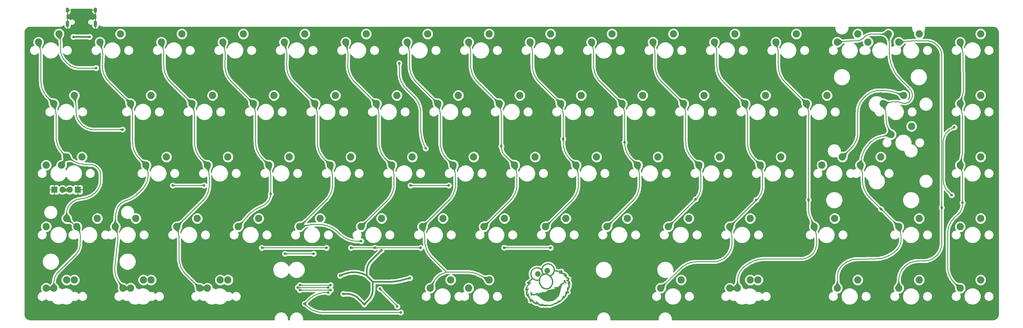
<source format=gbr>
%TF.GenerationSoftware,KiCad,Pcbnew,(5.1.10)-1*%
%TF.CreationDate,2021-07-23T21:16:20+02:00*%
%TF.ProjectId,67_E,36375f45-2e6b-4696-9361-645f70636258,rev?*%
%TF.SameCoordinates,Original*%
%TF.FileFunction,Copper,L1,Top*%
%TF.FilePolarity,Positive*%
%FSLAX46Y46*%
G04 Gerber Fmt 4.6, Leading zero omitted, Abs format (unit mm)*
G04 Created by KiCad (PCBNEW (5.1.10)-1) date 2021-07-23 21:16:20*
%MOMM*%
%LPD*%
G01*
G04 APERTURE LIST*
%TA.AperFunction,EtchedComponent*%
%ADD10C,0.010000*%
%TD*%
%TA.AperFunction,ComponentPad*%
%ADD11C,2.250000*%
%TD*%
%TA.AperFunction,ComponentPad*%
%ADD12R,1.905000X1.905000*%
%TD*%
%TA.AperFunction,ComponentPad*%
%ADD13C,1.905000*%
%TD*%
%TA.AperFunction,ComponentPad*%
%ADD14O,1.000000X2.100000*%
%TD*%
%TA.AperFunction,ComponentPad*%
%ADD15O,1.000000X1.600000*%
%TD*%
%TA.AperFunction,ViaPad*%
%ADD16C,0.800000*%
%TD*%
%TA.AperFunction,Conductor*%
%ADD17C,0.500000*%
%TD*%
%TA.AperFunction,Conductor*%
%ADD18C,0.250000*%
%TD*%
%TA.AperFunction,Conductor*%
%ADD19C,0.100000*%
%TD*%
%TA.AperFunction,Conductor*%
%ADD20C,0.025400*%
%TD*%
G04 APERTURE END LIST*
D10*
%TO.C,G\u002A\u002A\u002A*%
G36*
X221521418Y-155456160D02*
G01*
X221655540Y-155498993D01*
X221698627Y-155518318D01*
X221869548Y-155626113D01*
X222005999Y-155771129D01*
X222107539Y-155952869D01*
X222125656Y-155999119D01*
X222159760Y-156097356D01*
X222177073Y-156168217D01*
X222179759Y-156231460D01*
X222169985Y-156306837D01*
X222163379Y-156343176D01*
X222102803Y-156551982D01*
X222006573Y-156726766D01*
X221876287Y-156865513D01*
X221713545Y-156966209D01*
X221647653Y-156992641D01*
X221505629Y-157028731D01*
X221351236Y-157045545D01*
X221203816Y-157042232D01*
X221082710Y-157017939D01*
X221081600Y-157017553D01*
X220968024Y-156960610D01*
X220849622Y-156873005D01*
X220740923Y-156768085D01*
X220656457Y-156659197D01*
X220622920Y-156596241D01*
X220592146Y-156489417D01*
X220572619Y-156354911D01*
X220565731Y-156213678D01*
X220572876Y-156086674D01*
X220584897Y-156024509D01*
X220649242Y-155877346D01*
X220752159Y-155737853D01*
X220882520Y-155615956D01*
X221029199Y-155521583D01*
X221181069Y-155464662D01*
X221220862Y-155457098D01*
X221383266Y-155443059D01*
X221521418Y-155456160D01*
G37*
X221521418Y-155456160D02*
X221655540Y-155498993D01*
X221698627Y-155518318D01*
X221869548Y-155626113D01*
X222005999Y-155771129D01*
X222107539Y-155952869D01*
X222125656Y-155999119D01*
X222159760Y-156097356D01*
X222177073Y-156168217D01*
X222179759Y-156231460D01*
X222169985Y-156306837D01*
X222163379Y-156343176D01*
X222102803Y-156551982D01*
X222006573Y-156726766D01*
X221876287Y-156865513D01*
X221713545Y-156966209D01*
X221647653Y-156992641D01*
X221505629Y-157028731D01*
X221351236Y-157045545D01*
X221203816Y-157042232D01*
X221082710Y-157017939D01*
X221081600Y-157017553D01*
X220968024Y-156960610D01*
X220849622Y-156873005D01*
X220740923Y-156768085D01*
X220656457Y-156659197D01*
X220622920Y-156596241D01*
X220592146Y-156489417D01*
X220572619Y-156354911D01*
X220565731Y-156213678D01*
X220572876Y-156086674D01*
X220584897Y-156024509D01*
X220649242Y-155877346D01*
X220752159Y-155737853D01*
X220882520Y-155615956D01*
X221029199Y-155521583D01*
X221181069Y-155464662D01*
X221220862Y-155457098D01*
X221383266Y-155443059D01*
X221521418Y-155456160D01*
G36*
X218541316Y-156478642D02*
G01*
X218705605Y-156520134D01*
X218865923Y-156597673D01*
X218999261Y-156697441D01*
X219105916Y-156818903D01*
X219183914Y-156965591D01*
X219237504Y-157146557D01*
X219254829Y-157241845D01*
X219254190Y-157396260D01*
X219209902Y-157554287D01*
X219127619Y-157707290D01*
X219012993Y-157846629D01*
X218871675Y-157963667D01*
X218732426Y-158040191D01*
X218659062Y-158059668D01*
X218554395Y-158072810D01*
X218435813Y-158079062D01*
X218320704Y-158077872D01*
X218226457Y-158068685D01*
X218183333Y-158057659D01*
X218125507Y-158028966D01*
X218050560Y-157984528D01*
X217970413Y-157932436D01*
X217896988Y-157880780D01*
X217842205Y-157837651D01*
X217817986Y-157811139D01*
X217817700Y-157809522D01*
X217804584Y-157779606D01*
X217771455Y-157724498D01*
X217752669Y-157696061D01*
X217679430Y-157543056D01*
X217648221Y-157362434D01*
X217659229Y-157155382D01*
X217663575Y-157127742D01*
X217687823Y-157011150D01*
X217721315Y-156919285D01*
X217772830Y-156836360D01*
X217851147Y-156746591D01*
X217906600Y-156690767D01*
X218042010Y-156590586D01*
X218213562Y-156517108D01*
X218386304Y-156477939D01*
X218541316Y-156478642D01*
G37*
X218541316Y-156478642D02*
X218705605Y-156520134D01*
X218865923Y-156597673D01*
X218999261Y-156697441D01*
X219105916Y-156818903D01*
X219183914Y-156965591D01*
X219237504Y-157146557D01*
X219254829Y-157241845D01*
X219254190Y-157396260D01*
X219209902Y-157554287D01*
X219127619Y-157707290D01*
X219012993Y-157846629D01*
X218871675Y-157963667D01*
X218732426Y-158040191D01*
X218659062Y-158059668D01*
X218554395Y-158072810D01*
X218435813Y-158079062D01*
X218320704Y-158077872D01*
X218226457Y-158068685D01*
X218183333Y-158057659D01*
X218125507Y-158028966D01*
X218050560Y-157984528D01*
X217970413Y-157932436D01*
X217896988Y-157880780D01*
X217842205Y-157837651D01*
X217817986Y-157811139D01*
X217817700Y-157809522D01*
X217804584Y-157779606D01*
X217771455Y-157724498D01*
X217752669Y-157696061D01*
X217679430Y-157543056D01*
X217648221Y-157362434D01*
X217659229Y-157155382D01*
X217663575Y-157127742D01*
X217687823Y-157011150D01*
X217721315Y-156919285D01*
X217772830Y-156836360D01*
X217851147Y-156746591D01*
X217906600Y-156690767D01*
X218042010Y-156590586D01*
X218213562Y-156517108D01*
X218386304Y-156477939D01*
X218541316Y-156478642D01*
G36*
X226714248Y-159204852D02*
G01*
X226811565Y-159264707D01*
X226903538Y-159366135D01*
X227047739Y-159573820D01*
X227150250Y-159758986D01*
X227212762Y-159925549D01*
X227236966Y-160077423D01*
X227236212Y-160136306D01*
X227217544Y-160236112D01*
X227180739Y-160290263D01*
X227130623Y-160298415D01*
X227072022Y-160260227D01*
X227009761Y-160175357D01*
X226997544Y-160153224D01*
X226948538Y-160067238D01*
X226895832Y-159984140D01*
X226884550Y-159967866D01*
X226826364Y-159886151D01*
X226773418Y-159959425D01*
X226648401Y-160112086D01*
X226496685Y-160257727D01*
X226345002Y-160379384D01*
X226258731Y-160443027D01*
X226187509Y-160493253D01*
X226141051Y-160523334D01*
X226129102Y-160528913D01*
X226081952Y-160552315D01*
X226024762Y-160609962D01*
X225966247Y-160688886D01*
X225915122Y-160776119D01*
X225880099Y-160858694D01*
X225869500Y-160915226D01*
X225853779Y-160964330D01*
X225846476Y-160973770D01*
X225827802Y-161011001D01*
X225799541Y-161089942D01*
X225763820Y-161202875D01*
X225722770Y-161342079D01*
X225678520Y-161499835D01*
X225633199Y-161668423D01*
X225588936Y-161840124D01*
X225547860Y-162007218D01*
X225512100Y-162161986D01*
X225489529Y-162267900D01*
X225469781Y-162355905D01*
X225450425Y-162427116D01*
X225438687Y-162459233D01*
X225419950Y-162510280D01*
X225401541Y-162581300D01*
X225400500Y-162586233D01*
X225376292Y-162691384D01*
X225344613Y-162813248D01*
X225309913Y-162936199D01*
X225276644Y-163044613D01*
X225249254Y-163122867D01*
X225244088Y-163135338D01*
X225219674Y-163204950D01*
X225209111Y-163262351D01*
X225209100Y-163263608D01*
X225198206Y-163316758D01*
X225186768Y-163335970D01*
X225165600Y-163374155D01*
X225140246Y-163439718D01*
X225133138Y-163461700D01*
X225089222Y-163579442D01*
X225023017Y-163726104D01*
X224941312Y-163888953D01*
X224850897Y-164055255D01*
X224758560Y-164212274D01*
X224671090Y-164347278D01*
X224632090Y-164401500D01*
X224396635Y-164685854D01*
X224145695Y-164931554D01*
X223872273Y-165143571D01*
X223569374Y-165326875D01*
X223230005Y-165486436D01*
X222961200Y-165588692D01*
X222697611Y-165670502D01*
X222429537Y-165734757D01*
X222167431Y-165779900D01*
X221921750Y-165804374D01*
X221702947Y-165806621D01*
X221576900Y-165794960D01*
X221520760Y-165786801D01*
X221432636Y-165774078D01*
X221330827Y-165759434D01*
X221322900Y-165758296D01*
X221161464Y-165728352D01*
X220983958Y-165684402D01*
X220809980Y-165632025D01*
X220659124Y-165576804D01*
X220609661Y-165555176D01*
X220374848Y-165442075D01*
X220178954Y-165340228D01*
X220091000Y-165290713D01*
X220004042Y-165236443D01*
X219885739Y-165157574D01*
X219744991Y-165060501D01*
X219590701Y-164951619D01*
X219431773Y-164837322D01*
X219277108Y-164724006D01*
X219135609Y-164618067D01*
X219016180Y-164525898D01*
X218936991Y-164461752D01*
X218876993Y-164413186D01*
X218795789Y-164350029D01*
X218702242Y-164278863D01*
X218605216Y-164206270D01*
X218513574Y-164138833D01*
X218436179Y-164083133D01*
X218381895Y-164045753D01*
X218359917Y-164033200D01*
X218330585Y-164019342D01*
X218278871Y-163984994D01*
X218264597Y-163974541D01*
X218200402Y-163932061D01*
X218111079Y-163879551D01*
X218026523Y-163833921D01*
X217867046Y-163751960D01*
X217683623Y-163820216D01*
X217570675Y-163857518D01*
X217453376Y-163888792D01*
X217360500Y-163906719D01*
X217187212Y-163911067D01*
X216998324Y-163885626D01*
X216815970Y-163834623D01*
X216690743Y-163778849D01*
X216543419Y-163697996D01*
X216560559Y-163835179D01*
X216567783Y-163921413D01*
X216560962Y-163973155D01*
X216538002Y-164005285D01*
X216536433Y-164006610D01*
X216479940Y-164025120D01*
X216415653Y-163997800D01*
X216347187Y-163928321D01*
X216278162Y-163820353D01*
X216212208Y-163677600D01*
X216185006Y-163575049D01*
X216169779Y-163445463D01*
X216166520Y-163305620D01*
X216175222Y-163172297D01*
X216195878Y-163062275D01*
X216212469Y-163017494D01*
X216272578Y-162934207D01*
X216348811Y-162885277D01*
X216429402Y-162876871D01*
X216461678Y-162886889D01*
X216494757Y-162907789D01*
X216513536Y-162940119D01*
X216519335Y-162993916D01*
X216513474Y-163079218D01*
X216500542Y-163182300D01*
X216492594Y-163260039D01*
X216499172Y-163305947D01*
X216525159Y-163338067D01*
X216547217Y-163354780D01*
X216660918Y-163423044D01*
X216796078Y-163485852D01*
X216928722Y-163532776D01*
X216991064Y-163547875D01*
X217090124Y-163557132D01*
X217208289Y-163554890D01*
X217327085Y-163542849D01*
X217428040Y-163522707D01*
X217482014Y-163502735D01*
X217547676Y-163479556D01*
X217587362Y-163474400D01*
X217649717Y-163461047D01*
X217743373Y-163424534D01*
X217857566Y-163370178D01*
X217981529Y-163303294D01*
X218104496Y-163229201D01*
X218165467Y-163188905D01*
X218253333Y-163133085D01*
X218329972Y-163092302D01*
X218382894Y-163072917D01*
X218394067Y-163072461D01*
X218438520Y-163100490D01*
X218446436Y-163155833D01*
X218418664Y-163231409D01*
X218365744Y-163308585D01*
X218316198Y-163371127D01*
X218283202Y-163416761D01*
X218274900Y-163432206D01*
X218296707Y-163448996D01*
X218347850Y-163460944D01*
X218406911Y-163465352D01*
X218452469Y-163459522D01*
X218460090Y-163455536D01*
X218498588Y-163435527D01*
X218569629Y-163405769D01*
X218655310Y-163373625D01*
X218754122Y-163330646D01*
X218871788Y-163268006D01*
X218987081Y-163197257D01*
X219017816Y-163176331D01*
X219132708Y-163101050D01*
X219213843Y-163060919D01*
X219263865Y-163055648D01*
X219285416Y-163084951D01*
X219281319Y-163147650D01*
X219253011Y-163217157D01*
X219202825Y-163289746D01*
X219189614Y-163304183D01*
X219145338Y-163353527D01*
X219123491Y-163386084D01*
X219123299Y-163391466D01*
X219151030Y-163388160D01*
X219206614Y-163366134D01*
X219274537Y-163333125D01*
X219339284Y-163296869D01*
X219385343Y-163265103D01*
X219394317Y-163256310D01*
X219430959Y-163225593D01*
X219447174Y-163220400D01*
X219475740Y-163204696D01*
X219532525Y-163162819D01*
X219608024Y-163102619D01*
X219692734Y-163031949D01*
X219777152Y-162958658D01*
X219851773Y-162890598D01*
X219883403Y-162860027D01*
X219937642Y-162810128D01*
X219978563Y-162792002D01*
X220027381Y-162800168D01*
X220063946Y-162813371D01*
X220113300Y-162846193D01*
X220128907Y-162903979D01*
X220129100Y-162914971D01*
X220129100Y-162991800D01*
X220301563Y-162991800D01*
X220497118Y-162976385D01*
X220689250Y-162933383D01*
X220857136Y-162867655D01*
X220876181Y-162857647D01*
X220956747Y-162810206D01*
X221065595Y-162741327D01*
X221190001Y-162659560D01*
X221317243Y-162573454D01*
X221434595Y-162491558D01*
X221529336Y-162422421D01*
X221564200Y-162395351D01*
X221696339Y-162314118D01*
X221865224Y-162248959D01*
X222058381Y-162203360D01*
X222263342Y-162180806D01*
X222338301Y-162179000D01*
X222481516Y-162174345D01*
X222636015Y-162161502D01*
X222791859Y-162142153D01*
X222939110Y-162117982D01*
X223067828Y-162090670D01*
X223168075Y-162061901D01*
X223229912Y-162033356D01*
X223237969Y-162026690D01*
X223283293Y-162005000D01*
X223313079Y-162001200D01*
X223367026Y-161989148D01*
X223451191Y-161957027D01*
X223552224Y-161910890D01*
X223656772Y-161856789D01*
X223742250Y-161806660D01*
X223806269Y-161759028D01*
X223836176Y-161721081D01*
X223828052Y-161699258D01*
X223809405Y-161696400D01*
X223764175Y-161679034D01*
X223704166Y-161635950D01*
X223644203Y-161580665D01*
X223599112Y-161526696D01*
X223583500Y-161490436D01*
X223591624Y-161458316D01*
X223619497Y-161433184D01*
X223672367Y-161414138D01*
X223755483Y-161400272D01*
X223874094Y-161390680D01*
X224033448Y-161384459D01*
X224218500Y-161380961D01*
X224403206Y-161377674D01*
X224546019Y-161372798D01*
X224655837Y-161365576D01*
X224741559Y-161355251D01*
X224812084Y-161341064D01*
X224865095Y-161325930D01*
X224944648Y-161299433D01*
X224980716Y-161283220D01*
X224978506Y-161273098D01*
X224943225Y-161264870D01*
X224941295Y-161264537D01*
X224884220Y-161243867D01*
X224860633Y-161197899D01*
X224858014Y-161180393D01*
X224857808Y-161126142D01*
X224876742Y-161083919D01*
X224922607Y-161047036D01*
X225003196Y-161008808D01*
X225101560Y-160971442D01*
X225233995Y-160921003D01*
X225331534Y-160876463D01*
X225408259Y-160830232D01*
X225478252Y-160774719D01*
X225495985Y-160758833D01*
X225566970Y-160694120D01*
X225483285Y-160666103D01*
X225419325Y-160632491D01*
X225393097Y-160581131D01*
X225391684Y-160571599D01*
X225399031Y-160484280D01*
X225447827Y-160420364D01*
X225530672Y-160378107D01*
X225794815Y-160273509D01*
X226029869Y-160159163D01*
X226230035Y-160038462D01*
X226389516Y-159914798D01*
X226476919Y-159824594D01*
X226545336Y-159729335D01*
X226572923Y-159654225D01*
X226561331Y-159591558D01*
X226534698Y-159555043D01*
X226483081Y-159482313D01*
X226443790Y-159396087D01*
X226428300Y-159321918D01*
X226448202Y-159287871D01*
X226497779Y-159245351D01*
X226515968Y-159233361D01*
X226616284Y-159194598D01*
X226714248Y-159204852D01*
G37*
X226714248Y-159204852D02*
X226811565Y-159264707D01*
X226903538Y-159366135D01*
X227047739Y-159573820D01*
X227150250Y-159758986D01*
X227212762Y-159925549D01*
X227236966Y-160077423D01*
X227236212Y-160136306D01*
X227217544Y-160236112D01*
X227180739Y-160290263D01*
X227130623Y-160298415D01*
X227072022Y-160260227D01*
X227009761Y-160175357D01*
X226997544Y-160153224D01*
X226948538Y-160067238D01*
X226895832Y-159984140D01*
X226884550Y-159967866D01*
X226826364Y-159886151D01*
X226773418Y-159959425D01*
X226648401Y-160112086D01*
X226496685Y-160257727D01*
X226345002Y-160379384D01*
X226258731Y-160443027D01*
X226187509Y-160493253D01*
X226141051Y-160523334D01*
X226129102Y-160528913D01*
X226081952Y-160552315D01*
X226024762Y-160609962D01*
X225966247Y-160688886D01*
X225915122Y-160776119D01*
X225880099Y-160858694D01*
X225869500Y-160915226D01*
X225853779Y-160964330D01*
X225846476Y-160973770D01*
X225827802Y-161011001D01*
X225799541Y-161089942D01*
X225763820Y-161202875D01*
X225722770Y-161342079D01*
X225678520Y-161499835D01*
X225633199Y-161668423D01*
X225588936Y-161840124D01*
X225547860Y-162007218D01*
X225512100Y-162161986D01*
X225489529Y-162267900D01*
X225469781Y-162355905D01*
X225450425Y-162427116D01*
X225438687Y-162459233D01*
X225419950Y-162510280D01*
X225401541Y-162581300D01*
X225400500Y-162586233D01*
X225376292Y-162691384D01*
X225344613Y-162813248D01*
X225309913Y-162936199D01*
X225276644Y-163044613D01*
X225249254Y-163122867D01*
X225244088Y-163135338D01*
X225219674Y-163204950D01*
X225209111Y-163262351D01*
X225209100Y-163263608D01*
X225198206Y-163316758D01*
X225186768Y-163335970D01*
X225165600Y-163374155D01*
X225140246Y-163439718D01*
X225133138Y-163461700D01*
X225089222Y-163579442D01*
X225023017Y-163726104D01*
X224941312Y-163888953D01*
X224850897Y-164055255D01*
X224758560Y-164212274D01*
X224671090Y-164347278D01*
X224632090Y-164401500D01*
X224396635Y-164685854D01*
X224145695Y-164931554D01*
X223872273Y-165143571D01*
X223569374Y-165326875D01*
X223230005Y-165486436D01*
X222961200Y-165588692D01*
X222697611Y-165670502D01*
X222429537Y-165734757D01*
X222167431Y-165779900D01*
X221921750Y-165804374D01*
X221702947Y-165806621D01*
X221576900Y-165794960D01*
X221520760Y-165786801D01*
X221432636Y-165774078D01*
X221330827Y-165759434D01*
X221322900Y-165758296D01*
X221161464Y-165728352D01*
X220983958Y-165684402D01*
X220809980Y-165632025D01*
X220659124Y-165576804D01*
X220609661Y-165555176D01*
X220374848Y-165442075D01*
X220178954Y-165340228D01*
X220091000Y-165290713D01*
X220004042Y-165236443D01*
X219885739Y-165157574D01*
X219744991Y-165060501D01*
X219590701Y-164951619D01*
X219431773Y-164837322D01*
X219277108Y-164724006D01*
X219135609Y-164618067D01*
X219016180Y-164525898D01*
X218936991Y-164461752D01*
X218876993Y-164413186D01*
X218795789Y-164350029D01*
X218702242Y-164278863D01*
X218605216Y-164206270D01*
X218513574Y-164138833D01*
X218436179Y-164083133D01*
X218381895Y-164045753D01*
X218359917Y-164033200D01*
X218330585Y-164019342D01*
X218278871Y-163984994D01*
X218264597Y-163974541D01*
X218200402Y-163932061D01*
X218111079Y-163879551D01*
X218026523Y-163833921D01*
X217867046Y-163751960D01*
X217683623Y-163820216D01*
X217570675Y-163857518D01*
X217453376Y-163888792D01*
X217360500Y-163906719D01*
X217187212Y-163911067D01*
X216998324Y-163885626D01*
X216815970Y-163834623D01*
X216690743Y-163778849D01*
X216543419Y-163697996D01*
X216560559Y-163835179D01*
X216567783Y-163921413D01*
X216560962Y-163973155D01*
X216538002Y-164005285D01*
X216536433Y-164006610D01*
X216479940Y-164025120D01*
X216415653Y-163997800D01*
X216347187Y-163928321D01*
X216278162Y-163820353D01*
X216212208Y-163677600D01*
X216185006Y-163575049D01*
X216169779Y-163445463D01*
X216166520Y-163305620D01*
X216175222Y-163172297D01*
X216195878Y-163062275D01*
X216212469Y-163017494D01*
X216272578Y-162934207D01*
X216348811Y-162885277D01*
X216429402Y-162876871D01*
X216461678Y-162886889D01*
X216494757Y-162907789D01*
X216513536Y-162940119D01*
X216519335Y-162993916D01*
X216513474Y-163079218D01*
X216500542Y-163182300D01*
X216492594Y-163260039D01*
X216499172Y-163305947D01*
X216525159Y-163338067D01*
X216547217Y-163354780D01*
X216660918Y-163423044D01*
X216796078Y-163485852D01*
X216928722Y-163532776D01*
X216991064Y-163547875D01*
X217090124Y-163557132D01*
X217208289Y-163554890D01*
X217327085Y-163542849D01*
X217428040Y-163522707D01*
X217482014Y-163502735D01*
X217547676Y-163479556D01*
X217587362Y-163474400D01*
X217649717Y-163461047D01*
X217743373Y-163424534D01*
X217857566Y-163370178D01*
X217981529Y-163303294D01*
X218104496Y-163229201D01*
X218165467Y-163188905D01*
X218253333Y-163133085D01*
X218329972Y-163092302D01*
X218382894Y-163072917D01*
X218394067Y-163072461D01*
X218438520Y-163100490D01*
X218446436Y-163155833D01*
X218418664Y-163231409D01*
X218365744Y-163308585D01*
X218316198Y-163371127D01*
X218283202Y-163416761D01*
X218274900Y-163432206D01*
X218296707Y-163448996D01*
X218347850Y-163460944D01*
X218406911Y-163465352D01*
X218452469Y-163459522D01*
X218460090Y-163455536D01*
X218498588Y-163435527D01*
X218569629Y-163405769D01*
X218655310Y-163373625D01*
X218754122Y-163330646D01*
X218871788Y-163268006D01*
X218987081Y-163197257D01*
X219017816Y-163176331D01*
X219132708Y-163101050D01*
X219213843Y-163060919D01*
X219263865Y-163055648D01*
X219285416Y-163084951D01*
X219281319Y-163147650D01*
X219253011Y-163217157D01*
X219202825Y-163289746D01*
X219189614Y-163304183D01*
X219145338Y-163353527D01*
X219123491Y-163386084D01*
X219123299Y-163391466D01*
X219151030Y-163388160D01*
X219206614Y-163366134D01*
X219274537Y-163333125D01*
X219339284Y-163296869D01*
X219385343Y-163265103D01*
X219394317Y-163256310D01*
X219430959Y-163225593D01*
X219447174Y-163220400D01*
X219475740Y-163204696D01*
X219532525Y-163162819D01*
X219608024Y-163102619D01*
X219692734Y-163031949D01*
X219777152Y-162958658D01*
X219851773Y-162890598D01*
X219883403Y-162860027D01*
X219937642Y-162810128D01*
X219978563Y-162792002D01*
X220027381Y-162800168D01*
X220063946Y-162813371D01*
X220113300Y-162846193D01*
X220128907Y-162903979D01*
X220129100Y-162914971D01*
X220129100Y-162991800D01*
X220301563Y-162991800D01*
X220497118Y-162976385D01*
X220689250Y-162933383D01*
X220857136Y-162867655D01*
X220876181Y-162857647D01*
X220956747Y-162810206D01*
X221065595Y-162741327D01*
X221190001Y-162659560D01*
X221317243Y-162573454D01*
X221434595Y-162491558D01*
X221529336Y-162422421D01*
X221564200Y-162395351D01*
X221696339Y-162314118D01*
X221865224Y-162248959D01*
X222058381Y-162203360D01*
X222263342Y-162180806D01*
X222338301Y-162179000D01*
X222481516Y-162174345D01*
X222636015Y-162161502D01*
X222791859Y-162142153D01*
X222939110Y-162117982D01*
X223067828Y-162090670D01*
X223168075Y-162061901D01*
X223229912Y-162033356D01*
X223237969Y-162026690D01*
X223283293Y-162005000D01*
X223313079Y-162001200D01*
X223367026Y-161989148D01*
X223451191Y-161957027D01*
X223552224Y-161910890D01*
X223656772Y-161856789D01*
X223742250Y-161806660D01*
X223806269Y-161759028D01*
X223836176Y-161721081D01*
X223828052Y-161699258D01*
X223809405Y-161696400D01*
X223764175Y-161679034D01*
X223704166Y-161635950D01*
X223644203Y-161580665D01*
X223599112Y-161526696D01*
X223583500Y-161490436D01*
X223591624Y-161458316D01*
X223619497Y-161433184D01*
X223672367Y-161414138D01*
X223755483Y-161400272D01*
X223874094Y-161390680D01*
X224033448Y-161384459D01*
X224218500Y-161380961D01*
X224403206Y-161377674D01*
X224546019Y-161372798D01*
X224655837Y-161365576D01*
X224741559Y-161355251D01*
X224812084Y-161341064D01*
X224865095Y-161325930D01*
X224944648Y-161299433D01*
X224980716Y-161283220D01*
X224978506Y-161273098D01*
X224943225Y-161264870D01*
X224941295Y-161264537D01*
X224884220Y-161243867D01*
X224860633Y-161197899D01*
X224858014Y-161180393D01*
X224857808Y-161126142D01*
X224876742Y-161083919D01*
X224922607Y-161047036D01*
X225003196Y-161008808D01*
X225101560Y-160971442D01*
X225233995Y-160921003D01*
X225331534Y-160876463D01*
X225408259Y-160830232D01*
X225478252Y-160774719D01*
X225495985Y-160758833D01*
X225566970Y-160694120D01*
X225483285Y-160666103D01*
X225419325Y-160632491D01*
X225393097Y-160581131D01*
X225391684Y-160571599D01*
X225399031Y-160484280D01*
X225447827Y-160420364D01*
X225530672Y-160378107D01*
X225794815Y-160273509D01*
X226029869Y-160159163D01*
X226230035Y-160038462D01*
X226389516Y-159914798D01*
X226476919Y-159824594D01*
X226545336Y-159729335D01*
X226572923Y-159654225D01*
X226561331Y-159591558D01*
X226534698Y-159555043D01*
X226483081Y-159482313D01*
X226443790Y-159396087D01*
X226428300Y-159321918D01*
X226448202Y-159287871D01*
X226497779Y-159245351D01*
X226515968Y-159233361D01*
X226616284Y-159194598D01*
X226714248Y-159204852D01*
G36*
X221948405Y-154035749D02*
G01*
X222123965Y-154074893D01*
X222129827Y-154076801D01*
X222234336Y-154113027D01*
X222335531Y-154150924D01*
X222402400Y-154178389D01*
X222482178Y-154211670D01*
X222553674Y-154238052D01*
X222567500Y-154242436D01*
X222619153Y-154263486D01*
X222681414Y-154301331D01*
X222763238Y-154362067D01*
X222867291Y-154446562D01*
X222935996Y-154501906D01*
X222997574Y-154548651D01*
X223014912Y-154560862D01*
X223058727Y-154599876D01*
X223122448Y-154667803D01*
X223195891Y-154752625D01*
X223268870Y-154842328D01*
X223331198Y-154924895D01*
X223361858Y-154970129D01*
X223490012Y-155212063D01*
X223589831Y-155479104D01*
X223655025Y-155752331D01*
X223674950Y-155911950D01*
X223683002Y-156017012D01*
X223694000Y-156085467D01*
X223717484Y-156126257D01*
X223762995Y-156148325D01*
X223840076Y-156160614D01*
X223951800Y-156171432D01*
X224084422Y-156186159D01*
X224237762Y-156205941D01*
X224397378Y-156228642D01*
X224548826Y-156252123D01*
X224677662Y-156274246D01*
X224764600Y-156291745D01*
X224966853Y-156315828D01*
X225191445Y-156302269D01*
X225403812Y-156258273D01*
X225511057Y-156229312D01*
X225611067Y-156203211D01*
X225684415Y-156185029D01*
X225691700Y-156183346D01*
X225768361Y-156164654D01*
X225831794Y-156147164D01*
X225833852Y-156146527D01*
X225882745Y-156147231D01*
X225939471Y-156183882D01*
X225967202Y-156210010D01*
X226021732Y-156276493D01*
X226046312Y-156347433D01*
X226051745Y-156408803D01*
X226052521Y-156563788D01*
X226040564Y-156678489D01*
X226014475Y-156762143D01*
X225992414Y-156799938D01*
X225961055Y-156847190D01*
X225949719Y-156870991D01*
X225950320Y-156871613D01*
X225976712Y-156878392D01*
X226040849Y-156895578D01*
X226131483Y-156920145D01*
X226187000Y-156935284D01*
X226311121Y-156969070D01*
X226438046Y-157003413D01*
X226545021Y-157032162D01*
X226568000Y-157038291D01*
X226655417Y-157064850D01*
X226726119Y-157092216D01*
X226758500Y-157110137D01*
X226807578Y-157140090D01*
X226876973Y-157171774D01*
X226885500Y-157175076D01*
X227004900Y-157234645D01*
X227123701Y-157319080D01*
X227234761Y-157420160D01*
X227330940Y-157529668D01*
X227405096Y-157639386D01*
X227450087Y-157741093D01*
X227458772Y-157826573D01*
X227457493Y-157833354D01*
X227433810Y-157897807D01*
X227404567Y-157938555D01*
X227373577Y-157974426D01*
X227368099Y-157990214D01*
X227385263Y-158015636D01*
X227431724Y-158067868D01*
X227499939Y-158138749D01*
X227564949Y-158203243D01*
X227657154Y-158290974D01*
X227728765Y-158351237D01*
X227794378Y-158393203D01*
X227868586Y-158426044D01*
X227965985Y-158458931D01*
X227977700Y-158462618D01*
X228095922Y-158504947D01*
X228190558Y-158549028D01*
X228248891Y-158588890D01*
X228250750Y-158590795D01*
X228297015Y-158674388D01*
X228305837Y-158778518D01*
X228276409Y-158888526D01*
X228268130Y-158905629D01*
X228219058Y-158987094D01*
X228152462Y-159080979D01*
X228081136Y-159170620D01*
X228017876Y-159239353D01*
X227998799Y-159256374D01*
X227973850Y-159278827D01*
X227966403Y-159300256D01*
X227981027Y-159329937D01*
X228022290Y-159377141D01*
X228094715Y-159451100D01*
X228238258Y-159616468D01*
X228359676Y-159796840D01*
X228452777Y-159980829D01*
X228511369Y-160157048D01*
X228526483Y-160245005D01*
X228524882Y-160364239D01*
X228489491Y-160447808D01*
X228417904Y-160499993D01*
X228375435Y-160513840D01*
X228313395Y-160533897D01*
X228290786Y-160558485D01*
X228294146Y-160590040D01*
X228336292Y-160744873D01*
X228363463Y-160868153D01*
X228378410Y-160975933D01*
X228383887Y-161084264D01*
X228384100Y-161114619D01*
X228372152Y-161287499D01*
X228338844Y-161450607D01*
X228287979Y-161588331D01*
X228254498Y-161646726D01*
X228219894Y-161705640D01*
X228176920Y-161789968D01*
X228146602Y-161855337D01*
X228105231Y-161939786D01*
X228063892Y-161989267D01*
X228006283Y-162015610D01*
X227916099Y-162030641D01*
X227902816Y-162032189D01*
X227870636Y-162039259D01*
X227851177Y-162058821D01*
X227840293Y-162102103D01*
X227833835Y-162180329D01*
X227831500Y-162225180D01*
X227834769Y-162369082D01*
X227856201Y-162508276D01*
X227892418Y-162627640D01*
X227940041Y-162712050D01*
X227940337Y-162712400D01*
X227992235Y-162786240D01*
X228042085Y-162877701D01*
X228081581Y-162969109D01*
X228102419Y-163042796D01*
X228103786Y-163060188D01*
X228078969Y-163148627D01*
X228013541Y-163227046D01*
X227917526Y-163289555D01*
X227800946Y-163330265D01*
X227673821Y-163343287D01*
X227627494Y-163340073D01*
X227547850Y-163329856D01*
X227486309Y-163320583D01*
X227470165Y-163317506D01*
X227445379Y-163329471D01*
X227423850Y-163381599D01*
X227406224Y-163461700D01*
X227389001Y-163549611D01*
X227373067Y-163620494D01*
X227364114Y-163652200D01*
X227347688Y-163699952D01*
X227324530Y-163771367D01*
X227318055Y-163791900D01*
X227257009Y-163950307D01*
X227170830Y-164125682D01*
X227070107Y-164298873D01*
X226965425Y-164450724D01*
X226928233Y-164497163D01*
X226850926Y-164579624D01*
X226757064Y-164666150D01*
X226658702Y-164746969D01*
X226567894Y-164812311D01*
X226496695Y-164852406D01*
X226484165Y-164857092D01*
X226442520Y-164886190D01*
X226387644Y-164944837D01*
X226341619Y-165005925D01*
X226222945Y-165161454D01*
X226078039Y-165321339D01*
X225913320Y-165480865D01*
X225735207Y-165635319D01*
X225550121Y-165779989D01*
X225364479Y-165910160D01*
X225184700Y-166021119D01*
X225017206Y-166108154D01*
X224868413Y-166166551D01*
X224744742Y-166191597D01*
X224725987Y-166192200D01*
X224659196Y-166209708D01*
X224596613Y-166251144D01*
X224473577Y-166356660D01*
X224334496Y-166452772D01*
X224189672Y-166534347D01*
X224049408Y-166596254D01*
X223924005Y-166633362D01*
X223823765Y-166640539D01*
X223816746Y-166639607D01*
X223739350Y-166637851D01*
X223658976Y-166660190D01*
X223563741Y-166711159D01*
X223478496Y-166768703D01*
X223411267Y-166814455D01*
X223360663Y-166844927D01*
X223342119Y-166852600D01*
X223312231Y-166864728D01*
X223252379Y-166896429D01*
X223180422Y-166937956D01*
X223060551Y-166998960D01*
X222904050Y-167062998D01*
X222724493Y-167125341D01*
X222535453Y-167181260D01*
X222358646Y-167224296D01*
X222203443Y-167246357D01*
X222022286Y-167254645D01*
X221833191Y-167249745D01*
X221654171Y-167232239D01*
X221503243Y-167202711D01*
X221479286Y-167195808D01*
X221399305Y-167173036D01*
X221344856Y-167167441D01*
X221293175Y-167180438D01*
X221225286Y-167211598D01*
X221105299Y-167250932D01*
X220951871Y-167272595D01*
X220779466Y-167275818D01*
X220602546Y-167259833D01*
X220535500Y-167248236D01*
X220415034Y-167221785D01*
X220284096Y-167189349D01*
X220211230Y-167169418D01*
X220123861Y-167145655D01*
X220071580Y-167137226D01*
X220041189Y-167143688D01*
X220020730Y-167163016D01*
X219948147Y-167215790D01*
X219839208Y-167243509D01*
X219700874Y-167247654D01*
X219540108Y-167229703D01*
X219363872Y-167191138D01*
X219179130Y-167133438D01*
X218992842Y-167058082D01*
X218811973Y-166966552D01*
X218664023Y-166874628D01*
X218598051Y-166832648D01*
X218547515Y-166806330D01*
X218531935Y-166801800D01*
X218496368Y-166783103D01*
X218485712Y-166770050D01*
X218451307Y-166730194D01*
X218396746Y-166680639D01*
X218333160Y-166629722D01*
X218271682Y-166585783D01*
X218223443Y-166557159D01*
X218199575Y-166552189D01*
X218198700Y-166555051D01*
X218175399Y-166612979D01*
X218110452Y-166653813D01*
X218011287Y-166673574D01*
X217975029Y-166674800D01*
X217847289Y-166659432D01*
X217695223Y-166617087D01*
X217533458Y-166553398D01*
X217376618Y-166473998D01*
X217258900Y-166398937D01*
X217202199Y-166352868D01*
X217126260Y-166283871D01*
X217038485Y-166199539D01*
X216946275Y-166107469D01*
X216857031Y-166015254D01*
X216778153Y-165930490D01*
X216717044Y-165860770D01*
X216681103Y-165813690D01*
X216674699Y-165799463D01*
X216660252Y-165786234D01*
X216613005Y-165794690D01*
X216527102Y-165825929D01*
X216521619Y-165828136D01*
X216358890Y-165876613D01*
X216170103Y-165903931D01*
X216159215Y-165904741D01*
X216049620Y-165910727D01*
X215972525Y-165905868D01*
X215922217Y-165882980D01*
X215892983Y-165834878D01*
X215879109Y-165754380D01*
X215874882Y-165634301D01*
X215874600Y-165546890D01*
X215873558Y-165419289D01*
X215868848Y-165328498D01*
X215858093Y-165260545D01*
X215838915Y-165201457D01*
X215808936Y-165137259D01*
X215802886Y-165125400D01*
X215757166Y-165035831D01*
X215715029Y-164952446D01*
X215693616Y-164909500D01*
X215660292Y-164844426D01*
X215633031Y-164795200D01*
X215596562Y-164728613D01*
X215552127Y-164638874D01*
X215507077Y-164541933D01*
X215468762Y-164453739D01*
X215444532Y-164390241D01*
X215441303Y-164379182D01*
X215415569Y-164318233D01*
X215389507Y-164285131D01*
X215358687Y-164242782D01*
X215353899Y-164222088D01*
X215337051Y-164179478D01*
X215293110Y-164174010D01*
X215246692Y-164196828D01*
X215164787Y-164231146D01*
X215081744Y-164229230D01*
X215016357Y-164191520D01*
X215016282Y-164191437D01*
X214990107Y-164148258D01*
X214954118Y-164070307D01*
X214914312Y-163971087D01*
X214895442Y-163919393D01*
X214861120Y-163816602D01*
X214837253Y-163726899D01*
X214821367Y-163635135D01*
X214810988Y-163526160D01*
X214803641Y-163384822D01*
X214802206Y-163348406D01*
X214798259Y-163151546D01*
X214803647Y-162987423D01*
X214819207Y-162838691D01*
X214830209Y-162769538D01*
X214848230Y-162662855D01*
X214862231Y-162573047D01*
X214870203Y-162513350D01*
X214871300Y-162498898D01*
X214849215Y-162470301D01*
X214793412Y-162439979D01*
X214763350Y-162429060D01*
X214662108Y-162373227D01*
X214597202Y-162284470D01*
X214572176Y-162168663D01*
X214574185Y-162115500D01*
X214596409Y-162009070D01*
X214955792Y-162009070D01*
X214957137Y-162019303D01*
X214996365Y-162025411D01*
X215056791Y-161995659D01*
X215130202Y-161935606D01*
X215208382Y-161850810D01*
X215211130Y-161847429D01*
X215290993Y-161757442D01*
X215353429Y-161709713D01*
X215404708Y-161701565D01*
X215451100Y-161730322D01*
X215460851Y-161740850D01*
X215504861Y-161819171D01*
X215517499Y-161920334D01*
X215498470Y-162049385D01*
X215447475Y-162211374D01*
X215430651Y-162255200D01*
X215335041Y-162514993D01*
X215265562Y-162747707D01*
X215218844Y-162967618D01*
X215191521Y-163189004D01*
X215184339Y-163299289D01*
X215179849Y-163428692D01*
X215179075Y-163545791D01*
X215181889Y-163637887D01*
X215188162Y-163692282D01*
X215188345Y-163692989D01*
X215207936Y-163766500D01*
X215241672Y-163690300D01*
X215266151Y-163620029D01*
X215276554Y-163562066D01*
X215294051Y-163516005D01*
X215337982Y-163451820D01*
X215380243Y-163403316D01*
X215458885Y-163330221D01*
X215517665Y-163298347D01*
X215559153Y-163309605D01*
X215585917Y-163365904D01*
X215600526Y-163469156D01*
X215604896Y-163570377D01*
X215618295Y-163736011D01*
X215653365Y-163907988D01*
X215712488Y-164092777D01*
X215798051Y-164296846D01*
X215912439Y-164526664D01*
X216047139Y-164769800D01*
X216138673Y-164934708D01*
X216204690Y-165069159D01*
X216249344Y-165183929D01*
X216276792Y-165289795D01*
X216291190Y-165397531D01*
X216291705Y-165403977D01*
X216306400Y-165593655D01*
X216351676Y-165524260D01*
X216380550Y-165461056D01*
X216385946Y-165384419D01*
X216380860Y-165333558D01*
X216378078Y-165213563D01*
X216401392Y-165116376D01*
X216447108Y-165050379D01*
X216511532Y-165023953D01*
X216517358Y-165023800D01*
X216561432Y-165030732D01*
X216602967Y-165057291D01*
X216652190Y-165112117D01*
X216702804Y-165180489D01*
X216887757Y-165426864D01*
X217072716Y-165647785D01*
X217252092Y-165837159D01*
X217420294Y-165988888D01*
X217500200Y-166049972D01*
X217588663Y-166109854D01*
X217678663Y-166165827D01*
X217758163Y-166210913D01*
X217815121Y-166238139D01*
X217833346Y-166243000D01*
X217835299Y-166219981D01*
X217832649Y-166159922D01*
X217826696Y-166084250D01*
X217820404Y-165995123D01*
X217824570Y-165939592D01*
X217843216Y-165900861D01*
X217879730Y-165862721D01*
X217947256Y-165799943D01*
X218066522Y-165862721D01*
X218149562Y-165915656D01*
X218243127Y-165988828D01*
X218310646Y-166050608D01*
X218406720Y-166142607D01*
X218516061Y-166240520D01*
X218628926Y-166336319D01*
X218735569Y-166421976D01*
X218826246Y-166489461D01*
X218891211Y-166530747D01*
X218896841Y-166533571D01*
X218968761Y-166573730D01*
X219047587Y-166625553D01*
X219060884Y-166635222D01*
X219119932Y-166675400D01*
X219163076Y-166698226D01*
X219171346Y-166700200D01*
X219208128Y-166710263D01*
X219267297Y-166734825D01*
X219274361Y-166738131D01*
X219347815Y-166767418D01*
X219441491Y-166797838D01*
X219483778Y-166809580D01*
X219613157Y-166843098D01*
X219579185Y-166777999D01*
X219549633Y-166704280D01*
X219554286Y-166644130D01*
X219586709Y-166583802D01*
X219625869Y-166539700D01*
X219674433Y-166531548D01*
X219706686Y-166537161D01*
X219780702Y-166562643D01*
X219861737Y-166603135D01*
X219874426Y-166610854D01*
X219948444Y-166652521D01*
X220016750Y-166683184D01*
X220027500Y-166686815D01*
X220089965Y-166709282D01*
X220171343Y-166742597D01*
X220201754Y-166755938D01*
X220268762Y-166778783D01*
X220371977Y-166805765D01*
X220497292Y-166834040D01*
X220630595Y-166860764D01*
X220757777Y-166883093D01*
X220864729Y-166898185D01*
X220932587Y-166903231D01*
X220984046Y-166881991D01*
X221000059Y-166852600D01*
X221029358Y-166811273D01*
X221057350Y-166801800D01*
X221096752Y-166805758D01*
X221171457Y-166816348D01*
X221269952Y-166831639D01*
X221380721Y-166849700D01*
X221492250Y-166868601D01*
X221593026Y-166886412D01*
X221671534Y-166901203D01*
X221716260Y-166911043D01*
X221722228Y-166913261D01*
X221750009Y-166916254D01*
X221817554Y-166916977D01*
X221913895Y-166915768D01*
X222028062Y-166912969D01*
X222149089Y-166908921D01*
X222266005Y-166903963D01*
X222367842Y-166898437D01*
X222443633Y-166892684D01*
X222465900Y-166890168D01*
X222597215Y-166861320D01*
X222757674Y-166809145D01*
X222934921Y-166739321D01*
X223116601Y-166657527D01*
X223290360Y-166569438D01*
X223443842Y-166480733D01*
X223564692Y-166397090D01*
X223596200Y-166370771D01*
X223678161Y-166307388D01*
X223770153Y-166250794D01*
X223856397Y-166209569D01*
X223921113Y-166192291D01*
X223924633Y-166192200D01*
X223981889Y-166207492D01*
X224010427Y-166233390D01*
X224028007Y-166252572D01*
X224056321Y-166251406D01*
X224106234Y-166226712D01*
X224171724Y-166186145D01*
X224243800Y-166133196D01*
X224338572Y-166053927D01*
X224443861Y-165958956D01*
X224547489Y-165858898D01*
X224549985Y-165856392D01*
X224703989Y-165707614D01*
X224832619Y-165596252D01*
X224934598Y-165523252D01*
X225008652Y-165489562D01*
X225043370Y-165489943D01*
X225071626Y-165524277D01*
X225081425Y-165583663D01*
X225071726Y-165645432D01*
X225052043Y-165678696D01*
X225033356Y-165711730D01*
X225036569Y-165723335D01*
X225067277Y-165720543D01*
X225127151Y-165689458D01*
X225207887Y-165636090D01*
X225301178Y-165566445D01*
X225398719Y-165486532D01*
X225492204Y-165402359D01*
X225526523Y-165368921D01*
X225614768Y-165277910D01*
X225701657Y-165183566D01*
X225780125Y-165094124D01*
X225843106Y-165017822D01*
X225883534Y-164962894D01*
X225894900Y-164939527D01*
X225907964Y-164913578D01*
X225941831Y-164858817D01*
X225978656Y-164802842D01*
X226039567Y-164692082D01*
X226098561Y-164549398D01*
X226148867Y-164393433D01*
X226183714Y-164242832D01*
X226185209Y-164234112D01*
X226214163Y-164153327D01*
X226262997Y-164084217D01*
X226264730Y-164082562D01*
X226317760Y-164045669D01*
X226364707Y-164046461D01*
X226411664Y-164088385D01*
X226464725Y-164174892D01*
X226479883Y-164204338D01*
X226544167Y-164332252D01*
X226606883Y-164277406D01*
X226730486Y-164140904D01*
X226834018Y-163964307D01*
X226918163Y-163745774D01*
X226983600Y-163483466D01*
X227031013Y-163175540D01*
X227037767Y-163114345D01*
X227053260Y-162989728D01*
X227071877Y-162875896D01*
X227091031Y-162787133D01*
X227104831Y-162744150D01*
X227153635Y-162678260D01*
X227217812Y-162659793D01*
X227294692Y-162688684D01*
X227368095Y-162750495D01*
X227439981Y-162818290D01*
X227516314Y-162880273D01*
X227586429Y-162928960D01*
X227639664Y-162956865D01*
X227664100Y-162958265D01*
X227663327Y-162928249D01*
X227641231Y-162883751D01*
X227612560Y-162830850D01*
X227574081Y-162748125D01*
X227534005Y-162653249D01*
X227533076Y-162650930D01*
X227507799Y-162586083D01*
X227489784Y-162530949D01*
X227478098Y-162475528D01*
X227471805Y-162409820D01*
X227469971Y-162323821D01*
X227471661Y-162207533D01*
X227475941Y-162050953D01*
X227476196Y-162042222D01*
X227485490Y-161827020D01*
X227500329Y-161657843D01*
X227522209Y-161530079D01*
X227552625Y-161439113D01*
X227593074Y-161380333D01*
X227645048Y-161349125D01*
X227703532Y-161340800D01*
X227758056Y-161350329D01*
X227794275Y-161388028D01*
X227814236Y-161429700D01*
X227843421Y-161487059D01*
X227868958Y-161517240D01*
X227873353Y-161518600D01*
X227888133Y-161495183D01*
X227904509Y-161432649D01*
X227920760Y-161342572D01*
X227935163Y-161236526D01*
X227945996Y-161126087D01*
X227951538Y-161022827D01*
X227951910Y-160990512D01*
X227938275Y-160833202D01*
X227901110Y-160651406D01*
X227844900Y-160463015D01*
X227776618Y-160291325D01*
X227727393Y-160175303D01*
X227704026Y-160094396D01*
X227705715Y-160040475D01*
X227731658Y-160005413D01*
X227747430Y-159995493D01*
X227791894Y-159976037D01*
X227830429Y-159975870D01*
X227874554Y-159999978D01*
X227935790Y-160053346D01*
X227980144Y-160096200D01*
X228066296Y-160173263D01*
X228130745Y-160215606D01*
X228169985Y-160221473D01*
X228180900Y-160196771D01*
X228162740Y-160148562D01*
X228112732Y-160074425D01*
X228037586Y-159981506D01*
X227944011Y-159876952D01*
X227838714Y-159767912D01*
X227728405Y-159661533D01*
X227619793Y-159564962D01*
X227519586Y-159485347D01*
X227499837Y-159471169D01*
X227379498Y-159381958D01*
X227299621Y-159310506D01*
X227255306Y-159251701D01*
X227241664Y-159201743D01*
X227254752Y-159161397D01*
X227299619Y-159131942D01*
X227382859Y-159110604D01*
X227492025Y-159096447D01*
X227629363Y-159070092D01*
X227744590Y-159023416D01*
X227826356Y-158961747D01*
X227850539Y-158928100D01*
X227858470Y-158897047D01*
X227837699Y-158870009D01*
X227779609Y-158837365D01*
X227761594Y-158828770D01*
X227691680Y-158797718D01*
X227640931Y-158778473D01*
X227627549Y-158775400D01*
X227581634Y-158759308D01*
X227511492Y-158717181D01*
X227429470Y-158658236D01*
X227347915Y-158591693D01*
X227279175Y-158526771D01*
X227250138Y-158493613D01*
X227161891Y-158388108D01*
X227060606Y-158278665D01*
X226956024Y-158174718D01*
X226857881Y-158085696D01*
X226775916Y-158021033D01*
X226737941Y-157997537D01*
X226619496Y-157928941D01*
X226529985Y-157860186D01*
X226473320Y-157796175D01*
X226453412Y-157741814D01*
X226474173Y-157702008D01*
X226493947Y-157691561D01*
X226543982Y-157688581D01*
X226630626Y-157699585D01*
X226742327Y-157722390D01*
X226867535Y-157754812D01*
X226934257Y-157774782D01*
X227002506Y-157793896D01*
X227047261Y-157802055D01*
X227055578Y-157800988D01*
X227043581Y-157780604D01*
X227003083Y-157737751D01*
X226963454Y-157700507D01*
X226862222Y-157624855D01*
X226726880Y-157545743D01*
X226572902Y-157470770D01*
X226415762Y-157407532D01*
X226283646Y-157366735D01*
X226189484Y-157341226D01*
X226110224Y-157316498D01*
X226063921Y-157298305D01*
X226039379Y-157287832D01*
X226000500Y-157276121D01*
X225941827Y-157262061D01*
X225857900Y-157244544D01*
X225743262Y-157222460D01*
X225592453Y-157194700D01*
X225400015Y-157160154D01*
X225274726Y-157137908D01*
X225145690Y-157113768D01*
X225034355Y-157090513D01*
X224950453Y-157070357D01*
X224903715Y-157055518D01*
X224898090Y-157052150D01*
X224883725Y-157011915D01*
X224883264Y-156958150D01*
X224908514Y-156900531D01*
X224971087Y-156859566D01*
X225074653Y-156833953D01*
X225222881Y-156822387D01*
X225267919Y-156821532D01*
X225369158Y-156817495D01*
X225454843Y-156808596D01*
X225508676Y-156796629D01*
X225513299Y-156794521D01*
X225550616Y-156761725D01*
X225596788Y-156705788D01*
X225638874Y-156644504D01*
X225663933Y-156595668D01*
X225666300Y-156584137D01*
X225644698Y-156583393D01*
X225589439Y-156596331D01*
X225545650Y-156609547D01*
X225440564Y-156632069D01*
X225300962Y-156646238D01*
X225142438Y-156652043D01*
X224980586Y-156649470D01*
X224831000Y-156638508D01*
X224709276Y-156619143D01*
X224675700Y-156610243D01*
X224519662Y-156571910D01*
X224321007Y-156539068D01*
X224087730Y-156512851D01*
X223881950Y-156497436D01*
X223634300Y-156482608D01*
X223634300Y-156548990D01*
X223619015Y-156645990D01*
X223576778Y-156771992D01*
X223513009Y-156916853D01*
X223433133Y-157070429D01*
X223342570Y-157222575D01*
X223246743Y-157363147D01*
X223151075Y-157482002D01*
X223115247Y-157520010D01*
X223007925Y-157620520D01*
X222888917Y-157720451D01*
X222772395Y-157808642D01*
X222672533Y-157873933D01*
X222650050Y-157886300D01*
X222586919Y-157922383D01*
X222548047Y-157950989D01*
X222542100Y-157959774D01*
X222557237Y-157987952D01*
X222595479Y-158038916D01*
X222617267Y-158065159D01*
X222662620Y-158121590D01*
X222689959Y-158162093D01*
X222693467Y-158171022D01*
X222707223Y-158201160D01*
X222740751Y-158256412D01*
X222759328Y-158284473D01*
X222858404Y-158454902D01*
X222952460Y-158662481D01*
X223036622Y-158893559D01*
X223106018Y-159134488D01*
X223155777Y-159371617D01*
X223162408Y-159413758D01*
X223187095Y-159734942D01*
X223169232Y-160062752D01*
X223111027Y-160387589D01*
X223014688Y-160699855D01*
X222882423Y-160989950D01*
X222751173Y-161201100D01*
X222656877Y-161321729D01*
X222545382Y-161445740D01*
X222425289Y-161565267D01*
X222305199Y-161672444D01*
X222193714Y-161759406D01*
X222099436Y-161818287D01*
X222056525Y-161836321D01*
X221992569Y-161864631D01*
X221957768Y-161888213D01*
X221903026Y-161918661D01*
X221809975Y-161952792D01*
X221690657Y-161987551D01*
X221557115Y-162019883D01*
X221421391Y-162046731D01*
X221295526Y-162065041D01*
X221241565Y-162069939D01*
X221005375Y-162070328D01*
X220758761Y-162043746D01*
X220528252Y-161993254D01*
X220497400Y-161984023D01*
X220365175Y-161934733D01*
X220211100Y-161864819D01*
X220054162Y-161783866D01*
X219913353Y-161701463D01*
X219840390Y-161652335D01*
X219668730Y-161511699D01*
X219497661Y-161343174D01*
X219339170Y-161160307D01*
X219205239Y-160976644D01*
X219129020Y-160848245D01*
X219082434Y-160761001D01*
X219043035Y-160689933D01*
X219018226Y-160648340D01*
X219015907Y-160645045D01*
X218994529Y-160602996D01*
X218963033Y-160524513D01*
X218925711Y-160421871D01*
X218886856Y-160307348D01*
X218850762Y-160193221D01*
X218821721Y-160091768D01*
X218819554Y-160083500D01*
X218801903Y-159994051D01*
X218785214Y-159871764D01*
X218771664Y-159734583D01*
X218764867Y-159632650D01*
X218755414Y-159491938D01*
X218743687Y-159394292D01*
X218739996Y-159380259D01*
X219092707Y-159380259D01*
X219095919Y-159572244D01*
X219110756Y-159760067D01*
X219136730Y-159925976D01*
X219148290Y-159975304D01*
X219185292Y-160105438D01*
X219226736Y-160232817D01*
X219268301Y-160345665D01*
X219305664Y-160432209D01*
X219333218Y-160479200D01*
X219361494Y-160527586D01*
X219367100Y-160552401D01*
X219381299Y-160597800D01*
X219418541Y-160669431D01*
X219470793Y-160753342D01*
X219530018Y-160835579D01*
X219530544Y-160836251D01*
X219579638Y-160898749D01*
X219639469Y-160974707D01*
X219659200Y-160999711D01*
X219854075Y-161210678D01*
X220077843Y-161390383D01*
X220322841Y-161534883D01*
X220581404Y-161640234D01*
X220845871Y-161702493D01*
X221056200Y-161718624D01*
X221187719Y-161714934D01*
X221326576Y-161704720D01*
X221446016Y-161690048D01*
X221462600Y-161687234D01*
X221684424Y-161624649D01*
X221907519Y-161519540D01*
X222121226Y-161378761D01*
X222314883Y-161209165D01*
X222454005Y-161049788D01*
X222561450Y-160880811D01*
X222659659Y-160671147D01*
X222744553Y-160430648D01*
X222804538Y-160203400D01*
X222825557Y-160066475D01*
X222836203Y-159899895D01*
X222836927Y-159718739D01*
X222828180Y-159538088D01*
X222810411Y-159373022D01*
X222784071Y-159238620D01*
X222774784Y-159207200D01*
X222746954Y-159115291D01*
X222727275Y-159036615D01*
X222720227Y-158990601D01*
X222705624Y-158930246D01*
X222680991Y-158883553D01*
X222647280Y-158823308D01*
X222612729Y-158743965D01*
X222605793Y-158725148D01*
X222531610Y-158565847D01*
X222421325Y-158395769D01*
X222283405Y-158223368D01*
X222126316Y-158057097D01*
X221958525Y-157905411D01*
X221788499Y-157776763D01*
X221624704Y-157679607D01*
X221511649Y-157632687D01*
X221424203Y-157601132D01*
X221326463Y-157561085D01*
X221297500Y-157548168D01*
X221202067Y-157519701D01*
X221071577Y-157501688D01*
X220918452Y-157493702D01*
X220755116Y-157495315D01*
X220593992Y-157506100D01*
X220447503Y-157525630D01*
X220328073Y-157553478D01*
X220256100Y-157583984D01*
X220199593Y-157613968D01*
X220179900Y-157622643D01*
X220019903Y-157696085D01*
X219880804Y-157782612D01*
X219745007Y-157894210D01*
X219657368Y-157978619D01*
X219569059Y-158071406D01*
X219490040Y-158161670D01*
X219430195Y-158237708D01*
X219403181Y-158279616D01*
X219359336Y-158363638D01*
X219316167Y-158445055D01*
X219311310Y-158454096D01*
X219269889Y-158547554D01*
X219223961Y-158679150D01*
X219177279Y-158836896D01*
X219133601Y-159008807D01*
X219123098Y-159054800D01*
X219101605Y-159201861D01*
X219092707Y-159380259D01*
X218739996Y-159380259D01*
X218730122Y-159342725D01*
X218721872Y-159335100D01*
X218685489Y-159339127D01*
X218612171Y-159349111D01*
X218515179Y-159363216D01*
X218471836Y-159369734D01*
X218167292Y-159390721D01*
X217861716Y-159362994D01*
X217563960Y-159287668D01*
X217436700Y-159239308D01*
X217222377Y-159138545D01*
X217045966Y-159033890D01*
X216964064Y-158973087D01*
X216848995Y-158878675D01*
X216679297Y-159020061D01*
X216606928Y-159083947D01*
X216508549Y-159175895D01*
X216393198Y-159287188D01*
X216269911Y-159409111D01*
X216151443Y-159529131D01*
X216027996Y-159655141D01*
X215933513Y-159749162D01*
X215862034Y-159816099D01*
X215807599Y-159860856D01*
X215764249Y-159888335D01*
X215726023Y-159903441D01*
X215687274Y-159911035D01*
X215606389Y-159927247D01*
X215572205Y-159946440D01*
X215586041Y-159966215D01*
X215647235Y-159983807D01*
X215742882Y-159988324D01*
X215871204Y-159975216D01*
X216018013Y-159946470D01*
X216131061Y-159916042D01*
X216228313Y-159896647D01*
X216288864Y-159909853D01*
X216315985Y-159956909D01*
X216318188Y-159987452D01*
X216303397Y-160044637D01*
X216255717Y-160107640D01*
X216200221Y-160159700D01*
X215882172Y-160468055D01*
X215590848Y-160816636D01*
X215330162Y-161200278D01*
X215113324Y-161594800D01*
X215070008Y-161688600D01*
X215028337Y-161788506D01*
X214992571Y-161882939D01*
X214966969Y-161960320D01*
X214955792Y-162009070D01*
X214596409Y-162009070D01*
X214596501Y-162008631D01*
X214643034Y-161867885D01*
X214710051Y-161701805D01*
X214793818Y-161518932D01*
X214890601Y-161327809D01*
X214996668Y-161136978D01*
X215016882Y-161102604D01*
X215072601Y-161006973D01*
X215116962Y-160927524D01*
X215144450Y-160874336D01*
X215150700Y-160858064D01*
X215167938Y-160827843D01*
X215188800Y-160807399D01*
X215221095Y-160763795D01*
X215226899Y-160740112D01*
X215242242Y-160705359D01*
X215283173Y-160643398D01*
X215342041Y-160565443D01*
X215367510Y-160533976D01*
X215508121Y-160363507D01*
X215437360Y-160340449D01*
X215318609Y-160284540D01*
X215214893Y-160203927D01*
X215134920Y-160108686D01*
X215087403Y-160008894D01*
X215079246Y-159926178D01*
X215091786Y-159889024D01*
X215124437Y-159850870D01*
X215183380Y-159807374D01*
X215274794Y-159754196D01*
X215404860Y-159686994D01*
X215455500Y-159661894D01*
X215549434Y-159609971D01*
X215646130Y-159543740D01*
X215752763Y-159457318D01*
X215876505Y-159344821D01*
X216024530Y-159200364D01*
X216053354Y-159171472D01*
X216160529Y-159065259D01*
X216269756Y-158959683D01*
X216369010Y-158866205D01*
X216446266Y-158796291D01*
X216453404Y-158790101D01*
X216523206Y-158726769D01*
X216574627Y-158674018D01*
X216598006Y-158641887D01*
X216598499Y-158639336D01*
X216583192Y-158607623D01*
X216543388Y-158551084D01*
X216496899Y-158493077D01*
X216443164Y-158423795D01*
X216406337Y-158365689D01*
X216395299Y-158336118D01*
X216380884Y-158290427D01*
X216349692Y-158239075D01*
X216314391Y-158175652D01*
X216273000Y-158076069D01*
X216230043Y-157953847D01*
X216190049Y-157822504D01*
X216157543Y-157695560D01*
X216142091Y-157619030D01*
X216126291Y-157457112D01*
X216126917Y-157266515D01*
X216128888Y-157242015D01*
X216449193Y-157242015D01*
X216452275Y-157389275D01*
X216459633Y-157530389D01*
X216470038Y-157636316D01*
X216486332Y-157722667D01*
X216511354Y-157805054D01*
X216542740Y-157886400D01*
X216659146Y-158140456D01*
X216786038Y-158353130D01*
X216930245Y-158533706D01*
X217098596Y-158691469D01*
X217182700Y-158756505D01*
X217412221Y-158894612D01*
X217668398Y-158995804D01*
X217940609Y-159057670D01*
X218218226Y-159077803D01*
X218490628Y-159053793D01*
X218492485Y-159053465D01*
X218627565Y-159027192D01*
X218719378Y-159002708D01*
X218775209Y-158976827D01*
X218802346Y-158946365D01*
X218808300Y-158915420D01*
X218816938Y-158859720D01*
X218839909Y-158770406D01*
X218872794Y-158661080D01*
X218911175Y-158545342D01*
X218950635Y-158436792D01*
X218986756Y-158349030D01*
X219003309Y-158315085D01*
X219052206Y-158231782D01*
X219105766Y-158150453D01*
X219106750Y-158149072D01*
X219143564Y-158093065D01*
X219162997Y-158054795D01*
X219163900Y-158050194D01*
X219180086Y-158018548D01*
X219223358Y-157959682D01*
X219285781Y-157883179D01*
X219359424Y-157798622D01*
X219436354Y-157715594D01*
X219466108Y-157685120D01*
X219574302Y-157585394D01*
X219690840Y-157492953D01*
X219801211Y-157418572D01*
X219881450Y-157376719D01*
X219937728Y-157345774D01*
X219946270Y-157314148D01*
X219913200Y-157276800D01*
X219881222Y-157239275D01*
X219875100Y-157221195D01*
X219861109Y-157186989D01*
X219826375Y-157131974D01*
X219815102Y-157116355D01*
X219763384Y-157027362D01*
X219709305Y-156901583D01*
X219657372Y-156752569D01*
X219612091Y-156593866D01*
X219577968Y-156439024D01*
X219566852Y-156369887D01*
X219549051Y-156255543D01*
X219529910Y-156177480D01*
X219504353Y-156121317D01*
X219489772Y-156102170D01*
X219856452Y-156102170D01*
X219888747Y-156391002D01*
X219968805Y-156681870D01*
X220096668Y-156971605D01*
X220176477Y-157111700D01*
X220224002Y-157167487D01*
X220277918Y-157181506D01*
X220284100Y-157180948D01*
X220411491Y-157169704D01*
X220560309Y-157161747D01*
X220718329Y-157157176D01*
X220873328Y-157156090D01*
X221013081Y-157158590D01*
X221125362Y-157164776D01*
X221192623Y-157173533D01*
X221370120Y-157217804D01*
X221543035Y-157272605D01*
X221694442Y-157332148D01*
X221780100Y-157374406D01*
X221857229Y-157417286D01*
X221923346Y-157453569D01*
X221945557Y-157465534D01*
X222024468Y-157513177D01*
X222112683Y-157574613D01*
X222189249Y-157634777D01*
X222219239Y-157662311D01*
X222260006Y-157694597D01*
X222304747Y-157704273D01*
X222363584Y-157689392D01*
X222446640Y-157648004D01*
X222521404Y-157604157D01*
X222760693Y-157431337D01*
X222964814Y-157225634D01*
X223130987Y-156992247D01*
X223256433Y-156736373D01*
X223338372Y-156463211D01*
X223374025Y-156177959D01*
X223372585Y-156012204D01*
X223358020Y-155834058D01*
X223333825Y-155686802D01*
X223294795Y-155550720D01*
X223235726Y-155406098D01*
X223184057Y-155298049D01*
X223031709Y-155046105D01*
X222841952Y-154825075D01*
X222619773Y-154639343D01*
X222370156Y-154493291D01*
X222182123Y-154417130D01*
X222090331Y-154387868D01*
X222010591Y-154367800D01*
X221929176Y-154355169D01*
X221832359Y-154348217D01*
X221706412Y-154345188D01*
X221615000Y-154344537D01*
X221471681Y-154344503D01*
X221365875Y-154347036D01*
X221284298Y-154354067D01*
X221213666Y-154367530D01*
X221140697Y-154389355D01*
X221052105Y-154421475D01*
X221030800Y-154429510D01*
X220917481Y-154475414D01*
X220810346Y-154524111D01*
X220726744Y-154567525D01*
X220703318Y-154581910D01*
X220633657Y-154627742D01*
X220575676Y-154664784D01*
X220560895Y-154673833D01*
X220466421Y-154744328D01*
X220358132Y-154848614D01*
X220246733Y-154975993D01*
X220204071Y-155030523D01*
X220045731Y-155279548D01*
X219934986Y-155543276D01*
X219871880Y-155818538D01*
X219856452Y-156102170D01*
X219489772Y-156102170D01*
X219467306Y-156072672D01*
X219458578Y-156063125D01*
X219389207Y-155999468D01*
X219290050Y-155921824D01*
X219175898Y-155840565D01*
X219061544Y-155766064D01*
X218961779Y-155708694D01*
X218933009Y-155694564D01*
X218753559Y-155630155D01*
X218546465Y-155585459D01*
X218324489Y-155560852D01*
X218100396Y-155556712D01*
X217886951Y-155573419D01*
X217696920Y-155611348D01*
X217576400Y-155654422D01*
X217285101Y-155810235D01*
X217037069Y-155992649D01*
X216832275Y-156201691D01*
X216670695Y-156437383D01*
X216623796Y-156527314D01*
X216542740Y-156712234D01*
X216488955Y-156881261D01*
X216458940Y-157051989D01*
X216449193Y-157242015D01*
X216128888Y-157242015D01*
X216143026Y-157066299D01*
X216173676Y-156875526D01*
X216180358Y-156845000D01*
X216211847Y-156728997D01*
X216254373Y-156601371D01*
X216302580Y-156475646D01*
X216351113Y-156365347D01*
X216394616Y-156284000D01*
X216412479Y-156258799D01*
X216440191Y-156216876D01*
X216446100Y-156198330D01*
X216463890Y-156161759D01*
X216512157Y-156099263D01*
X216583248Y-156018481D01*
X216669507Y-155927053D01*
X216763279Y-155832619D01*
X216856912Y-155742818D01*
X216942750Y-155665290D01*
X217013138Y-155607674D01*
X217060422Y-155577611D01*
X217070639Y-155574999D01*
X217101056Y-155561062D01*
X217153373Y-155526519D01*
X217167602Y-155516069D01*
X217229001Y-155480382D01*
X217323957Y-155436849D01*
X217439258Y-155390289D01*
X217561698Y-155345524D01*
X217678066Y-155307375D01*
X217775154Y-155280664D01*
X217839753Y-155270212D01*
X217841213Y-155270200D01*
X217917648Y-155261447D01*
X217991139Y-155242514D01*
X218067729Y-155229623D01*
X218180964Y-155227732D01*
X218318216Y-155235475D01*
X218466855Y-155251490D01*
X218614254Y-155274410D01*
X218747785Y-155302873D01*
X218854819Y-155335514D01*
X218855948Y-155335947D01*
X219059217Y-155420012D01*
X219227039Y-155503206D01*
X219374075Y-155593025D01*
X219416649Y-155622615D01*
X219554613Y-155721153D01*
X219634247Y-155475724D01*
X219758825Y-155167691D01*
X219922122Y-154892404D01*
X220124322Y-154649671D01*
X220365607Y-154439298D01*
X220646162Y-154261092D01*
X220903800Y-154139587D01*
X221086061Y-154081383D01*
X221296323Y-154041146D01*
X221519914Y-154019627D01*
X221742165Y-154017578D01*
X221948405Y-154035749D01*
G37*
X221948405Y-154035749D02*
X222123965Y-154074893D01*
X222129827Y-154076801D01*
X222234336Y-154113027D01*
X222335531Y-154150924D01*
X222402400Y-154178389D01*
X222482178Y-154211670D01*
X222553674Y-154238052D01*
X222567500Y-154242436D01*
X222619153Y-154263486D01*
X222681414Y-154301331D01*
X222763238Y-154362067D01*
X222867291Y-154446562D01*
X222935996Y-154501906D01*
X222997574Y-154548651D01*
X223014912Y-154560862D01*
X223058727Y-154599876D01*
X223122448Y-154667803D01*
X223195891Y-154752625D01*
X223268870Y-154842328D01*
X223331198Y-154924895D01*
X223361858Y-154970129D01*
X223490012Y-155212063D01*
X223589831Y-155479104D01*
X223655025Y-155752331D01*
X223674950Y-155911950D01*
X223683002Y-156017012D01*
X223694000Y-156085467D01*
X223717484Y-156126257D01*
X223762995Y-156148325D01*
X223840076Y-156160614D01*
X223951800Y-156171432D01*
X224084422Y-156186159D01*
X224237762Y-156205941D01*
X224397378Y-156228642D01*
X224548826Y-156252123D01*
X224677662Y-156274246D01*
X224764600Y-156291745D01*
X224966853Y-156315828D01*
X225191445Y-156302269D01*
X225403812Y-156258273D01*
X225511057Y-156229312D01*
X225611067Y-156203211D01*
X225684415Y-156185029D01*
X225691700Y-156183346D01*
X225768361Y-156164654D01*
X225831794Y-156147164D01*
X225833852Y-156146527D01*
X225882745Y-156147231D01*
X225939471Y-156183882D01*
X225967202Y-156210010D01*
X226021732Y-156276493D01*
X226046312Y-156347433D01*
X226051745Y-156408803D01*
X226052521Y-156563788D01*
X226040564Y-156678489D01*
X226014475Y-156762143D01*
X225992414Y-156799938D01*
X225961055Y-156847190D01*
X225949719Y-156870991D01*
X225950320Y-156871613D01*
X225976712Y-156878392D01*
X226040849Y-156895578D01*
X226131483Y-156920145D01*
X226187000Y-156935284D01*
X226311121Y-156969070D01*
X226438046Y-157003413D01*
X226545021Y-157032162D01*
X226568000Y-157038291D01*
X226655417Y-157064850D01*
X226726119Y-157092216D01*
X226758500Y-157110137D01*
X226807578Y-157140090D01*
X226876973Y-157171774D01*
X226885500Y-157175076D01*
X227004900Y-157234645D01*
X227123701Y-157319080D01*
X227234761Y-157420160D01*
X227330940Y-157529668D01*
X227405096Y-157639386D01*
X227450087Y-157741093D01*
X227458772Y-157826573D01*
X227457493Y-157833354D01*
X227433810Y-157897807D01*
X227404567Y-157938555D01*
X227373577Y-157974426D01*
X227368099Y-157990214D01*
X227385263Y-158015636D01*
X227431724Y-158067868D01*
X227499939Y-158138749D01*
X227564949Y-158203243D01*
X227657154Y-158290974D01*
X227728765Y-158351237D01*
X227794378Y-158393203D01*
X227868586Y-158426044D01*
X227965985Y-158458931D01*
X227977700Y-158462618D01*
X228095922Y-158504947D01*
X228190558Y-158549028D01*
X228248891Y-158588890D01*
X228250750Y-158590795D01*
X228297015Y-158674388D01*
X228305837Y-158778518D01*
X228276409Y-158888526D01*
X228268130Y-158905629D01*
X228219058Y-158987094D01*
X228152462Y-159080979D01*
X228081136Y-159170620D01*
X228017876Y-159239353D01*
X227998799Y-159256374D01*
X227973850Y-159278827D01*
X227966403Y-159300256D01*
X227981027Y-159329937D01*
X228022290Y-159377141D01*
X228094715Y-159451100D01*
X228238258Y-159616468D01*
X228359676Y-159796840D01*
X228452777Y-159980829D01*
X228511369Y-160157048D01*
X228526483Y-160245005D01*
X228524882Y-160364239D01*
X228489491Y-160447808D01*
X228417904Y-160499993D01*
X228375435Y-160513840D01*
X228313395Y-160533897D01*
X228290786Y-160558485D01*
X228294146Y-160590040D01*
X228336292Y-160744873D01*
X228363463Y-160868153D01*
X228378410Y-160975933D01*
X228383887Y-161084264D01*
X228384100Y-161114619D01*
X228372152Y-161287499D01*
X228338844Y-161450607D01*
X228287979Y-161588331D01*
X228254498Y-161646726D01*
X228219894Y-161705640D01*
X228176920Y-161789968D01*
X228146602Y-161855337D01*
X228105231Y-161939786D01*
X228063892Y-161989267D01*
X228006283Y-162015610D01*
X227916099Y-162030641D01*
X227902816Y-162032189D01*
X227870636Y-162039259D01*
X227851177Y-162058821D01*
X227840293Y-162102103D01*
X227833835Y-162180329D01*
X227831500Y-162225180D01*
X227834769Y-162369082D01*
X227856201Y-162508276D01*
X227892418Y-162627640D01*
X227940041Y-162712050D01*
X227940337Y-162712400D01*
X227992235Y-162786240D01*
X228042085Y-162877701D01*
X228081581Y-162969109D01*
X228102419Y-163042796D01*
X228103786Y-163060188D01*
X228078969Y-163148627D01*
X228013541Y-163227046D01*
X227917526Y-163289555D01*
X227800946Y-163330265D01*
X227673821Y-163343287D01*
X227627494Y-163340073D01*
X227547850Y-163329856D01*
X227486309Y-163320583D01*
X227470165Y-163317506D01*
X227445379Y-163329471D01*
X227423850Y-163381599D01*
X227406224Y-163461700D01*
X227389001Y-163549611D01*
X227373067Y-163620494D01*
X227364114Y-163652200D01*
X227347688Y-163699952D01*
X227324530Y-163771367D01*
X227318055Y-163791900D01*
X227257009Y-163950307D01*
X227170830Y-164125682D01*
X227070107Y-164298873D01*
X226965425Y-164450724D01*
X226928233Y-164497163D01*
X226850926Y-164579624D01*
X226757064Y-164666150D01*
X226658702Y-164746969D01*
X226567894Y-164812311D01*
X226496695Y-164852406D01*
X226484165Y-164857092D01*
X226442520Y-164886190D01*
X226387644Y-164944837D01*
X226341619Y-165005925D01*
X226222945Y-165161454D01*
X226078039Y-165321339D01*
X225913320Y-165480865D01*
X225735207Y-165635319D01*
X225550121Y-165779989D01*
X225364479Y-165910160D01*
X225184700Y-166021119D01*
X225017206Y-166108154D01*
X224868413Y-166166551D01*
X224744742Y-166191597D01*
X224725987Y-166192200D01*
X224659196Y-166209708D01*
X224596613Y-166251144D01*
X224473577Y-166356660D01*
X224334496Y-166452772D01*
X224189672Y-166534347D01*
X224049408Y-166596254D01*
X223924005Y-166633362D01*
X223823765Y-166640539D01*
X223816746Y-166639607D01*
X223739350Y-166637851D01*
X223658976Y-166660190D01*
X223563741Y-166711159D01*
X223478496Y-166768703D01*
X223411267Y-166814455D01*
X223360663Y-166844927D01*
X223342119Y-166852600D01*
X223312231Y-166864728D01*
X223252379Y-166896429D01*
X223180422Y-166937956D01*
X223060551Y-166998960D01*
X222904050Y-167062998D01*
X222724493Y-167125341D01*
X222535453Y-167181260D01*
X222358646Y-167224296D01*
X222203443Y-167246357D01*
X222022286Y-167254645D01*
X221833191Y-167249745D01*
X221654171Y-167232239D01*
X221503243Y-167202711D01*
X221479286Y-167195808D01*
X221399305Y-167173036D01*
X221344856Y-167167441D01*
X221293175Y-167180438D01*
X221225286Y-167211598D01*
X221105299Y-167250932D01*
X220951871Y-167272595D01*
X220779466Y-167275818D01*
X220602546Y-167259833D01*
X220535500Y-167248236D01*
X220415034Y-167221785D01*
X220284096Y-167189349D01*
X220211230Y-167169418D01*
X220123861Y-167145655D01*
X220071580Y-167137226D01*
X220041189Y-167143688D01*
X220020730Y-167163016D01*
X219948147Y-167215790D01*
X219839208Y-167243509D01*
X219700874Y-167247654D01*
X219540108Y-167229703D01*
X219363872Y-167191138D01*
X219179130Y-167133438D01*
X218992842Y-167058082D01*
X218811973Y-166966552D01*
X218664023Y-166874628D01*
X218598051Y-166832648D01*
X218547515Y-166806330D01*
X218531935Y-166801800D01*
X218496368Y-166783103D01*
X218485712Y-166770050D01*
X218451307Y-166730194D01*
X218396746Y-166680639D01*
X218333160Y-166629722D01*
X218271682Y-166585783D01*
X218223443Y-166557159D01*
X218199575Y-166552189D01*
X218198700Y-166555051D01*
X218175399Y-166612979D01*
X218110452Y-166653813D01*
X218011287Y-166673574D01*
X217975029Y-166674800D01*
X217847289Y-166659432D01*
X217695223Y-166617087D01*
X217533458Y-166553398D01*
X217376618Y-166473998D01*
X217258900Y-166398937D01*
X217202199Y-166352868D01*
X217126260Y-166283871D01*
X217038485Y-166199539D01*
X216946275Y-166107469D01*
X216857031Y-166015254D01*
X216778153Y-165930490D01*
X216717044Y-165860770D01*
X216681103Y-165813690D01*
X216674699Y-165799463D01*
X216660252Y-165786234D01*
X216613005Y-165794690D01*
X216527102Y-165825929D01*
X216521619Y-165828136D01*
X216358890Y-165876613D01*
X216170103Y-165903931D01*
X216159215Y-165904741D01*
X216049620Y-165910727D01*
X215972525Y-165905868D01*
X215922217Y-165882980D01*
X215892983Y-165834878D01*
X215879109Y-165754380D01*
X215874882Y-165634301D01*
X215874600Y-165546890D01*
X215873558Y-165419289D01*
X215868848Y-165328498D01*
X215858093Y-165260545D01*
X215838915Y-165201457D01*
X215808936Y-165137259D01*
X215802886Y-165125400D01*
X215757166Y-165035831D01*
X215715029Y-164952446D01*
X215693616Y-164909500D01*
X215660292Y-164844426D01*
X215633031Y-164795200D01*
X215596562Y-164728613D01*
X215552127Y-164638874D01*
X215507077Y-164541933D01*
X215468762Y-164453739D01*
X215444532Y-164390241D01*
X215441303Y-164379182D01*
X215415569Y-164318233D01*
X215389507Y-164285131D01*
X215358687Y-164242782D01*
X215353899Y-164222088D01*
X215337051Y-164179478D01*
X215293110Y-164174010D01*
X215246692Y-164196828D01*
X215164787Y-164231146D01*
X215081744Y-164229230D01*
X215016357Y-164191520D01*
X215016282Y-164191437D01*
X214990107Y-164148258D01*
X214954118Y-164070307D01*
X214914312Y-163971087D01*
X214895442Y-163919393D01*
X214861120Y-163816602D01*
X214837253Y-163726899D01*
X214821367Y-163635135D01*
X214810988Y-163526160D01*
X214803641Y-163384822D01*
X214802206Y-163348406D01*
X214798259Y-163151546D01*
X214803647Y-162987423D01*
X214819207Y-162838691D01*
X214830209Y-162769538D01*
X214848230Y-162662855D01*
X214862231Y-162573047D01*
X214870203Y-162513350D01*
X214871300Y-162498898D01*
X214849215Y-162470301D01*
X214793412Y-162439979D01*
X214763350Y-162429060D01*
X214662108Y-162373227D01*
X214597202Y-162284470D01*
X214572176Y-162168663D01*
X214574185Y-162115500D01*
X214596409Y-162009070D01*
X214955792Y-162009070D01*
X214957137Y-162019303D01*
X214996365Y-162025411D01*
X215056791Y-161995659D01*
X215130202Y-161935606D01*
X215208382Y-161850810D01*
X215211130Y-161847429D01*
X215290993Y-161757442D01*
X215353429Y-161709713D01*
X215404708Y-161701565D01*
X215451100Y-161730322D01*
X215460851Y-161740850D01*
X215504861Y-161819171D01*
X215517499Y-161920334D01*
X215498470Y-162049385D01*
X215447475Y-162211374D01*
X215430651Y-162255200D01*
X215335041Y-162514993D01*
X215265562Y-162747707D01*
X215218844Y-162967618D01*
X215191521Y-163189004D01*
X215184339Y-163299289D01*
X215179849Y-163428692D01*
X215179075Y-163545791D01*
X215181889Y-163637887D01*
X215188162Y-163692282D01*
X215188345Y-163692989D01*
X215207936Y-163766500D01*
X215241672Y-163690300D01*
X215266151Y-163620029D01*
X215276554Y-163562066D01*
X215294051Y-163516005D01*
X215337982Y-163451820D01*
X215380243Y-163403316D01*
X215458885Y-163330221D01*
X215517665Y-163298347D01*
X215559153Y-163309605D01*
X215585917Y-163365904D01*
X215600526Y-163469156D01*
X215604896Y-163570377D01*
X215618295Y-163736011D01*
X215653365Y-163907988D01*
X215712488Y-164092777D01*
X215798051Y-164296846D01*
X215912439Y-164526664D01*
X216047139Y-164769800D01*
X216138673Y-164934708D01*
X216204690Y-165069159D01*
X216249344Y-165183929D01*
X216276792Y-165289795D01*
X216291190Y-165397531D01*
X216291705Y-165403977D01*
X216306400Y-165593655D01*
X216351676Y-165524260D01*
X216380550Y-165461056D01*
X216385946Y-165384419D01*
X216380860Y-165333558D01*
X216378078Y-165213563D01*
X216401392Y-165116376D01*
X216447108Y-165050379D01*
X216511532Y-165023953D01*
X216517358Y-165023800D01*
X216561432Y-165030732D01*
X216602967Y-165057291D01*
X216652190Y-165112117D01*
X216702804Y-165180489D01*
X216887757Y-165426864D01*
X217072716Y-165647785D01*
X217252092Y-165837159D01*
X217420294Y-165988888D01*
X217500200Y-166049972D01*
X217588663Y-166109854D01*
X217678663Y-166165827D01*
X217758163Y-166210913D01*
X217815121Y-166238139D01*
X217833346Y-166243000D01*
X217835299Y-166219981D01*
X217832649Y-166159922D01*
X217826696Y-166084250D01*
X217820404Y-165995123D01*
X217824570Y-165939592D01*
X217843216Y-165900861D01*
X217879730Y-165862721D01*
X217947256Y-165799943D01*
X218066522Y-165862721D01*
X218149562Y-165915656D01*
X218243127Y-165988828D01*
X218310646Y-166050608D01*
X218406720Y-166142607D01*
X218516061Y-166240520D01*
X218628926Y-166336319D01*
X218735569Y-166421976D01*
X218826246Y-166489461D01*
X218891211Y-166530747D01*
X218896841Y-166533571D01*
X218968761Y-166573730D01*
X219047587Y-166625553D01*
X219060884Y-166635222D01*
X219119932Y-166675400D01*
X219163076Y-166698226D01*
X219171346Y-166700200D01*
X219208128Y-166710263D01*
X219267297Y-166734825D01*
X219274361Y-166738131D01*
X219347815Y-166767418D01*
X219441491Y-166797838D01*
X219483778Y-166809580D01*
X219613157Y-166843098D01*
X219579185Y-166777999D01*
X219549633Y-166704280D01*
X219554286Y-166644130D01*
X219586709Y-166583802D01*
X219625869Y-166539700D01*
X219674433Y-166531548D01*
X219706686Y-166537161D01*
X219780702Y-166562643D01*
X219861737Y-166603135D01*
X219874426Y-166610854D01*
X219948444Y-166652521D01*
X220016750Y-166683184D01*
X220027500Y-166686815D01*
X220089965Y-166709282D01*
X220171343Y-166742597D01*
X220201754Y-166755938D01*
X220268762Y-166778783D01*
X220371977Y-166805765D01*
X220497292Y-166834040D01*
X220630595Y-166860764D01*
X220757777Y-166883093D01*
X220864729Y-166898185D01*
X220932587Y-166903231D01*
X220984046Y-166881991D01*
X221000059Y-166852600D01*
X221029358Y-166811273D01*
X221057350Y-166801800D01*
X221096752Y-166805758D01*
X221171457Y-166816348D01*
X221269952Y-166831639D01*
X221380721Y-166849700D01*
X221492250Y-166868601D01*
X221593026Y-166886412D01*
X221671534Y-166901203D01*
X221716260Y-166911043D01*
X221722228Y-166913261D01*
X221750009Y-166916254D01*
X221817554Y-166916977D01*
X221913895Y-166915768D01*
X222028062Y-166912969D01*
X222149089Y-166908921D01*
X222266005Y-166903963D01*
X222367842Y-166898437D01*
X222443633Y-166892684D01*
X222465900Y-166890168D01*
X222597215Y-166861320D01*
X222757674Y-166809145D01*
X222934921Y-166739321D01*
X223116601Y-166657527D01*
X223290360Y-166569438D01*
X223443842Y-166480733D01*
X223564692Y-166397090D01*
X223596200Y-166370771D01*
X223678161Y-166307388D01*
X223770153Y-166250794D01*
X223856397Y-166209569D01*
X223921113Y-166192291D01*
X223924633Y-166192200D01*
X223981889Y-166207492D01*
X224010427Y-166233390D01*
X224028007Y-166252572D01*
X224056321Y-166251406D01*
X224106234Y-166226712D01*
X224171724Y-166186145D01*
X224243800Y-166133196D01*
X224338572Y-166053927D01*
X224443861Y-165958956D01*
X224547489Y-165858898D01*
X224549985Y-165856392D01*
X224703989Y-165707614D01*
X224832619Y-165596252D01*
X224934598Y-165523252D01*
X225008652Y-165489562D01*
X225043370Y-165489943D01*
X225071626Y-165524277D01*
X225081425Y-165583663D01*
X225071726Y-165645432D01*
X225052043Y-165678696D01*
X225033356Y-165711730D01*
X225036569Y-165723335D01*
X225067277Y-165720543D01*
X225127151Y-165689458D01*
X225207887Y-165636090D01*
X225301178Y-165566445D01*
X225398719Y-165486532D01*
X225492204Y-165402359D01*
X225526523Y-165368921D01*
X225614768Y-165277910D01*
X225701657Y-165183566D01*
X225780125Y-165094124D01*
X225843106Y-165017822D01*
X225883534Y-164962894D01*
X225894900Y-164939527D01*
X225907964Y-164913578D01*
X225941831Y-164858817D01*
X225978656Y-164802842D01*
X226039567Y-164692082D01*
X226098561Y-164549398D01*
X226148867Y-164393433D01*
X226183714Y-164242832D01*
X226185209Y-164234112D01*
X226214163Y-164153327D01*
X226262997Y-164084217D01*
X226264730Y-164082562D01*
X226317760Y-164045669D01*
X226364707Y-164046461D01*
X226411664Y-164088385D01*
X226464725Y-164174892D01*
X226479883Y-164204338D01*
X226544167Y-164332252D01*
X226606883Y-164277406D01*
X226730486Y-164140904D01*
X226834018Y-163964307D01*
X226918163Y-163745774D01*
X226983600Y-163483466D01*
X227031013Y-163175540D01*
X227037767Y-163114345D01*
X227053260Y-162989728D01*
X227071877Y-162875896D01*
X227091031Y-162787133D01*
X227104831Y-162744150D01*
X227153635Y-162678260D01*
X227217812Y-162659793D01*
X227294692Y-162688684D01*
X227368095Y-162750495D01*
X227439981Y-162818290D01*
X227516314Y-162880273D01*
X227586429Y-162928960D01*
X227639664Y-162956865D01*
X227664100Y-162958265D01*
X227663327Y-162928249D01*
X227641231Y-162883751D01*
X227612560Y-162830850D01*
X227574081Y-162748125D01*
X227534005Y-162653249D01*
X227533076Y-162650930D01*
X227507799Y-162586083D01*
X227489784Y-162530949D01*
X227478098Y-162475528D01*
X227471805Y-162409820D01*
X227469971Y-162323821D01*
X227471661Y-162207533D01*
X227475941Y-162050953D01*
X227476196Y-162042222D01*
X227485490Y-161827020D01*
X227500329Y-161657843D01*
X227522209Y-161530079D01*
X227552625Y-161439113D01*
X227593074Y-161380333D01*
X227645048Y-161349125D01*
X227703532Y-161340800D01*
X227758056Y-161350329D01*
X227794275Y-161388028D01*
X227814236Y-161429700D01*
X227843421Y-161487059D01*
X227868958Y-161517240D01*
X227873353Y-161518600D01*
X227888133Y-161495183D01*
X227904509Y-161432649D01*
X227920760Y-161342572D01*
X227935163Y-161236526D01*
X227945996Y-161126087D01*
X227951538Y-161022827D01*
X227951910Y-160990512D01*
X227938275Y-160833202D01*
X227901110Y-160651406D01*
X227844900Y-160463015D01*
X227776618Y-160291325D01*
X227727393Y-160175303D01*
X227704026Y-160094396D01*
X227705715Y-160040475D01*
X227731658Y-160005413D01*
X227747430Y-159995493D01*
X227791894Y-159976037D01*
X227830429Y-159975870D01*
X227874554Y-159999978D01*
X227935790Y-160053346D01*
X227980144Y-160096200D01*
X228066296Y-160173263D01*
X228130745Y-160215606D01*
X228169985Y-160221473D01*
X228180900Y-160196771D01*
X228162740Y-160148562D01*
X228112732Y-160074425D01*
X228037586Y-159981506D01*
X227944011Y-159876952D01*
X227838714Y-159767912D01*
X227728405Y-159661533D01*
X227619793Y-159564962D01*
X227519586Y-159485347D01*
X227499837Y-159471169D01*
X227379498Y-159381958D01*
X227299621Y-159310506D01*
X227255306Y-159251701D01*
X227241664Y-159201743D01*
X227254752Y-159161397D01*
X227299619Y-159131942D01*
X227382859Y-159110604D01*
X227492025Y-159096447D01*
X227629363Y-159070092D01*
X227744590Y-159023416D01*
X227826356Y-158961747D01*
X227850539Y-158928100D01*
X227858470Y-158897047D01*
X227837699Y-158870009D01*
X227779609Y-158837365D01*
X227761594Y-158828770D01*
X227691680Y-158797718D01*
X227640931Y-158778473D01*
X227627549Y-158775400D01*
X227581634Y-158759308D01*
X227511492Y-158717181D01*
X227429470Y-158658236D01*
X227347915Y-158591693D01*
X227279175Y-158526771D01*
X227250138Y-158493613D01*
X227161891Y-158388108D01*
X227060606Y-158278665D01*
X226956024Y-158174718D01*
X226857881Y-158085696D01*
X226775916Y-158021033D01*
X226737941Y-157997537D01*
X226619496Y-157928941D01*
X226529985Y-157860186D01*
X226473320Y-157796175D01*
X226453412Y-157741814D01*
X226474173Y-157702008D01*
X226493947Y-157691561D01*
X226543982Y-157688581D01*
X226630626Y-157699585D01*
X226742327Y-157722390D01*
X226867535Y-157754812D01*
X226934257Y-157774782D01*
X227002506Y-157793896D01*
X227047261Y-157802055D01*
X227055578Y-157800988D01*
X227043581Y-157780604D01*
X227003083Y-157737751D01*
X226963454Y-157700507D01*
X226862222Y-157624855D01*
X226726880Y-157545743D01*
X226572902Y-157470770D01*
X226415762Y-157407532D01*
X226283646Y-157366735D01*
X226189484Y-157341226D01*
X226110224Y-157316498D01*
X226063921Y-157298305D01*
X226039379Y-157287832D01*
X226000500Y-157276121D01*
X225941827Y-157262061D01*
X225857900Y-157244544D01*
X225743262Y-157222460D01*
X225592453Y-157194700D01*
X225400015Y-157160154D01*
X225274726Y-157137908D01*
X225145690Y-157113768D01*
X225034355Y-157090513D01*
X224950453Y-157070357D01*
X224903715Y-157055518D01*
X224898090Y-157052150D01*
X224883725Y-157011915D01*
X224883264Y-156958150D01*
X224908514Y-156900531D01*
X224971087Y-156859566D01*
X225074653Y-156833953D01*
X225222881Y-156822387D01*
X225267919Y-156821532D01*
X225369158Y-156817495D01*
X225454843Y-156808596D01*
X225508676Y-156796629D01*
X225513299Y-156794521D01*
X225550616Y-156761725D01*
X225596788Y-156705788D01*
X225638874Y-156644504D01*
X225663933Y-156595668D01*
X225666300Y-156584137D01*
X225644698Y-156583393D01*
X225589439Y-156596331D01*
X225545650Y-156609547D01*
X225440564Y-156632069D01*
X225300962Y-156646238D01*
X225142438Y-156652043D01*
X224980586Y-156649470D01*
X224831000Y-156638508D01*
X224709276Y-156619143D01*
X224675700Y-156610243D01*
X224519662Y-156571910D01*
X224321007Y-156539068D01*
X224087730Y-156512851D01*
X223881950Y-156497436D01*
X223634300Y-156482608D01*
X223634300Y-156548990D01*
X223619015Y-156645990D01*
X223576778Y-156771992D01*
X223513009Y-156916853D01*
X223433133Y-157070429D01*
X223342570Y-157222575D01*
X223246743Y-157363147D01*
X223151075Y-157482002D01*
X223115247Y-157520010D01*
X223007925Y-157620520D01*
X222888917Y-157720451D01*
X222772395Y-157808642D01*
X222672533Y-157873933D01*
X222650050Y-157886300D01*
X222586919Y-157922383D01*
X222548047Y-157950989D01*
X222542100Y-157959774D01*
X222557237Y-157987952D01*
X222595479Y-158038916D01*
X222617267Y-158065159D01*
X222662620Y-158121590D01*
X222689959Y-158162093D01*
X222693467Y-158171022D01*
X222707223Y-158201160D01*
X222740751Y-158256412D01*
X222759328Y-158284473D01*
X222858404Y-158454902D01*
X222952460Y-158662481D01*
X223036622Y-158893559D01*
X223106018Y-159134488D01*
X223155777Y-159371617D01*
X223162408Y-159413758D01*
X223187095Y-159734942D01*
X223169232Y-160062752D01*
X223111027Y-160387589D01*
X223014688Y-160699855D01*
X222882423Y-160989950D01*
X222751173Y-161201100D01*
X222656877Y-161321729D01*
X222545382Y-161445740D01*
X222425289Y-161565267D01*
X222305199Y-161672444D01*
X222193714Y-161759406D01*
X222099436Y-161818287D01*
X222056525Y-161836321D01*
X221992569Y-161864631D01*
X221957768Y-161888213D01*
X221903026Y-161918661D01*
X221809975Y-161952792D01*
X221690657Y-161987551D01*
X221557115Y-162019883D01*
X221421391Y-162046731D01*
X221295526Y-162065041D01*
X221241565Y-162069939D01*
X221005375Y-162070328D01*
X220758761Y-162043746D01*
X220528252Y-161993254D01*
X220497400Y-161984023D01*
X220365175Y-161934733D01*
X220211100Y-161864819D01*
X220054162Y-161783866D01*
X219913353Y-161701463D01*
X219840390Y-161652335D01*
X219668730Y-161511699D01*
X219497661Y-161343174D01*
X219339170Y-161160307D01*
X219205239Y-160976644D01*
X219129020Y-160848245D01*
X219082434Y-160761001D01*
X219043035Y-160689933D01*
X219018226Y-160648340D01*
X219015907Y-160645045D01*
X218994529Y-160602996D01*
X218963033Y-160524513D01*
X218925711Y-160421871D01*
X218886856Y-160307348D01*
X218850762Y-160193221D01*
X218821721Y-160091768D01*
X218819554Y-160083500D01*
X218801903Y-159994051D01*
X218785214Y-159871764D01*
X218771664Y-159734583D01*
X218764867Y-159632650D01*
X218755414Y-159491938D01*
X218743687Y-159394292D01*
X218739996Y-159380259D01*
X219092707Y-159380259D01*
X219095919Y-159572244D01*
X219110756Y-159760067D01*
X219136730Y-159925976D01*
X219148290Y-159975304D01*
X219185292Y-160105438D01*
X219226736Y-160232817D01*
X219268301Y-160345665D01*
X219305664Y-160432209D01*
X219333218Y-160479200D01*
X219361494Y-160527586D01*
X219367100Y-160552401D01*
X219381299Y-160597800D01*
X219418541Y-160669431D01*
X219470793Y-160753342D01*
X219530018Y-160835579D01*
X219530544Y-160836251D01*
X219579638Y-160898749D01*
X219639469Y-160974707D01*
X219659200Y-160999711D01*
X219854075Y-161210678D01*
X220077843Y-161390383D01*
X220322841Y-161534883D01*
X220581404Y-161640234D01*
X220845871Y-161702493D01*
X221056200Y-161718624D01*
X221187719Y-161714934D01*
X221326576Y-161704720D01*
X221446016Y-161690048D01*
X221462600Y-161687234D01*
X221684424Y-161624649D01*
X221907519Y-161519540D01*
X222121226Y-161378761D01*
X222314883Y-161209165D01*
X222454005Y-161049788D01*
X222561450Y-160880811D01*
X222659659Y-160671147D01*
X222744553Y-160430648D01*
X222804538Y-160203400D01*
X222825557Y-160066475D01*
X222836203Y-159899895D01*
X222836927Y-159718739D01*
X222828180Y-159538088D01*
X222810411Y-159373022D01*
X222784071Y-159238620D01*
X222774784Y-159207200D01*
X222746954Y-159115291D01*
X222727275Y-159036615D01*
X222720227Y-158990601D01*
X222705624Y-158930246D01*
X222680991Y-158883553D01*
X222647280Y-158823308D01*
X222612729Y-158743965D01*
X222605793Y-158725148D01*
X222531610Y-158565847D01*
X222421325Y-158395769D01*
X222283405Y-158223368D01*
X222126316Y-158057097D01*
X221958525Y-157905411D01*
X221788499Y-157776763D01*
X221624704Y-157679607D01*
X221511649Y-157632687D01*
X221424203Y-157601132D01*
X221326463Y-157561085D01*
X221297500Y-157548168D01*
X221202067Y-157519701D01*
X221071577Y-157501688D01*
X220918452Y-157493702D01*
X220755116Y-157495315D01*
X220593992Y-157506100D01*
X220447503Y-157525630D01*
X220328073Y-157553478D01*
X220256100Y-157583984D01*
X220199593Y-157613968D01*
X220179900Y-157622643D01*
X220019903Y-157696085D01*
X219880804Y-157782612D01*
X219745007Y-157894210D01*
X219657368Y-157978619D01*
X219569059Y-158071406D01*
X219490040Y-158161670D01*
X219430195Y-158237708D01*
X219403181Y-158279616D01*
X219359336Y-158363638D01*
X219316167Y-158445055D01*
X219311310Y-158454096D01*
X219269889Y-158547554D01*
X219223961Y-158679150D01*
X219177279Y-158836896D01*
X219133601Y-159008807D01*
X219123098Y-159054800D01*
X219101605Y-159201861D01*
X219092707Y-159380259D01*
X218739996Y-159380259D01*
X218730122Y-159342725D01*
X218721872Y-159335100D01*
X218685489Y-159339127D01*
X218612171Y-159349111D01*
X218515179Y-159363216D01*
X218471836Y-159369734D01*
X218167292Y-159390721D01*
X217861716Y-159362994D01*
X217563960Y-159287668D01*
X217436700Y-159239308D01*
X217222377Y-159138545D01*
X217045966Y-159033890D01*
X216964064Y-158973087D01*
X216848995Y-158878675D01*
X216679297Y-159020061D01*
X216606928Y-159083947D01*
X216508549Y-159175895D01*
X216393198Y-159287188D01*
X216269911Y-159409111D01*
X216151443Y-159529131D01*
X216027996Y-159655141D01*
X215933513Y-159749162D01*
X215862034Y-159816099D01*
X215807599Y-159860856D01*
X215764249Y-159888335D01*
X215726023Y-159903441D01*
X215687274Y-159911035D01*
X215606389Y-159927247D01*
X215572205Y-159946440D01*
X215586041Y-159966215D01*
X215647235Y-159983807D01*
X215742882Y-159988324D01*
X215871204Y-159975216D01*
X216018013Y-159946470D01*
X216131061Y-159916042D01*
X216228313Y-159896647D01*
X216288864Y-159909853D01*
X216315985Y-159956909D01*
X216318188Y-159987452D01*
X216303397Y-160044637D01*
X216255717Y-160107640D01*
X216200221Y-160159700D01*
X215882172Y-160468055D01*
X215590848Y-160816636D01*
X215330162Y-161200278D01*
X215113324Y-161594800D01*
X215070008Y-161688600D01*
X215028337Y-161788506D01*
X214992571Y-161882939D01*
X214966969Y-161960320D01*
X214955792Y-162009070D01*
X214596409Y-162009070D01*
X214596501Y-162008631D01*
X214643034Y-161867885D01*
X214710051Y-161701805D01*
X214793818Y-161518932D01*
X214890601Y-161327809D01*
X214996668Y-161136978D01*
X215016882Y-161102604D01*
X215072601Y-161006973D01*
X215116962Y-160927524D01*
X215144450Y-160874336D01*
X215150700Y-160858064D01*
X215167938Y-160827843D01*
X215188800Y-160807399D01*
X215221095Y-160763795D01*
X215226899Y-160740112D01*
X215242242Y-160705359D01*
X215283173Y-160643398D01*
X215342041Y-160565443D01*
X215367510Y-160533976D01*
X215508121Y-160363507D01*
X215437360Y-160340449D01*
X215318609Y-160284540D01*
X215214893Y-160203927D01*
X215134920Y-160108686D01*
X215087403Y-160008894D01*
X215079246Y-159926178D01*
X215091786Y-159889024D01*
X215124437Y-159850870D01*
X215183380Y-159807374D01*
X215274794Y-159754196D01*
X215404860Y-159686994D01*
X215455500Y-159661894D01*
X215549434Y-159609971D01*
X215646130Y-159543740D01*
X215752763Y-159457318D01*
X215876505Y-159344821D01*
X216024530Y-159200364D01*
X216053354Y-159171472D01*
X216160529Y-159065259D01*
X216269756Y-158959683D01*
X216369010Y-158866205D01*
X216446266Y-158796291D01*
X216453404Y-158790101D01*
X216523206Y-158726769D01*
X216574627Y-158674018D01*
X216598006Y-158641887D01*
X216598499Y-158639336D01*
X216583192Y-158607623D01*
X216543388Y-158551084D01*
X216496899Y-158493077D01*
X216443164Y-158423795D01*
X216406337Y-158365689D01*
X216395299Y-158336118D01*
X216380884Y-158290427D01*
X216349692Y-158239075D01*
X216314391Y-158175652D01*
X216273000Y-158076069D01*
X216230043Y-157953847D01*
X216190049Y-157822504D01*
X216157543Y-157695560D01*
X216142091Y-157619030D01*
X216126291Y-157457112D01*
X216126917Y-157266515D01*
X216128888Y-157242015D01*
X216449193Y-157242015D01*
X216452275Y-157389275D01*
X216459633Y-157530389D01*
X216470038Y-157636316D01*
X216486332Y-157722667D01*
X216511354Y-157805054D01*
X216542740Y-157886400D01*
X216659146Y-158140456D01*
X216786038Y-158353130D01*
X216930245Y-158533706D01*
X217098596Y-158691469D01*
X217182700Y-158756505D01*
X217412221Y-158894612D01*
X217668398Y-158995804D01*
X217940609Y-159057670D01*
X218218226Y-159077803D01*
X218490628Y-159053793D01*
X218492485Y-159053465D01*
X218627565Y-159027192D01*
X218719378Y-159002708D01*
X218775209Y-158976827D01*
X218802346Y-158946365D01*
X218808300Y-158915420D01*
X218816938Y-158859720D01*
X218839909Y-158770406D01*
X218872794Y-158661080D01*
X218911175Y-158545342D01*
X218950635Y-158436792D01*
X218986756Y-158349030D01*
X219003309Y-158315085D01*
X219052206Y-158231782D01*
X219105766Y-158150453D01*
X219106750Y-158149072D01*
X219143564Y-158093065D01*
X219162997Y-158054795D01*
X219163900Y-158050194D01*
X219180086Y-158018548D01*
X219223358Y-157959682D01*
X219285781Y-157883179D01*
X219359424Y-157798622D01*
X219436354Y-157715594D01*
X219466108Y-157685120D01*
X219574302Y-157585394D01*
X219690840Y-157492953D01*
X219801211Y-157418572D01*
X219881450Y-157376719D01*
X219937728Y-157345774D01*
X219946270Y-157314148D01*
X219913200Y-157276800D01*
X219881222Y-157239275D01*
X219875100Y-157221195D01*
X219861109Y-157186989D01*
X219826375Y-157131974D01*
X219815102Y-157116355D01*
X219763384Y-157027362D01*
X219709305Y-156901583D01*
X219657372Y-156752569D01*
X219612091Y-156593866D01*
X219577968Y-156439024D01*
X219566852Y-156369887D01*
X219549051Y-156255543D01*
X219529910Y-156177480D01*
X219504353Y-156121317D01*
X219489772Y-156102170D01*
X219856452Y-156102170D01*
X219888747Y-156391002D01*
X219968805Y-156681870D01*
X220096668Y-156971605D01*
X220176477Y-157111700D01*
X220224002Y-157167487D01*
X220277918Y-157181506D01*
X220284100Y-157180948D01*
X220411491Y-157169704D01*
X220560309Y-157161747D01*
X220718329Y-157157176D01*
X220873328Y-157156090D01*
X221013081Y-157158590D01*
X221125362Y-157164776D01*
X221192623Y-157173533D01*
X221370120Y-157217804D01*
X221543035Y-157272605D01*
X221694442Y-157332148D01*
X221780100Y-157374406D01*
X221857229Y-157417286D01*
X221923346Y-157453569D01*
X221945557Y-157465534D01*
X222024468Y-157513177D01*
X222112683Y-157574613D01*
X222189249Y-157634777D01*
X222219239Y-157662311D01*
X222260006Y-157694597D01*
X222304747Y-157704273D01*
X222363584Y-157689392D01*
X222446640Y-157648004D01*
X222521404Y-157604157D01*
X222760693Y-157431337D01*
X222964814Y-157225634D01*
X223130987Y-156992247D01*
X223256433Y-156736373D01*
X223338372Y-156463211D01*
X223374025Y-156177959D01*
X223372585Y-156012204D01*
X223358020Y-155834058D01*
X223333825Y-155686802D01*
X223294795Y-155550720D01*
X223235726Y-155406098D01*
X223184057Y-155298049D01*
X223031709Y-155046105D01*
X222841952Y-154825075D01*
X222619773Y-154639343D01*
X222370156Y-154493291D01*
X222182123Y-154417130D01*
X222090331Y-154387868D01*
X222010591Y-154367800D01*
X221929176Y-154355169D01*
X221832359Y-154348217D01*
X221706412Y-154345188D01*
X221615000Y-154344537D01*
X221471681Y-154344503D01*
X221365875Y-154347036D01*
X221284298Y-154354067D01*
X221213666Y-154367530D01*
X221140697Y-154389355D01*
X221052105Y-154421475D01*
X221030800Y-154429510D01*
X220917481Y-154475414D01*
X220810346Y-154524111D01*
X220726744Y-154567525D01*
X220703318Y-154581910D01*
X220633657Y-154627742D01*
X220575676Y-154664784D01*
X220560895Y-154673833D01*
X220466421Y-154744328D01*
X220358132Y-154848614D01*
X220246733Y-154975993D01*
X220204071Y-155030523D01*
X220045731Y-155279548D01*
X219934986Y-155543276D01*
X219871880Y-155818538D01*
X219856452Y-156102170D01*
X219489772Y-156102170D01*
X219467306Y-156072672D01*
X219458578Y-156063125D01*
X219389207Y-155999468D01*
X219290050Y-155921824D01*
X219175898Y-155840565D01*
X219061544Y-155766064D01*
X218961779Y-155708694D01*
X218933009Y-155694564D01*
X218753559Y-155630155D01*
X218546465Y-155585459D01*
X218324489Y-155560852D01*
X218100396Y-155556712D01*
X217886951Y-155573419D01*
X217696920Y-155611348D01*
X217576400Y-155654422D01*
X217285101Y-155810235D01*
X217037069Y-155992649D01*
X216832275Y-156201691D01*
X216670695Y-156437383D01*
X216623796Y-156527314D01*
X216542740Y-156712234D01*
X216488955Y-156881261D01*
X216458940Y-157051989D01*
X216449193Y-157242015D01*
X216128888Y-157242015D01*
X216143026Y-157066299D01*
X216173676Y-156875526D01*
X216180358Y-156845000D01*
X216211847Y-156728997D01*
X216254373Y-156601371D01*
X216302580Y-156475646D01*
X216351113Y-156365347D01*
X216394616Y-156284000D01*
X216412479Y-156258799D01*
X216440191Y-156216876D01*
X216446100Y-156198330D01*
X216463890Y-156161759D01*
X216512157Y-156099263D01*
X216583248Y-156018481D01*
X216669507Y-155927053D01*
X216763279Y-155832619D01*
X216856912Y-155742818D01*
X216942750Y-155665290D01*
X217013138Y-155607674D01*
X217060422Y-155577611D01*
X217070639Y-155574999D01*
X217101056Y-155561062D01*
X217153373Y-155526519D01*
X217167602Y-155516069D01*
X217229001Y-155480382D01*
X217323957Y-155436849D01*
X217439258Y-155390289D01*
X217561698Y-155345524D01*
X217678066Y-155307375D01*
X217775154Y-155280664D01*
X217839753Y-155270212D01*
X217841213Y-155270200D01*
X217917648Y-155261447D01*
X217991139Y-155242514D01*
X218067729Y-155229623D01*
X218180964Y-155227732D01*
X218318216Y-155235475D01*
X218466855Y-155251490D01*
X218614254Y-155274410D01*
X218747785Y-155302873D01*
X218854819Y-155335514D01*
X218855948Y-155335947D01*
X219059217Y-155420012D01*
X219227039Y-155503206D01*
X219374075Y-155593025D01*
X219416649Y-155622615D01*
X219554613Y-155721153D01*
X219634247Y-155475724D01*
X219758825Y-155167691D01*
X219922122Y-154892404D01*
X220124322Y-154649671D01*
X220365607Y-154439298D01*
X220646162Y-154261092D01*
X220903800Y-154139587D01*
X221086061Y-154081383D01*
X221296323Y-154041146D01*
X221519914Y-154019627D01*
X221742165Y-154017578D01*
X221948405Y-154035749D01*
%TD*%
D11*
%TO.P,MX20,2*%
%TO.N,Net-(D9-Pad2)*%
X98576130Y-102045770D03*
%TO.P,MX20,1*%
%TO.N,col1*%
X92226130Y-104585770D03*
%TD*%
%TO.P,MX48,1*%
%TO.N,col13*%
X318444880Y-123635770D03*
%TO.P,MX48,2*%
%TO.N,Net-(D23-Pad2)*%
X324794880Y-121095770D03*
%TD*%
%TO.P,MX74,2*%
%TO.N,Net-(D33-Pad2)*%
X191444880Y-159195770D03*
%TO.P,MX74,1*%
%TO.N,col6*%
X185094880Y-161735770D03*
%TD*%
%TO.P,MX35,1*%
%TO.N,col13*%
X327969880Y-114110770D03*
%TO.P,MX35,2*%
%TO.N,Net-(D23-Pad2)*%
X334319880Y-111570770D03*
%TD*%
D12*
%TO.P,MX34,3*%
%TO.N,GND*%
X68562380Y-131255770D03*
D13*
%TO.P,MX34,4*%
%TO.N,capsLED*%
X71112380Y-131255770D03*
D11*
%TO.P,MX34,1*%
%TO.N,caps*%
X66032380Y-123635770D03*
%TO.P,MX34,2*%
%TO.N,col0*%
X72382380Y-121095770D03*
%TD*%
D14*
%TO.P,USB1,S1*%
%TO.N,GND*%
X81297240Y-79822760D03*
X72657240Y-79822760D03*
D15*
X72657240Y-75642760D03*
X81297240Y-75642760D03*
%TD*%
D11*
%TO.P,MX79,2*%
%TO.N,Net-(D36-Pad2)*%
X355751130Y-159195770D03*
%TO.P,MX79,1*%
%TO.N,col15*%
X349401130Y-161735770D03*
%TD*%
%TO.P,MX78,2*%
%TO.N,Net-(D36-Pad2)*%
X336701130Y-159195770D03*
%TO.P,MX78,1*%
%TO.N,col14*%
X330351130Y-161735770D03*
%TD*%
%TO.P,MX77,2*%
%TO.N,Net-(D35-Pad2)*%
X317651130Y-159195770D03*
%TO.P,MX77,1*%
%TO.N,col13*%
X311301130Y-161735770D03*
%TD*%
%TO.P,MX76,2*%
%TO.N,Net-(D35-Pad2)*%
X286694880Y-159195770D03*
%TO.P,MX76,1*%
%TO.N,col12*%
X280344880Y-161735770D03*
%TD*%
%TO.P,MX75,2*%
%TO.N,Net-(D33-Pad2)*%
X262882380Y-159195770D03*
%TO.P,MX75,1*%
%TO.N,col11*%
X256532380Y-161735770D03*
%TD*%
%TO.P,MX73,2*%
%TO.N,Net-(D34-Pad2)*%
X120007380Y-159195770D03*
%TO.P,MX73,1*%
%TO.N,col2*%
X113657380Y-161735770D03*
%TD*%
%TO.P,MX72,2*%
%TO.N,Net-(D32-Pad2)*%
X96194880Y-159195770D03*
%TO.P,MX72,1*%
%TO.N,col1*%
X89844880Y-161735770D03*
%TD*%
%TO.P,MX71,2*%
%TO.N,Net-(D32-Pad2)*%
X72382380Y-159195770D03*
%TO.P,MX71,1*%
%TO.N,col0*%
X66032380Y-161735770D03*
%TD*%
%TO.P,MX70,2*%
%TO.N,Net-(D35-Pad2)*%
X284313630Y-159195770D03*
%TO.P,MX70,1*%
%TO.N,col12*%
X277963630Y-161735770D03*
%TD*%
%TO.P,MX69,2*%
%TO.N,col6*%
X203351130Y-159195770D03*
%TO.P,MX69,1*%
%TO.N,Net-(D33-Pad2)*%
X197001130Y-161735770D03*
%TD*%
%TO.P,MX68,2*%
%TO.N,Net-(D34-Pad2)*%
X122388630Y-159195770D03*
%TO.P,MX68,1*%
%TO.N,col2*%
X116038630Y-161735770D03*
%TD*%
%TO.P,MX67,2*%
%TO.N,Net-(D32-Pad2)*%
X98576130Y-159195770D03*
%TO.P,MX67,1*%
%TO.N,col1*%
X92226130Y-161735770D03*
%TD*%
%TO.P,MX66,2*%
%TO.N,Net-(D32-Pad2)*%
X74763630Y-159195770D03*
%TO.P,MX66,1*%
%TO.N,col0*%
X68413630Y-161735770D03*
%TD*%
%TO.P,MX65,2*%
%TO.N,Net-(D31-Pad2)*%
X355751130Y-140145770D03*
%TO.P,MX65,1*%
%TO.N,col14*%
X349401130Y-142685770D03*
%TD*%
%TO.P,MX64,2*%
%TO.N,Net-(D30-Pad2)*%
X336701130Y-140145770D03*
%TO.P,MX64,1*%
%TO.N,col13*%
X330351130Y-142685770D03*
%TD*%
%TO.P,MX63,2*%
%TO.N,Net-(D30-Pad2)*%
X310507380Y-140145770D03*
%TO.P,MX63,1*%
%TO.N,col12*%
X304157380Y-142685770D03*
%TD*%
%TO.P,MX62,2*%
%TO.N,Net-(D29-Pad2)*%
X284313630Y-140145770D03*
%TO.P,MX62,1*%
%TO.N,col11*%
X277963630Y-142685770D03*
%TD*%
%TO.P,MX61,2*%
%TO.N,Net-(D29-Pad2)*%
X265263630Y-140145770D03*
%TO.P,MX61,1*%
%TO.N,col10*%
X258913630Y-142685770D03*
%TD*%
%TO.P,MX60,2*%
%TO.N,Net-(D28-Pad2)*%
X246213630Y-140145770D03*
%TO.P,MX60,1*%
%TO.N,col9*%
X239863630Y-142685770D03*
%TD*%
%TO.P,MX59,2*%
%TO.N,Net-(D28-Pad2)*%
X227163630Y-140145770D03*
%TO.P,MX59,1*%
%TO.N,col8*%
X220813630Y-142685770D03*
%TD*%
%TO.P,MX58,2*%
%TO.N,Net-(D27-Pad2)*%
X208113630Y-140145770D03*
%TO.P,MX58,1*%
%TO.N,col7*%
X201763630Y-142685770D03*
%TD*%
%TO.P,MX57,2*%
%TO.N,Net-(D27-Pad2)*%
X189063630Y-140145770D03*
%TO.P,MX57,1*%
%TO.N,col6*%
X182713630Y-142685770D03*
%TD*%
%TO.P,MX56,2*%
%TO.N,Net-(D26-Pad2)*%
X170013630Y-140145770D03*
%TO.P,MX56,1*%
%TO.N,col5*%
X163663630Y-142685770D03*
%TD*%
%TO.P,MX55,2*%
%TO.N,Net-(D26-Pad2)*%
X150963630Y-140145770D03*
%TO.P,MX55,1*%
%TO.N,col4*%
X144613630Y-142685770D03*
%TD*%
%TO.P,MX54,2*%
%TO.N,Net-(D25-Pad2)*%
X131913630Y-140145770D03*
%TO.P,MX54,1*%
%TO.N,col3*%
X125563630Y-142685770D03*
%TD*%
%TO.P,MX53,2*%
%TO.N,Net-(D25-Pad2)*%
X112863630Y-140145770D03*
%TO.P,MX53,1*%
%TO.N,col2*%
X106513630Y-142685770D03*
%TD*%
%TO.P,MX52,2*%
%TO.N,Net-(D24-Pad2)*%
X93813630Y-140145770D03*
%TO.P,MX52,1*%
%TO.N,col1*%
X87463630Y-142685770D03*
%TD*%
%TO.P,MX51,2*%
%TO.N,Net-(D24-Pad2)*%
X81907380Y-140145770D03*
%TO.P,MX51,1*%
%TO.N,col0*%
X75557380Y-142685770D03*
%TD*%
%TO.P,MX50,2*%
%TO.N,col0*%
X72382380Y-140145770D03*
%TO.P,MX50,1*%
%TO.N,Net-(D24-Pad2)*%
X66032380Y-142685770D03*
%TD*%
%TO.P,MX49,2*%
%TO.N,Net-(D23-Pad2)*%
X355751130Y-121095770D03*
%TO.P,MX49,1*%
%TO.N,col15*%
X349401130Y-123635770D03*
%TD*%
%TO.P,MX47,2*%
%TO.N,Net-(D22-Pad2)*%
X293838630Y-121095770D03*
%TO.P,MX47,1*%
%TO.N,col11*%
X287488630Y-123635770D03*
%TD*%
%TO.P,MX46,2*%
%TO.N,Net-(D22-Pad2)*%
X274788630Y-121095770D03*
%TO.P,MX46,1*%
%TO.N,col10*%
X268438630Y-123635770D03*
%TD*%
%TO.P,MX45,2*%
%TO.N,Net-(D21-Pad2)*%
X255738630Y-121095770D03*
%TO.P,MX45,1*%
%TO.N,col9*%
X249388630Y-123635770D03*
%TD*%
%TO.P,MX44,2*%
%TO.N,Net-(D21-Pad2)*%
X236688630Y-121095770D03*
%TO.P,MX44,1*%
%TO.N,col8*%
X230338630Y-123635770D03*
%TD*%
%TO.P,MX43,2*%
%TO.N,Net-(D20-Pad2)*%
X217638630Y-121095770D03*
%TO.P,MX43,1*%
%TO.N,col7*%
X211288630Y-123635770D03*
%TD*%
%TO.P,MX42,2*%
%TO.N,Net-(D20-Pad2)*%
X198588630Y-121095770D03*
%TO.P,MX42,1*%
%TO.N,col6*%
X192238630Y-123635770D03*
%TD*%
%TO.P,MX41,2*%
%TO.N,Net-(D19-Pad2)*%
X179538630Y-121095770D03*
%TO.P,MX41,1*%
%TO.N,col5*%
X173188630Y-123635770D03*
%TD*%
%TO.P,MX40,2*%
%TO.N,Net-(D19-Pad2)*%
X160488630Y-121095770D03*
%TO.P,MX40,1*%
%TO.N,col4*%
X154138630Y-123635770D03*
%TD*%
%TO.P,MX39,2*%
%TO.N,Net-(D18-Pad2)*%
X141438630Y-121095770D03*
%TO.P,MX39,1*%
%TO.N,col3*%
X135088630Y-123635770D03*
%TD*%
%TO.P,MX38,2*%
%TO.N,Net-(D18-Pad2)*%
X122388630Y-121095770D03*
%TO.P,MX38,1*%
%TO.N,col2*%
X116038630Y-123635770D03*
%TD*%
%TO.P,MX37,2*%
%TO.N,caps*%
X103338630Y-121095770D03*
%TO.P,MX37,1*%
%TO.N,col1*%
X96988630Y-123635770D03*
%TD*%
D12*
%TO.P,MX36,4*%
%TO.N,GND*%
X75874880Y-131255770D03*
D13*
%TO.P,MX36,3*%
%TO.N,capsLED*%
X73334880Y-131255770D03*
D11*
%TO.P,MX36,1*%
%TO.N,col0*%
X70794880Y-123635770D03*
%TO.P,MX36,2*%
%TO.N,caps*%
X77144880Y-121095770D03*
%TD*%
%TO.P,MX33,2*%
%TO.N,Net-(D31-Pad2)*%
X355751130Y-102045770D03*
%TO.P,MX33,1*%
%TO.N,col15*%
X349401130Y-104585770D03*
%TD*%
%TO.P,MX32,2*%
%TO.N,Net-(D15-Pad2)*%
X331938630Y-102045770D03*
%TO.P,MX32,1*%
%TO.N,col13*%
X325588630Y-104585770D03*
%TD*%
%TO.P,MX31,2*%
%TO.N,Net-(D15-Pad2)*%
X308126130Y-102045770D03*
%TO.P,MX31,1*%
%TO.N,col12*%
X301776130Y-104585770D03*
%TD*%
%TO.P,MX30,2*%
%TO.N,Net-(D14-Pad2)*%
X289076130Y-102045770D03*
%TO.P,MX30,1*%
%TO.N,col11*%
X282726130Y-104585770D03*
%TD*%
%TO.P,MX29,2*%
%TO.N,Net-(D14-Pad2)*%
X270026130Y-102045770D03*
%TO.P,MX29,1*%
%TO.N,col10*%
X263676130Y-104585770D03*
%TD*%
%TO.P,MX28,2*%
%TO.N,Net-(D13-Pad2)*%
X250976130Y-102045770D03*
%TO.P,MX28,1*%
%TO.N,col9*%
X244626130Y-104585770D03*
%TD*%
%TO.P,MX27,2*%
%TO.N,Net-(D13-Pad2)*%
X231926130Y-102045770D03*
%TO.P,MX27,1*%
%TO.N,col8*%
X225576130Y-104585770D03*
%TD*%
%TO.P,MX26,2*%
%TO.N,Net-(D12-Pad2)*%
X212876130Y-102045770D03*
%TO.P,MX26,1*%
%TO.N,col7*%
X206526130Y-104585770D03*
%TD*%
%TO.P,MX25,2*%
%TO.N,Net-(D12-Pad2)*%
X193826130Y-102045770D03*
%TO.P,MX25,1*%
%TO.N,col6*%
X187476130Y-104585770D03*
%TD*%
%TO.P,MX24,2*%
%TO.N,Net-(D11-Pad2)*%
X174776130Y-102045770D03*
%TO.P,MX24,1*%
%TO.N,col5*%
X168426130Y-104585770D03*
%TD*%
%TO.P,MX23,2*%
%TO.N,Net-(D11-Pad2)*%
X155726130Y-102045770D03*
%TO.P,MX23,1*%
%TO.N,col4*%
X149376130Y-104585770D03*
%TD*%
%TO.P,MX22,2*%
%TO.N,Net-(D10-Pad2)*%
X136676130Y-102045770D03*
%TO.P,MX22,1*%
%TO.N,col3*%
X130326130Y-104585770D03*
%TD*%
%TO.P,MX21,2*%
%TO.N,Net-(D10-Pad2)*%
X117626130Y-102045770D03*
%TO.P,MX21,1*%
%TO.N,col2*%
X111276130Y-104585770D03*
%TD*%
%TO.P,MX19,2*%
%TO.N,Net-(D9-Pad2)*%
X74763630Y-102045770D03*
%TO.P,MX19,1*%
%TO.N,col0*%
X68413630Y-104585770D03*
%TD*%
%TO.P,MX18,2*%
%TO.N,Net-(D15-Pad2)*%
X312888630Y-121095770D03*
%TO.P,MX18,1*%
%TO.N,col13*%
X306538630Y-123635770D03*
%TD*%
%TO.P,MX17,2*%
%TO.N,Net-(D8-Pad2)*%
X355751130Y-82995770D03*
%TO.P,MX17,1*%
%TO.N,col15*%
X349401130Y-85535770D03*
%TD*%
%TO.P,MX16,2*%
%TO.N,Net-(D8-Pad2)*%
X336701130Y-82995770D03*
%TO.P,MX16,1*%
%TO.N,col14*%
X330351130Y-85535770D03*
%TD*%
%TO.P,MX15,2*%
%TO.N,Net-(D7-Pad2)*%
X317651130Y-82995770D03*
%TO.P,MX15,1*%
%TO.N,col13*%
X311301130Y-85535770D03*
%TD*%
%TO.P,MX14,2*%
%TO.N,Net-(D7-Pad2)*%
X298601130Y-82995770D03*
%TO.P,MX14,1*%
%TO.N,col12*%
X292251130Y-85535770D03*
%TD*%
%TO.P,MX13,2*%
%TO.N,Net-(D6-Pad2)*%
X279551130Y-82995770D03*
%TO.P,MX13,1*%
%TO.N,col11*%
X273201130Y-85535770D03*
%TD*%
%TO.P,MX12,2*%
%TO.N,Net-(D6-Pad2)*%
X260501130Y-82995770D03*
%TO.P,MX12,1*%
%TO.N,col10*%
X254151130Y-85535770D03*
%TD*%
%TO.P,MX11,2*%
%TO.N,Net-(D5-Pad2)*%
X241451130Y-82995770D03*
%TO.P,MX11,1*%
%TO.N,col9*%
X235101130Y-85535770D03*
%TD*%
%TO.P,MX10,2*%
%TO.N,Net-(D5-Pad2)*%
X222401130Y-82995770D03*
%TO.P,MX10,1*%
%TO.N,col8*%
X216051130Y-85535770D03*
%TD*%
%TO.P,MX9,2*%
%TO.N,Net-(D4-Pad2)*%
X203351130Y-82995770D03*
%TO.P,MX9,1*%
%TO.N,col7*%
X197001130Y-85535770D03*
%TD*%
%TO.P,MX8,2*%
%TO.N,Net-(D4-Pad2)*%
X184301130Y-82995770D03*
%TO.P,MX8,1*%
%TO.N,col6*%
X177951130Y-85535770D03*
%TD*%
%TO.P,MX7,2*%
%TO.N,Net-(D3-Pad2)*%
X165251130Y-82995770D03*
%TO.P,MX7,1*%
%TO.N,col5*%
X158901130Y-85535770D03*
%TD*%
%TO.P,MX6,2*%
%TO.N,Net-(D3-Pad2)*%
X146201130Y-82995770D03*
%TO.P,MX6,1*%
%TO.N,col4*%
X139851130Y-85535770D03*
%TD*%
%TO.P,MX5,2*%
%TO.N,Net-(D2-Pad2)*%
X127151130Y-82995770D03*
%TO.P,MX5,1*%
%TO.N,col3*%
X120801130Y-85535770D03*
%TD*%
%TO.P,MX4,2*%
%TO.N,Net-(D2-Pad2)*%
X108101130Y-82995770D03*
%TO.P,MX4,1*%
%TO.N,col2*%
X101751130Y-85535770D03*
%TD*%
%TO.P,MX3,2*%
%TO.N,Net-(D1-Pad2)*%
X89051130Y-82995770D03*
%TO.P,MX3,1*%
%TO.N,col1*%
X82701130Y-85535770D03*
%TD*%
%TO.P,MX2,2*%
%TO.N,Net-(D1-Pad2)*%
X70001130Y-82995770D03*
%TO.P,MX2,1*%
%TO.N,col0*%
X63651130Y-85535770D03*
%TD*%
%TO.P,MX1,2*%
%TO.N,col13*%
X327176130Y-82995770D03*
%TO.P,MX1,1*%
%TO.N,Net-(D7-Pad2)*%
X320826130Y-85535770D03*
%TD*%
D16*
%TO.N,GND*%
X332359000Y-82804000D03*
X78041500Y-89217500D03*
X321500500Y-139065000D03*
%TO.N,+5V*%
X164655500Y-166751000D03*
X157162500Y-157861000D03*
X169989500Y-149987000D03*
X178816000Y-158623000D03*
X158178500Y-163512500D03*
%TO.N,row3*%
X160528000Y-149225000D03*
X182118000Y-149225000D03*
X132905500Y-149225000D03*
X152971500Y-149225000D03*
X208026000Y-149161500D03*
X222440500Y-149225000D03*
%TO.N,VCC*%
X79499000Y-83880500D03*
X74485500Y-83883500D03*
%TO.N,col13*%
X324866000Y-137223500D03*
%TO.N,col0*%
X154207365Y-160796589D03*
X144690674Y-160804059D03*
%TO.N,col1*%
X153543000Y-161544000D03*
X144018000Y-161544000D03*
%TO.N,col2*%
X154250108Y-162269000D03*
X144690674Y-162283941D03*
%TO.N,col7*%
X207137000Y-117792500D03*
%TO.N,col8*%
X226314000Y-115506500D03*
%TO.N,col9*%
X245364000Y-116586000D03*
%TO.N,col10*%
X267398500Y-134175500D03*
%TO.N,col11*%
X286194500Y-134366000D03*
%TO.N,col12*%
X302387000Y-134366000D03*
%TO.N,col14*%
X343662000Y-136779000D03*
%TO.N,col15*%
X350139000Y-135318500D03*
%TO.N,Net-(R7-Pad2)*%
X140081000Y-151066500D03*
X148971000Y-151066500D03*
%TO.N,row0*%
X175498000Y-92059000D03*
%TO.N,row2*%
X105283000Y-129921000D03*
X114998500Y-129921000D03*
X179006500Y-129921000D03*
X190881000Y-129921000D03*
%TO.N,row3*%
X167957500Y-149225000D03*
%TO.N,row4*%
X146177000Y-166560500D03*
X153543000Y-163068000D03*
%TO.N,Net-(D1-Pad2)*%
X81534000Y-93535500D03*
%TO.N,col4*%
X163703000Y-147129500D03*
%TO.N,Net-(R6-Pad1)*%
X169481500Y-161925000D03*
X174879000Y-167386000D03*
%TO.N,Net-(D31-Pad2)*%
X346773500Y-132905500D03*
X347599000Y-111887000D03*
%TO.N,row4*%
X175958500Y-169227500D03*
%TO.N,col3*%
X135636000Y-132613400D03*
%TO.N,Net-(D9-Pad2)*%
X89725500Y-112585500D03*
%TO.N,row0*%
X183705500Y-118427500D03*
%TD*%
D17*
%TO.N,+5V*%
X165417500Y-157861000D02*
X165893750Y-158337250D01*
X165893750Y-158337250D02*
X167322500Y-159766000D01*
X166831713Y-153144786D02*
X169989500Y-149987000D01*
X166831713Y-153144786D02*
X166668297Y-153316425D01*
X166668297Y-153316425D02*
X166513501Y-153495877D01*
X166513501Y-153495877D02*
X166367697Y-153682708D01*
X166367697Y-153682708D02*
X166231236Y-153876469D01*
X166231236Y-153876469D02*
X166104446Y-154076692D01*
X166104446Y-154076692D02*
X165987633Y-154282894D01*
X165987633Y-154282894D02*
X165881080Y-154494581D01*
X165881080Y-154494581D02*
X165785041Y-154711240D01*
X165785041Y-154711240D02*
X165699749Y-154932351D01*
X165699749Y-154932351D02*
X165625409Y-155157381D01*
X165625409Y-155157381D02*
X165562201Y-155385787D01*
X165562201Y-155385787D02*
X165510276Y-155617020D01*
X165510276Y-155617020D02*
X165469759Y-155850522D01*
X165469759Y-155850522D02*
X165440749Y-156085731D01*
X165440749Y-156085731D02*
X165423315Y-156322080D01*
X165423315Y-156322080D02*
X165417500Y-156559000D01*
X165417500Y-156559000D02*
X165417500Y-157861000D01*
X176246168Y-159274506D02*
X178816000Y-158623000D01*
X176246168Y-159274506D02*
X176004616Y-159333753D01*
X176004616Y-159333753D02*
X175762174Y-159389245D01*
X175762174Y-159389245D02*
X175518899Y-159440969D01*
X175518899Y-159440969D02*
X175274852Y-159488911D01*
X175274852Y-159488911D02*
X175030090Y-159533061D01*
X175030090Y-159533061D02*
X174784673Y-159573407D01*
X174784673Y-159573407D02*
X174538659Y-159609940D01*
X174538659Y-159609940D02*
X174292107Y-159642651D01*
X174292107Y-159642651D02*
X174045078Y-159671532D01*
X174045078Y-159671532D02*
X173797630Y-159696577D01*
X173797630Y-159696577D02*
X173549824Y-159717779D01*
X173549824Y-159717779D02*
X173301718Y-159735133D01*
X173301718Y-159735133D02*
X173053373Y-159748634D01*
X173053373Y-159748634D02*
X172804848Y-159758281D01*
X172804848Y-159758281D02*
X172556204Y-159764070D01*
X172556204Y-159764070D02*
X172307500Y-159766000D01*
X172307500Y-159766000D02*
X167322500Y-159766000D01*
X165908286Y-165498213D02*
X164655500Y-166751000D01*
X165908286Y-165498213D02*
X166071700Y-165326572D01*
X166071700Y-165326572D02*
X166226496Y-165147121D01*
X166226496Y-165147121D02*
X166372301Y-164960290D01*
X166372301Y-164960290D02*
X166508762Y-164766529D01*
X166508762Y-164766529D02*
X166635552Y-164566307D01*
X166635552Y-164566307D02*
X166752364Y-164360104D01*
X166752364Y-164360104D02*
X166858918Y-164148418D01*
X166858918Y-164148418D02*
X166954957Y-163931758D01*
X166954957Y-163931758D02*
X167040249Y-163710647D01*
X167040249Y-163710647D02*
X167114589Y-163485618D01*
X167114589Y-163485618D02*
X167177797Y-163257211D01*
X167177797Y-163257211D02*
X167229722Y-163025979D01*
X167229722Y-163025979D02*
X167270239Y-162792477D01*
X167270239Y-162792477D02*
X167299249Y-162557268D01*
X167299249Y-162557268D02*
X167316683Y-162320919D01*
X167316683Y-162320919D02*
X167322500Y-162084000D01*
X167322500Y-162084000D02*
X167322500Y-159766000D01*
X162831213Y-164926713D02*
X164655500Y-166751000D01*
X162831213Y-164926713D02*
X162659572Y-164763298D01*
X162659572Y-164763298D02*
X162480121Y-164608501D01*
X162480121Y-164608501D02*
X162293290Y-164462697D01*
X162293290Y-164462697D02*
X162099529Y-164326236D01*
X162099529Y-164326236D02*
X161899307Y-164199446D01*
X161899307Y-164199446D02*
X161693104Y-164082634D01*
X161693104Y-164082634D02*
X161481418Y-163976080D01*
X161481418Y-163976080D02*
X161264758Y-163880041D01*
X161264758Y-163880041D02*
X161043647Y-163794749D01*
X161043647Y-163794749D02*
X160818618Y-163720410D01*
X160818618Y-163720410D02*
X160590211Y-163657201D01*
X160590211Y-163657201D02*
X160358979Y-163605276D01*
X160358979Y-163605276D02*
X160125477Y-163564760D01*
X160125477Y-163564760D02*
X159890268Y-163535749D01*
X159890268Y-163535749D02*
X159653919Y-163518315D01*
X159653919Y-163518315D02*
X159417000Y-163512500D01*
X159417000Y-163512500D02*
X158178500Y-163512500D01*
X165358976Y-157827873D02*
X165417500Y-157861000D01*
X165358976Y-157827873D02*
X164967189Y-157620221D01*
X164967189Y-157620221D02*
X164564503Y-157434587D01*
X164564503Y-157434587D02*
X164152154Y-157271541D01*
X164152154Y-157271541D02*
X163731408Y-157131581D01*
X163731408Y-157131581D02*
X163303557Y-157015140D01*
X163303557Y-157015140D02*
X162869913Y-156922572D01*
X162869913Y-156922572D02*
X162431808Y-156854164D01*
X162431808Y-156854164D02*
X161990587Y-156810124D01*
X161990587Y-156810124D02*
X161547603Y-156790588D01*
X161547603Y-156790588D02*
X161104218Y-156795617D01*
X161104218Y-156795617D02*
X160661792Y-156825194D01*
X160661792Y-156825194D02*
X160221683Y-156879228D01*
X160221683Y-156879228D02*
X159785242Y-156957555D01*
X159785242Y-156957555D02*
X159353809Y-157059932D01*
X159353809Y-157059932D02*
X158928708Y-157186047D01*
X158928708Y-157186047D02*
X158511245Y-157335514D01*
X158511245Y-157335514D02*
X157162500Y-157861000D01*
D18*
%TO.N,row3*%
X132905500Y-149225000D02*
X152971500Y-149225000D01*
X168211500Y-149225000D02*
X182118000Y-149225000D01*
X160528000Y-149225000D02*
X166814500Y-149225000D01*
X222377000Y-149161500D02*
X222440500Y-149225000D01*
X208026000Y-149161500D02*
X222377000Y-149161500D01*
D17*
%TO.N,VCC*%
X74488500Y-83880500D02*
X74485500Y-83883500D01*
X79499000Y-83880500D02*
X74488500Y-83880500D01*
D18*
%TO.N,col13*%
X326161400Y-104013000D02*
X325843781Y-104330619D01*
X330351130Y-142685770D02*
X324877430Y-137212070D01*
X324877430Y-137212070D02*
X324866000Y-137223500D01*
%TO.N,col0*%
X66032380Y-161735770D02*
X68413630Y-161735770D01*
X144698144Y-160796589D02*
X144690674Y-160804059D01*
X154207365Y-160796589D02*
X144698144Y-160796589D01*
%TO.N,col1*%
X92226130Y-161735770D02*
X89844880Y-161735770D01*
X92837000Y-114617500D02*
X92837000Y-114707500D01*
X92837000Y-114998500D02*
X92837000Y-114617500D01*
X153543000Y-161544000D02*
X144018000Y-161544000D01*
%TO.N,col2*%
X116038630Y-161735770D02*
X113657380Y-161735770D01*
X144705615Y-162269000D02*
X144690674Y-162283941D01*
X154250108Y-162269000D02*
X144705615Y-162269000D01*
%TO.N,col4*%
X144613630Y-142685770D02*
X145110200Y-142189200D01*
%TO.N,col10*%
X267315950Y-134258050D02*
X267398500Y-134175500D01*
X267315950Y-134283450D02*
X267315950Y-134258050D01*
X258913630Y-142685770D02*
X267315950Y-134283450D01*
%TO.N,col11*%
X286277050Y-134283450D02*
X286194500Y-134366000D01*
X286365950Y-134283450D02*
X286277050Y-134283450D01*
X277963630Y-142685770D02*
X286365950Y-134283450D01*
%TO.N,col12*%
X277963630Y-161735770D02*
X280344880Y-161735770D01*
X302387000Y-134112000D02*
X302387000Y-134366000D01*
%TO.N,col15*%
X349401130Y-161735770D02*
X349401130Y-161646870D01*
X350139000Y-135382000D02*
X350139000Y-135318500D01*
%TO.N,Net-(D15-Pad2)*%
X331938630Y-102045770D02*
X331938630Y-102068630D01*
X331938630Y-102068630D02*
X332486000Y-102616000D01*
%TO.N,capsLED*%
X71112380Y-131255770D02*
X73334880Y-131255770D01*
%TO.N,Net-(R7-Pad2)*%
X146240500Y-151066500D02*
X140081000Y-151066500D01*
X148971000Y-151066500D02*
X146240500Y-151066500D01*
%TO.N,row2*%
X105283000Y-129921000D02*
X114998500Y-129921000D01*
X179006500Y-129921000D02*
X190881000Y-129921000D01*
%TO.N,row3*%
X167957500Y-149225000D02*
X168211500Y-149225000D01*
X166814500Y-149225000D02*
X167957500Y-149225000D01*
%TO.N,Net-(R6-Pad1)*%
X174879000Y-167322500D02*
X174879000Y-167386000D01*
X169481500Y-161925000D02*
X174879000Y-167322500D01*
%TO.N,Net-(D31-Pad2)*%
X346305147Y-112586379D02*
X347599000Y-111887000D01*
X346305147Y-112586379D02*
X346178518Y-112657932D01*
X346178518Y-112657932D02*
X346054667Y-112734192D01*
X346054667Y-112734192D02*
X345933769Y-112815050D01*
X345933769Y-112815050D02*
X345815993Y-112900394D01*
X345815993Y-112900394D02*
X345701506Y-112990101D01*
X345701506Y-112990101D02*
X345590470Y-113084046D01*
X345590470Y-113084046D02*
X345483042Y-113182095D01*
X345483042Y-113182095D02*
X345379372Y-113284111D01*
X345379372Y-113284111D02*
X345279608Y-113389949D01*
X345279608Y-113389949D02*
X345183891Y-113499460D01*
X345183891Y-113499460D02*
X345092354Y-113612490D01*
X345092354Y-113612490D02*
X345005129Y-113728878D01*
X345005129Y-113728878D02*
X344922337Y-113848461D01*
X344922337Y-113848461D02*
X344844095Y-113971070D01*
X344844095Y-113971070D02*
X344770515Y-114096531D01*
X344770515Y-114096531D02*
X344701701Y-114224669D01*
X344112010Y-116573990D02*
X344114189Y-116426831D01*
X344114189Y-116426831D02*
X344120728Y-116279801D01*
X344120728Y-116279801D02*
X344131619Y-116133030D01*
X344131619Y-116133030D02*
X344146854Y-115986645D01*
X344146854Y-115986645D02*
X344166419Y-115840776D01*
X344166419Y-115840776D02*
X344190296Y-115695551D01*
X344190296Y-115695551D02*
X344218464Y-115551097D01*
X344218464Y-115551097D02*
X344250900Y-115407541D01*
X344250900Y-115407541D02*
X344287574Y-115265009D01*
X344287574Y-115265009D02*
X344328455Y-115123625D01*
X344328455Y-115123625D02*
X344373506Y-114983515D01*
X344373506Y-114983515D02*
X344422687Y-114844801D01*
X344422687Y-114844801D02*
X344475957Y-114707604D01*
X344475957Y-114707604D02*
X344533267Y-114572046D01*
X344533267Y-114572046D02*
X344594568Y-114438245D01*
X344594568Y-114438245D02*
X344659807Y-114306320D01*
X344659807Y-114306320D02*
X344701701Y-114224669D01*
X345526223Y-131658223D02*
X346773500Y-132905500D01*
X345526223Y-131658223D02*
X345362808Y-131486582D01*
X345362808Y-131486582D02*
X345208012Y-131307130D01*
X345208012Y-131307130D02*
X345062208Y-131120299D01*
X345062208Y-131120299D02*
X344925746Y-130926539D01*
X344925746Y-130926539D02*
X344798957Y-130726316D01*
X344798957Y-130726316D02*
X344682144Y-130520114D01*
X344682144Y-130520114D02*
X344575590Y-130308428D01*
X344575590Y-130308428D02*
X344479552Y-130091768D01*
X344479552Y-130091768D02*
X344394260Y-129870657D01*
X344394260Y-129870657D02*
X344319920Y-129645628D01*
X344319920Y-129645628D02*
X344256711Y-129417221D01*
X344256711Y-129417221D02*
X344204786Y-129185989D01*
X344204786Y-129185989D02*
X344164270Y-128952487D01*
X344164270Y-128952487D02*
X344135259Y-128717278D01*
X344135259Y-128717278D02*
X344117825Y-128480929D01*
X344117825Y-128480929D02*
X344112010Y-128244010D01*
X344112010Y-128244010D02*
X344112010Y-116573990D01*
%TO.N,row4*%
X146727483Y-167110983D02*
X146177000Y-166560500D01*
X146727483Y-167110983D02*
X146984942Y-167356105D01*
X146984942Y-167356105D02*
X147254120Y-167588300D01*
X147254120Y-167588300D02*
X147534367Y-167807006D01*
X147534367Y-167807006D02*
X147825007Y-168011698D01*
X147825007Y-168011698D02*
X148125341Y-168201883D01*
X148125341Y-168201883D02*
X148434646Y-168377102D01*
X148434646Y-168377102D02*
X148752175Y-168536932D01*
X148752175Y-168536932D02*
X149077164Y-168680990D01*
X149077164Y-168680990D02*
X149408831Y-168808928D01*
X149408831Y-168808928D02*
X149746375Y-168920438D01*
X149746375Y-168920438D02*
X150088985Y-169015250D01*
X150088985Y-169015250D02*
X150435834Y-169093138D01*
X150435834Y-169093138D02*
X150786087Y-169153913D01*
X150786087Y-169153913D02*
X151138900Y-169197428D01*
X151138900Y-169197428D02*
X151493424Y-169223579D01*
X151493424Y-169223579D02*
X151848804Y-169232304D01*
X147548179Y-165189320D02*
X146177000Y-166560500D01*
X147548179Y-165189320D02*
X147805639Y-164944197D01*
X147805639Y-164944197D02*
X148074816Y-164712003D01*
X148074816Y-164712003D02*
X148355063Y-164493296D01*
X148355063Y-164493296D02*
X148645703Y-164288604D01*
X148645703Y-164288604D02*
X148946038Y-164098420D01*
X148946038Y-164098420D02*
X149255342Y-163923201D01*
X149255342Y-163923201D02*
X149572871Y-163763370D01*
X149572871Y-163763370D02*
X149897861Y-163619312D01*
X149897861Y-163619312D02*
X150229527Y-163491374D01*
X150229527Y-163491374D02*
X150567072Y-163379865D01*
X150567072Y-163379865D02*
X150909681Y-163285052D01*
X150909681Y-163285052D02*
X151256530Y-163207164D01*
X151256530Y-163207164D02*
X151606783Y-163146390D01*
X151606783Y-163146390D02*
X151959596Y-163102874D01*
X151959596Y-163102874D02*
X152314120Y-163076723D01*
X152314120Y-163076723D02*
X152669500Y-163068000D01*
X152669500Y-163068000D02*
X153543000Y-163068000D01*
X151848804Y-169232304D02*
X175958500Y-169227500D01*
%TO.N,col13*%
X327176130Y-82995770D02*
X327406000Y-86169500D01*
X312858307Y-85328027D02*
X311301130Y-85535770D01*
X312858307Y-85328027D02*
X313081124Y-85299240D01*
X313081124Y-85299240D02*
X313304173Y-85272301D01*
X313304173Y-85272301D02*
X313527437Y-85247212D01*
X313527437Y-85247212D02*
X313750902Y-85223975D01*
X313750902Y-85223975D02*
X313974551Y-85202591D01*
X313974551Y-85202591D02*
X314198370Y-85183061D01*
X314198370Y-85183061D02*
X314422343Y-85165388D01*
X314422343Y-85165388D02*
X314646455Y-85149571D01*
X314646455Y-85149571D02*
X314870691Y-85135613D01*
X314870691Y-85135613D02*
X315095034Y-85123514D01*
X315095034Y-85123514D02*
X315319470Y-85113275D01*
X315319470Y-85113275D02*
X315543984Y-85104896D01*
X315543984Y-85104896D02*
X315768559Y-85098379D01*
X315768559Y-85098379D02*
X315993180Y-85093724D01*
X315993180Y-85093724D02*
X316217832Y-85090930D01*
X316217832Y-85090930D02*
X316442500Y-85090000D01*
X317116000Y-85090000D02*
X316442500Y-85090000D01*
X317116000Y-85090000D02*
X317281843Y-85085928D01*
X317281843Y-85085928D02*
X317447287Y-85073724D01*
X317447287Y-85073724D02*
X317611934Y-85053417D01*
X317611934Y-85053417D02*
X317775385Y-85025055D01*
X317775385Y-85025055D02*
X317937248Y-84988708D01*
X317937248Y-84988708D02*
X318097132Y-84944462D01*
X318097132Y-84944462D02*
X318254653Y-84892424D01*
X318254653Y-84892424D02*
X318409431Y-84832720D01*
X318409431Y-84832720D02*
X318561092Y-84765492D01*
X318561092Y-84765492D02*
X318709273Y-84690905D01*
X318709273Y-84690905D02*
X318853614Y-84609136D01*
X318853614Y-84609136D02*
X318993770Y-84520383D01*
X318993770Y-84520383D02*
X319129402Y-84424860D01*
X319129402Y-84424860D02*
X319260184Y-84322797D01*
X319260184Y-84322797D02*
X319385800Y-84214440D01*
X319385800Y-84214440D02*
X319505949Y-84100050D01*
X322010230Y-82995770D02*
X327176130Y-82995770D01*
X322010230Y-82995770D02*
X321844386Y-82999840D01*
X321844386Y-82999840D02*
X321678941Y-83012044D01*
X321678941Y-83012044D02*
X321514295Y-83032351D01*
X321514295Y-83032351D02*
X321350844Y-83060713D01*
X321350844Y-83060713D02*
X321188981Y-83097060D01*
X321188981Y-83097060D02*
X321029096Y-83141306D01*
X321029096Y-83141306D02*
X320871576Y-83193344D01*
X320871576Y-83193344D02*
X320716798Y-83253048D01*
X320716798Y-83253048D02*
X320565136Y-83320275D01*
X320565136Y-83320275D02*
X320416956Y-83394863D01*
X320416956Y-83394863D02*
X320272614Y-83476632D01*
X320272614Y-83476632D02*
X320132458Y-83565385D01*
X320132458Y-83565385D02*
X319996826Y-83660908D01*
X319996826Y-83660908D02*
X319866044Y-83762971D01*
X319866044Y-83762971D02*
X319740427Y-83871328D01*
X319740427Y-83871328D02*
X319620280Y-83985719D01*
X319620280Y-83985719D02*
X319505949Y-84100050D01*
X330941533Y-97134533D02*
X330532995Y-96705433D01*
X330532995Y-96705433D02*
X330146004Y-96256804D01*
X330146004Y-96256804D02*
X329781493Y-95789726D01*
X329781493Y-95789726D02*
X329440340Y-95305325D01*
X329440340Y-95305325D02*
X329123366Y-94804768D01*
X329123366Y-94804768D02*
X328831334Y-94289261D01*
X328831334Y-94289261D02*
X328564950Y-93760046D01*
X328564950Y-93760046D02*
X328324853Y-93218397D01*
X328324853Y-93218397D02*
X328111624Y-92665620D01*
X328111624Y-92665620D02*
X327925774Y-92103045D01*
X327925774Y-92103045D02*
X327767753Y-91532030D01*
X327767753Y-91532030D02*
X327637940Y-90953948D01*
X327637940Y-90953948D02*
X327536649Y-90370193D01*
X327536649Y-90370193D02*
X327464123Y-89782171D01*
X327464123Y-89782171D02*
X327420538Y-89191299D01*
X327420538Y-89191299D02*
X327406000Y-88599000D01*
X327406000Y-88599000D02*
X327406000Y-86169500D01*
X334518000Y-101911000D02*
X334514510Y-101768848D01*
X334514510Y-101768848D02*
X334504049Y-101627038D01*
X334504049Y-101627038D02*
X334486643Y-101485913D01*
X334486643Y-101485913D02*
X334462333Y-101345812D01*
X334462333Y-101345812D02*
X334431178Y-101207072D01*
X334431178Y-101207072D02*
X334393253Y-101070028D01*
X334393253Y-101070028D02*
X334348649Y-100935010D01*
X334348649Y-100935010D02*
X334297474Y-100802343D01*
X334297474Y-100802343D02*
X334239851Y-100672348D01*
X334239851Y-100672348D02*
X334175919Y-100545336D01*
X334175919Y-100545336D02*
X334105831Y-100421614D01*
X334105831Y-100421614D02*
X334029757Y-100301480D01*
X334029757Y-100301480D02*
X333947880Y-100185224D01*
X333947880Y-100185224D02*
X333860398Y-100073125D01*
X333860398Y-100073125D02*
X333767520Y-99965454D01*
X333767520Y-99965454D02*
X333669471Y-99862471D01*
X333669471Y-99862471D02*
X330941533Y-97134533D01*
X334518000Y-102051000D02*
X334518000Y-101911000D01*
X334518000Y-102051000D02*
X334513931Y-102189756D01*
X334513931Y-102189756D02*
X334501739Y-102328036D01*
X334501739Y-102328036D02*
X334481465Y-102465363D01*
X334481465Y-102465363D02*
X334453180Y-102601267D01*
X334453180Y-102601267D02*
X334416980Y-102735280D01*
X334416980Y-102735280D02*
X334372990Y-102866942D01*
X334372990Y-102866942D02*
X334321361Y-102995800D01*
X334321361Y-102995800D02*
X334262270Y-103121411D01*
X334262270Y-103121411D02*
X334195920Y-103243344D01*
X334195920Y-103243344D02*
X334122540Y-103361180D01*
X334122540Y-103361180D02*
X334042382Y-103474514D01*
X334042382Y-103474514D02*
X333955720Y-103582956D01*
X333955720Y-103582956D02*
X333862854Y-103686134D01*
X333862854Y-103686134D02*
X333764101Y-103783694D01*
X333764101Y-103783694D02*
X333659801Y-103875299D01*
X333659801Y-103875299D02*
X333550314Y-103960636D01*
X331549218Y-104368057D02*
X330200000Y-104013000D01*
X331549218Y-104368057D02*
X331674137Y-104397241D01*
X331674137Y-104397241D02*
X331800487Y-104419435D01*
X331800487Y-104419435D02*
X331927874Y-104434569D01*
X331927874Y-104434569D02*
X332055907Y-104442597D01*
X332055907Y-104442597D02*
X332184187Y-104443493D01*
X332184187Y-104443493D02*
X332312319Y-104437256D01*
X332312319Y-104437256D02*
X332439906Y-104423905D01*
X332439906Y-104423905D02*
X332566553Y-104403480D01*
X332566553Y-104403480D02*
X332691869Y-104376045D01*
X332691869Y-104376045D02*
X332815465Y-104341684D01*
X332815465Y-104341684D02*
X332936960Y-104300505D01*
X332936960Y-104300505D02*
X333055977Y-104252634D01*
X333055977Y-104252634D02*
X333172148Y-104198220D01*
X333172148Y-104198220D02*
X333285115Y-104137431D01*
X333285115Y-104137431D02*
X333394526Y-104070454D01*
X333394526Y-104070454D02*
X333500045Y-103997499D01*
X333500045Y-103997499D02*
X333550314Y-103960636D01*
X318889118Y-125272900D02*
X318444880Y-123635770D01*
X318889118Y-125272900D02*
X318920667Y-125393094D01*
X318920667Y-125393094D02*
X318950221Y-125513795D01*
X318950221Y-125513795D02*
X318977772Y-125634969D01*
X318977772Y-125634969D02*
X319003313Y-125756582D01*
X319003313Y-125756582D02*
X319026837Y-125878602D01*
X319026837Y-125878602D02*
X319048336Y-126000994D01*
X319048336Y-126000994D02*
X319067806Y-126123726D01*
X319067806Y-126123726D02*
X319085241Y-126246763D01*
X319085241Y-126246763D02*
X319100636Y-126370072D01*
X319100636Y-126370072D02*
X319113987Y-126493619D01*
X319113987Y-126493619D02*
X319125290Y-126617370D01*
X319125290Y-126617370D02*
X319134542Y-126741292D01*
X319134542Y-126741292D02*
X319141741Y-126865349D01*
X319141741Y-126865349D02*
X319146884Y-126989509D01*
X319146884Y-126989509D02*
X319149971Y-127113737D01*
X319149971Y-127113737D02*
X319151000Y-127238000D01*
X321272320Y-133606960D02*
X324877430Y-137212070D01*
X321272320Y-133606960D02*
X321027197Y-133349499D01*
X321027197Y-133349499D02*
X320795003Y-133080322D01*
X320795003Y-133080322D02*
X320576296Y-132800075D01*
X320576296Y-132800075D02*
X320371604Y-132509435D01*
X320371604Y-132509435D02*
X320181420Y-132209101D01*
X320181420Y-132209101D02*
X320006201Y-131899796D01*
X320006201Y-131899796D02*
X319846370Y-131582267D01*
X319846370Y-131582267D02*
X319702312Y-131257278D01*
X319702312Y-131257278D02*
X319574375Y-130925611D01*
X319574375Y-130925611D02*
X319462865Y-130588067D01*
X319462865Y-130588067D02*
X319368052Y-130245458D01*
X319368052Y-130245458D02*
X319290165Y-129898609D01*
X319290165Y-129898609D02*
X319229390Y-129548356D01*
X319229390Y-129548356D02*
X319185875Y-129195542D01*
X319185875Y-129195542D02*
X319159723Y-128841019D01*
X319159723Y-128841019D02*
X319151000Y-128485640D01*
X319151000Y-128485640D02*
X319151000Y-127238000D01*
X330127740Y-104003574D02*
X330200000Y-104013000D01*
X330127740Y-104003574D02*
X329956132Y-103983300D01*
X329956132Y-103983300D02*
X329784083Y-103967187D01*
X329784083Y-103967187D02*
X329611695Y-103955244D01*
X329611695Y-103955244D02*
X329439068Y-103947479D01*
X329439068Y-103947479D02*
X329266304Y-103943896D01*
X329266304Y-103943896D02*
X329093504Y-103944496D01*
X329093504Y-103944496D02*
X328920769Y-103949280D01*
X328920769Y-103949280D02*
X328748200Y-103958245D01*
X328748200Y-103958245D02*
X328575899Y-103971386D01*
X328575899Y-103971386D02*
X328403967Y-103988694D01*
X328403967Y-103988694D02*
X328232504Y-104010160D01*
X328232504Y-104010160D02*
X328061611Y-104035772D01*
X328061611Y-104035772D02*
X327891389Y-104065513D01*
X327891389Y-104065513D02*
X327721936Y-104099367D01*
X327721936Y-104099367D02*
X327553353Y-104137314D01*
X327553353Y-104137314D02*
X327385738Y-104179332D01*
X327385738Y-104179332D02*
X325843781Y-104585770D01*
X330816201Y-144325928D02*
X330351130Y-142685770D01*
X330816201Y-144325928D02*
X330849049Y-144445707D01*
X330849049Y-144445707D02*
X330879825Y-144566036D01*
X330879825Y-144566036D02*
X330908519Y-144686878D01*
X330908519Y-144686878D02*
X330935121Y-144808198D01*
X330935121Y-144808198D02*
X330959625Y-144929959D01*
X330959625Y-144929959D02*
X330982022Y-145052125D01*
X330982022Y-145052125D02*
X331002307Y-145174660D01*
X331002307Y-145174660D02*
X331020472Y-145297527D01*
X331020472Y-145297527D02*
X331036514Y-145420689D01*
X331036514Y-145420689D02*
X331050426Y-145544109D01*
X331050426Y-145544109D02*
X331062205Y-145667752D01*
X331062205Y-145667752D02*
X331071847Y-145791579D01*
X331071847Y-145791579D02*
X331079349Y-145915555D01*
X331079349Y-145915555D02*
X331084709Y-146039641D01*
X331084709Y-146039641D02*
X331087926Y-146163802D01*
X331087926Y-146163802D02*
X331089000Y-146288000D01*
X329674786Y-149877213D02*
X329838200Y-149705572D01*
X329838200Y-149705572D02*
X329992996Y-149526121D01*
X329992996Y-149526121D02*
X330138801Y-149339290D01*
X330138801Y-149339290D02*
X330275262Y-149145529D01*
X330275262Y-149145529D02*
X330402052Y-148945307D01*
X330402052Y-148945307D02*
X330518864Y-148739104D01*
X330518864Y-148739104D02*
X330625418Y-148527418D01*
X330625418Y-148527418D02*
X330721457Y-148310758D01*
X330721457Y-148310758D02*
X330806749Y-148089647D01*
X330806749Y-148089647D02*
X330881089Y-147864618D01*
X330881089Y-147864618D02*
X330944297Y-147636211D01*
X330944297Y-147636211D02*
X330996222Y-147404979D01*
X330996222Y-147404979D02*
X331036739Y-147171477D01*
X331036739Y-147171477D02*
X331065749Y-146936268D01*
X331065749Y-146936268D02*
X331083183Y-146699919D01*
X331083183Y-146699919D02*
X331089000Y-146463000D01*
X331089000Y-146463000D02*
X331089000Y-146288000D01*
X322998000Y-152654000D02*
X323459993Y-152642657D01*
X323459993Y-152642657D02*
X323920873Y-152608661D01*
X323920873Y-152608661D02*
X324379530Y-152552091D01*
X324379530Y-152552091D02*
X324834859Y-152473084D01*
X324834859Y-152473084D02*
X325285763Y-152371830D01*
X325285763Y-152371830D02*
X325731155Y-152248573D01*
X325731155Y-152248573D02*
X326169963Y-152103611D01*
X326169963Y-152103611D02*
X326601129Y-151937291D01*
X326601129Y-151937291D02*
X327023615Y-151750016D01*
X327023615Y-151750016D02*
X327436403Y-151542236D01*
X327436403Y-151542236D02*
X327838498Y-151314452D01*
X327838498Y-151314452D02*
X328228932Y-151067212D01*
X328228932Y-151067212D02*
X328606765Y-150801112D01*
X328606765Y-150801112D02*
X328971085Y-150516794D01*
X328971085Y-150516794D02*
X329321016Y-150214941D01*
X329321016Y-150214941D02*
X329655715Y-149896283D01*
X329655715Y-149896283D02*
X329674786Y-149877213D01*
X326410403Y-108568791D02*
X326407231Y-108444100D01*
X326407231Y-108444100D02*
X326402808Y-108319449D01*
X326402808Y-108319449D02*
X326397133Y-108194847D01*
X326397133Y-108194847D02*
X326390207Y-108070309D01*
X326390207Y-108070309D02*
X326382031Y-107945847D01*
X326382031Y-107945847D02*
X326372605Y-107821474D01*
X326372605Y-107821474D02*
X326361931Y-107697201D01*
X326361931Y-107697201D02*
X326350009Y-107573042D01*
X326350009Y-107573042D02*
X326336841Y-107449008D01*
X326336841Y-107449008D02*
X326322428Y-107325113D01*
X326322428Y-107325113D02*
X326306772Y-107201370D01*
X326306772Y-107201370D02*
X326289873Y-107077789D01*
X326289873Y-107077789D02*
X326271735Y-106954385D01*
X326271735Y-106954385D02*
X326252357Y-106831169D01*
X326252357Y-106831169D02*
X326231744Y-106708154D01*
X326231744Y-106708154D02*
X326209897Y-106585352D01*
X326209897Y-106585352D02*
X325843781Y-104585770D01*
X326857815Y-111595119D02*
X327969880Y-114110770D01*
X326857815Y-111595119D02*
X326809337Y-111481682D01*
X326809337Y-111481682D02*
X326763681Y-111367082D01*
X326763681Y-111367082D02*
X326720873Y-111251387D01*
X326720873Y-111251387D02*
X326680940Y-111134668D01*
X326680940Y-111134668D02*
X326643907Y-111016998D01*
X326643907Y-111016998D02*
X326609796Y-110898447D01*
X326609796Y-110898447D02*
X326578628Y-110779089D01*
X326578628Y-110779089D02*
X326550422Y-110658996D01*
X326550422Y-110658996D02*
X326525195Y-110538243D01*
X326525195Y-110538243D02*
X326502963Y-110416902D01*
X326502963Y-110416902D02*
X326483740Y-110295049D01*
X326483740Y-110295049D02*
X326467536Y-110172757D01*
X326467536Y-110172757D02*
X326454363Y-110050102D01*
X326454363Y-110050102D02*
X326444227Y-109927158D01*
X326444227Y-109927158D02*
X326437136Y-109804002D01*
X326437136Y-109804002D02*
X326433095Y-109680708D01*
X326433095Y-109680708D02*
X326410403Y-108568791D01*
X320944326Y-117196277D02*
X321138051Y-116966969D01*
X321138051Y-116966969D02*
X321341403Y-116746154D01*
X321341403Y-116746154D02*
X321554011Y-116534235D01*
X321554011Y-116534235D02*
X321775486Y-116331601D01*
X321775486Y-116331601D02*
X322005422Y-116138622D01*
X322005422Y-116138622D02*
X322243399Y-115955651D01*
X322243399Y-115955651D02*
X322488981Y-115783022D01*
X322488981Y-115783022D02*
X322741720Y-115621051D01*
X322741720Y-115621051D02*
X323001153Y-115470035D01*
X323001153Y-115470035D02*
X323266806Y-115330249D01*
X323266806Y-115330249D02*
X323538193Y-115201949D01*
X323538193Y-115201949D02*
X323814817Y-115085371D01*
X323814817Y-115085371D02*
X324096173Y-114980727D01*
X324096173Y-114980727D02*
X324381746Y-114888208D01*
X324381746Y-114888208D02*
X324671013Y-114807984D01*
X324671013Y-114807984D02*
X324963447Y-114740202D01*
X324963447Y-114740202D02*
X327969880Y-114110770D01*
X318671420Y-122045512D02*
X318444880Y-123635770D01*
X318671420Y-122045512D02*
X318719493Y-121744431D01*
X318719493Y-121744431D02*
X318777673Y-121445138D01*
X318777673Y-121445138D02*
X318845892Y-121147974D01*
X318845892Y-121147974D02*
X318924075Y-120853274D01*
X318924075Y-120853274D02*
X319012131Y-120561372D01*
X319012131Y-120561372D02*
X319109962Y-120272599D01*
X319109962Y-120272599D02*
X319217456Y-119987282D01*
X319217456Y-119987282D02*
X319334492Y-119705744D01*
X319334492Y-119705744D02*
X319460937Y-119428305D01*
X319460937Y-119428305D02*
X319596648Y-119155279D01*
X319596648Y-119155279D02*
X319741471Y-118886975D01*
X319741471Y-118886975D02*
X319895241Y-118623697D01*
X319895241Y-118623697D02*
X320057786Y-118365744D01*
X320057786Y-118365744D02*
X320228919Y-118113407D01*
X320228919Y-118113407D02*
X320408449Y-117866972D01*
X320408449Y-117866972D02*
X320596172Y-117626721D01*
X320596172Y-117626721D02*
X320944326Y-117196277D01*
X313291622Y-154235582D02*
X313518836Y-154057897D01*
X313518836Y-154057897D02*
X313753361Y-153889980D01*
X313753361Y-153889980D02*
X313994777Y-153732129D01*
X313994777Y-153732129D02*
X314242650Y-153584627D01*
X314242650Y-153584627D02*
X314496539Y-153447737D01*
X314496539Y-153447737D02*
X314755989Y-153321706D01*
X314755989Y-153321706D02*
X315020536Y-153206757D01*
X315020536Y-153206757D02*
X315289707Y-153103097D01*
X315289707Y-153103097D02*
X315563020Y-153010911D01*
X315563020Y-153010911D02*
X315839986Y-152930364D01*
X315839986Y-152930364D02*
X316120111Y-152861599D01*
X316120111Y-152861599D02*
X316402892Y-152804741D01*
X316402892Y-152804741D02*
X316687825Y-152759891D01*
X316687825Y-152759891D02*
X316974399Y-152727128D01*
X316974399Y-152727128D02*
X317262103Y-152706512D01*
X317262103Y-152706512D02*
X317550421Y-152698080D01*
X317550421Y-152698080D02*
X322998000Y-152654000D01*
X311324503Y-158228946D02*
X311301130Y-161735770D01*
X311324503Y-158228946D02*
X311334073Y-157948728D01*
X311334073Y-157948728D02*
X311359022Y-157669458D01*
X311359022Y-157669458D02*
X311399274Y-157391981D01*
X311399274Y-157391981D02*
X311454706Y-157117134D01*
X311454706Y-157117134D02*
X311525152Y-156845747D01*
X311525152Y-156845747D02*
X311610398Y-156578639D01*
X311610398Y-156578639D02*
X311710188Y-156316617D01*
X311710188Y-156316617D02*
X311824220Y-156060471D01*
X311824220Y-156060471D02*
X311952149Y-155810976D01*
X311952149Y-155810976D02*
X312093590Y-155568885D01*
X312093590Y-155568885D02*
X312248115Y-155334928D01*
X312248115Y-155334928D02*
X312415258Y-155109813D01*
X312415258Y-155109813D02*
X312594514Y-154894219D01*
X312594514Y-154894219D02*
X312785342Y-154688796D01*
X312785342Y-154688796D02*
X312987165Y-154494166D01*
X312987165Y-154494166D02*
X313199376Y-154310916D01*
X313199376Y-154310916D02*
X313291622Y-154235582D01*
%TO.N,Net-(D1-Pad2)*%
X71899213Y-91330213D02*
X71735798Y-91158572D01*
X71735798Y-91158572D02*
X71581001Y-90979121D01*
X71581001Y-90979121D02*
X71435197Y-90792290D01*
X71435197Y-90792290D02*
X71298736Y-90598529D01*
X71298736Y-90598529D02*
X71171946Y-90398307D01*
X71171946Y-90398307D02*
X71055134Y-90192104D01*
X71055134Y-90192104D02*
X70948580Y-89980418D01*
X70948580Y-89980418D02*
X70852541Y-89763758D01*
X70852541Y-89763758D02*
X70767249Y-89542647D01*
X70767249Y-89542647D02*
X70692910Y-89317618D01*
X70692910Y-89317618D02*
X70629701Y-89089211D01*
X70629701Y-89089211D02*
X70577776Y-88857979D01*
X70577776Y-88857979D02*
X70537260Y-88624477D01*
X70537260Y-88624477D02*
X70508249Y-88389268D01*
X70508249Y-88389268D02*
X70490815Y-88152919D01*
X70490815Y-88152919D02*
X70485000Y-87916000D01*
X70485000Y-87916000D02*
X70485000Y-87725000D01*
X76104500Y-93535500D02*
X81534000Y-93535500D01*
X76104500Y-93535500D02*
X75867580Y-93529683D01*
X75867580Y-93529683D02*
X75631231Y-93512249D01*
X75631231Y-93512249D02*
X75396022Y-93483239D01*
X75396022Y-93483239D02*
X75162520Y-93442723D01*
X75162520Y-93442723D02*
X74931287Y-93390798D01*
X74931287Y-93390798D02*
X74702881Y-93327589D01*
X74702881Y-93327589D02*
X74477851Y-93253249D01*
X74477851Y-93253249D02*
X74256740Y-93167957D01*
X74256740Y-93167957D02*
X74040081Y-93071919D01*
X74040081Y-93071919D02*
X73828394Y-92965365D01*
X73828394Y-92965365D02*
X73622191Y-92848552D01*
X73622191Y-92848552D02*
X73421969Y-92721763D01*
X73421969Y-92721763D02*
X73228208Y-92585301D01*
X73228208Y-92585301D02*
X73041377Y-92439497D01*
X73041377Y-92439497D02*
X72861925Y-92284701D01*
X72861925Y-92284701D02*
X72690286Y-92121286D01*
X72690286Y-92121286D02*
X71899213Y-91330213D01*
X70516765Y-86724496D02*
X70485000Y-87725000D01*
X70516765Y-86724496D02*
X70519820Y-86600084D01*
X70519820Y-86600084D02*
X70521091Y-86475642D01*
X70521091Y-86475642D02*
X70520575Y-86351194D01*
X70520575Y-86351194D02*
X70518273Y-86226766D01*
X70518273Y-86226766D02*
X70514185Y-86102384D01*
X70514185Y-86102384D02*
X70508312Y-85978074D01*
X70508312Y-85978074D02*
X70500655Y-85853860D01*
X70500655Y-85853860D02*
X70491216Y-85729770D01*
X70491216Y-85729770D02*
X70479997Y-85605828D01*
X70479997Y-85605828D02*
X70467000Y-85482059D01*
X70467000Y-85482059D02*
X70452227Y-85358490D01*
X70452227Y-85358490D02*
X70435683Y-85235146D01*
X70435683Y-85235146D02*
X70417369Y-85112052D01*
X70417369Y-85112052D02*
X70397291Y-84989233D01*
X70397291Y-84989233D02*
X70375452Y-84866715D01*
X70375452Y-84866715D02*
X70351857Y-84744524D01*
X70351857Y-84744524D02*
X70001130Y-82995770D01*
%TO.N,col0*%
X70794880Y-123635770D02*
X72382380Y-121095770D01*
X66510320Y-102682460D02*
X68413630Y-104585770D01*
X66510320Y-102682460D02*
X66265197Y-102424999D01*
X66265197Y-102424999D02*
X66033003Y-102155822D01*
X66033003Y-102155822D02*
X65814296Y-101875575D01*
X65814296Y-101875575D02*
X65609604Y-101584935D01*
X65609604Y-101584935D02*
X65419420Y-101284601D01*
X65419420Y-101284601D02*
X65244201Y-100975296D01*
X65244201Y-100975296D02*
X65084370Y-100657767D01*
X65084370Y-100657767D02*
X64940312Y-100332778D01*
X64940312Y-100332778D02*
X64812375Y-100001111D01*
X64812375Y-100001111D02*
X64700865Y-99663567D01*
X64700865Y-99663567D02*
X64606052Y-99320958D01*
X64606052Y-99320958D02*
X64528165Y-98974109D01*
X64528165Y-98974109D02*
X64467390Y-98623856D01*
X64467390Y-98623856D02*
X64423875Y-98271042D01*
X64423875Y-98271042D02*
X64397723Y-97916519D01*
X64397723Y-97916519D02*
X64389000Y-97561140D01*
X68858213Y-106468759D02*
X68413630Y-104585770D01*
X68858213Y-106468759D02*
X68885928Y-106590071D01*
X68885928Y-106590071D02*
X68911884Y-106711773D01*
X68911884Y-106711773D02*
X68936073Y-106833837D01*
X68936073Y-106833837D02*
X68958490Y-106956240D01*
X68958490Y-106956240D02*
X68979132Y-107078954D01*
X68979132Y-107078954D02*
X68997993Y-107201955D01*
X68997993Y-107201955D02*
X69015070Y-107325216D01*
X69015070Y-107325216D02*
X69030359Y-107448712D01*
X69030359Y-107448712D02*
X69043857Y-107572416D01*
X69043857Y-107572416D02*
X69055561Y-107696303D01*
X69055561Y-107696303D02*
X69065468Y-107820346D01*
X69065468Y-107820346D02*
X69073577Y-107944520D01*
X69073577Y-107944520D02*
X69079886Y-108068799D01*
X69079886Y-108068799D02*
X69084393Y-108193155D01*
X69084393Y-108193155D02*
X69087098Y-108317564D01*
X69087098Y-108317564D02*
X69088000Y-108442000D01*
X71209320Y-119922710D02*
X72382380Y-121095770D01*
X71209320Y-119922710D02*
X70964197Y-119665249D01*
X70964197Y-119665249D02*
X70732003Y-119396072D01*
X70732003Y-119396072D02*
X70513296Y-119115825D01*
X70513296Y-119115825D02*
X70308604Y-118825185D01*
X70308604Y-118825185D02*
X70118420Y-118524851D01*
X70118420Y-118524851D02*
X69943201Y-118215546D01*
X69943201Y-118215546D02*
X69783370Y-117898017D01*
X69783370Y-117898017D02*
X69639312Y-117573028D01*
X69639312Y-117573028D02*
X69511375Y-117241361D01*
X69511375Y-117241361D02*
X69399865Y-116903817D01*
X69399865Y-116903817D02*
X69305052Y-116561208D01*
X69305052Y-116561208D02*
X69227165Y-116214359D01*
X69227165Y-116214359D02*
X69166390Y-115864106D01*
X69166390Y-115864106D02*
X69122875Y-115511292D01*
X69122875Y-115511292D02*
X69096723Y-115156769D01*
X69096723Y-115156769D02*
X69088000Y-114801390D01*
X69088000Y-114801390D02*
X69088000Y-108442000D01*
X78262789Y-123370314D02*
X78018102Y-123360012D01*
X78018102Y-123360012D02*
X77773850Y-123342176D01*
X77773850Y-123342176D02*
X77530263Y-123316822D01*
X77530263Y-123316822D02*
X77287573Y-123283972D01*
X77287573Y-123283972D02*
X77046011Y-123243659D01*
X77046011Y-123243659D02*
X76805806Y-123195921D01*
X76805806Y-123195921D02*
X76567186Y-123140804D01*
X76567186Y-123140804D02*
X76330378Y-123078358D01*
X76330378Y-123078358D02*
X76095607Y-123008645D01*
X76095607Y-123008645D02*
X75863095Y-122931730D01*
X75863095Y-122931730D02*
X75633065Y-122847685D01*
X75633065Y-122847685D02*
X75405734Y-122756592D01*
X75405734Y-122756592D02*
X75181318Y-122658537D01*
X75181318Y-122658537D02*
X74960030Y-122553612D01*
X74960030Y-122553612D02*
X74742081Y-122441917D01*
X74742081Y-122441917D02*
X74527678Y-122323560D01*
X74527678Y-122323560D02*
X72382380Y-121095770D01*
X81945238Y-124363238D02*
X81833347Y-124256532D01*
X81833347Y-124256532D02*
X81716525Y-124155250D01*
X81716525Y-124155250D02*
X81595033Y-124059620D01*
X81595033Y-124059620D02*
X81469144Y-123969856D01*
X81469144Y-123969856D02*
X81339142Y-123886161D01*
X81339142Y-123886161D02*
X81205319Y-123808722D01*
X81205319Y-123808722D02*
X81067975Y-123737714D01*
X81067975Y-123737714D02*
X80927419Y-123673297D01*
X80927419Y-123673297D02*
X80783968Y-123615614D01*
X80783968Y-123615614D02*
X80637944Y-123564797D01*
X80637944Y-123564797D02*
X80489675Y-123520958D01*
X80489675Y-123520958D02*
X80339494Y-123484198D01*
X80339494Y-123484198D02*
X80187740Y-123454598D01*
X80187740Y-123454598D02*
X80034754Y-123432224D01*
X80034754Y-123432224D02*
X79880878Y-123417128D01*
X79880878Y-123417128D02*
X79726461Y-123409345D01*
X79726461Y-123409345D02*
X78262789Y-123370314D01*
X82931000Y-126649000D02*
X82927219Y-126495002D01*
X82927219Y-126495002D02*
X82915887Y-126341375D01*
X82915887Y-126341375D02*
X82897030Y-126188489D01*
X82897030Y-126188489D02*
X82870695Y-126036713D01*
X82870695Y-126036713D02*
X82836943Y-125886412D01*
X82836943Y-125886412D02*
X82795858Y-125737947D01*
X82795858Y-125737947D02*
X82747537Y-125591678D01*
X82747537Y-125591678D02*
X82692097Y-125447956D01*
X82692097Y-125447956D02*
X82629672Y-125307127D01*
X82629672Y-125307127D02*
X82560412Y-125169531D01*
X82560412Y-125169531D02*
X82484484Y-125035499D01*
X82484484Y-125035499D02*
X82402071Y-124905355D01*
X82402071Y-124905355D02*
X82313371Y-124779410D01*
X82313371Y-124779410D02*
X82218598Y-124657970D01*
X82218598Y-124657970D02*
X82117980Y-124541326D01*
X82117980Y-124541326D02*
X82011761Y-124429761D01*
X82011761Y-124429761D02*
X81945238Y-124363238D01*
X75166786Y-151274213D02*
X75330200Y-151102572D01*
X75330200Y-151102572D02*
X75484996Y-150923121D01*
X75484996Y-150923121D02*
X75630801Y-150736290D01*
X75630801Y-150736290D02*
X75767262Y-150542529D01*
X75767262Y-150542529D02*
X75894052Y-150342307D01*
X75894052Y-150342307D02*
X76010864Y-150136104D01*
X76010864Y-150136104D02*
X76117418Y-149924418D01*
X76117418Y-149924418D02*
X76213457Y-149707758D01*
X76213457Y-149707758D02*
X76298749Y-149486647D01*
X76298749Y-149486647D02*
X76373089Y-149261618D01*
X76373089Y-149261618D02*
X76436297Y-149033211D01*
X76436297Y-149033211D02*
X76488222Y-148801979D01*
X76488222Y-148801979D02*
X76528739Y-148568477D01*
X76528739Y-148568477D02*
X76557749Y-148333268D01*
X76557749Y-148333268D02*
X76575183Y-148096919D01*
X76575183Y-148096919D02*
X76581000Y-147860000D01*
X68413630Y-160027370D02*
X68413630Y-161735770D01*
X68413630Y-160027370D02*
X68419445Y-159790450D01*
X68419445Y-159790450D02*
X68436879Y-159554101D01*
X68436879Y-159554101D02*
X68465890Y-159318892D01*
X68465890Y-159318892D02*
X68506406Y-159085390D01*
X68506406Y-159085390D02*
X68558331Y-158854157D01*
X68558331Y-158854157D02*
X68621539Y-158625751D01*
X68621539Y-158625751D02*
X68695879Y-158400721D01*
X68695879Y-158400721D02*
X68781171Y-158179610D01*
X68781171Y-158179610D02*
X68877210Y-157962951D01*
X68877210Y-157962951D02*
X68983764Y-157751264D01*
X68983764Y-157751264D02*
X69100576Y-157545062D01*
X69100576Y-157545062D02*
X69227366Y-157344839D01*
X69227366Y-157344839D02*
X69363827Y-157151078D01*
X69363827Y-157151078D02*
X69509631Y-156964247D01*
X69509631Y-156964247D02*
X69664427Y-156784795D01*
X69664427Y-156784795D02*
X69827843Y-156613156D01*
X69827843Y-156613156D02*
X75166786Y-151274213D01*
X72382380Y-140145770D02*
X75557380Y-142685770D01*
X64389000Y-97561140D02*
X64325500Y-90297000D01*
X64355685Y-89391444D02*
X64325500Y-90297000D01*
X64355685Y-89391444D02*
X64358710Y-89267336D01*
X64358710Y-89267336D02*
X64359517Y-89143194D01*
X64359517Y-89143194D02*
X64358103Y-89019058D01*
X64358103Y-89019058D02*
X64354470Y-88894967D01*
X64354470Y-88894967D02*
X64348618Y-88770961D01*
X64348618Y-88770961D02*
X64340550Y-88647079D01*
X64340550Y-88647079D02*
X64330268Y-88523361D01*
X64330268Y-88523361D02*
X64317775Y-88399847D01*
X64317775Y-88399847D02*
X64303075Y-88276576D01*
X64303075Y-88276576D02*
X64286174Y-88153587D01*
X64286174Y-88153587D02*
X64267075Y-88030921D01*
X64267075Y-88030921D02*
X64245787Y-87908615D01*
X64245787Y-87908615D02*
X64222314Y-87786710D01*
X64222314Y-87786710D02*
X64196666Y-87665244D01*
X64196666Y-87665244D02*
X64168849Y-87544257D01*
X64168849Y-87544257D02*
X64138874Y-87423786D01*
X64138874Y-87423786D02*
X63651130Y-85535770D01*
X82931000Y-128286000D02*
X82931000Y-126649000D01*
X82931000Y-128286000D02*
X82929395Y-128409172D01*
X82929395Y-128409172D02*
X82924584Y-128532260D01*
X82924584Y-128532260D02*
X82916569Y-128655181D01*
X82916569Y-128655181D02*
X82905356Y-128777853D01*
X82905356Y-128777853D02*
X82890953Y-128900190D01*
X82890953Y-128900190D02*
X82873368Y-129022111D01*
X82873368Y-129022111D02*
X82852614Y-129143532D01*
X82852614Y-129143532D02*
X82828706Y-129264372D01*
X82828706Y-129264372D02*
X82801659Y-129384549D01*
X82801659Y-129384549D02*
X82771491Y-129503980D01*
X82771491Y-129503980D02*
X82738224Y-129622585D01*
X82738224Y-129622585D02*
X82701879Y-129740284D01*
X82701879Y-129740284D02*
X82662482Y-129856996D01*
X82662482Y-129856996D02*
X82620058Y-129972643D01*
X82620058Y-129972643D02*
X82574638Y-130087146D01*
X82574638Y-130087146D02*
X82526252Y-130200428D01*
X78074079Y-133763811D02*
X78433658Y-133683357D01*
X78433658Y-133683357D02*
X78787740Y-133581396D01*
X78787740Y-133581396D02*
X79135040Y-133458298D01*
X79135040Y-133458298D02*
X79474296Y-133314508D01*
X79474296Y-133314508D02*
X79804277Y-133150549D01*
X79804277Y-133150549D02*
X80123786Y-132967016D01*
X80123786Y-132967016D02*
X80431662Y-132764576D01*
X80431662Y-132764576D02*
X80726789Y-132543962D01*
X80726789Y-132543962D02*
X81008095Y-132305976D01*
X81008095Y-132305976D02*
X81274558Y-132051482D01*
X81274558Y-132051482D02*
X81525213Y-131781403D01*
X81525213Y-131781403D02*
X81759148Y-131496720D01*
X81759148Y-131496720D02*
X81975515Y-131198466D01*
X81975515Y-131198466D02*
X82173528Y-130887724D01*
X82173528Y-130887724D02*
X82352469Y-130565621D01*
X82352469Y-130565621D02*
X82511689Y-130233327D01*
X82511689Y-130233327D02*
X82526252Y-130200428D01*
X72386605Y-138278996D02*
X72382380Y-140145770D01*
X72386605Y-138278996D02*
X72391221Y-138100573D01*
X72391221Y-138100573D02*
X72404252Y-137922567D01*
X72404252Y-137922567D02*
X72425670Y-137745375D01*
X72425670Y-137745375D02*
X72455426Y-137569390D01*
X72455426Y-137569390D02*
X72493454Y-137395006D01*
X72493454Y-137395006D02*
X72539669Y-137222611D01*
X72539669Y-137222611D02*
X72593969Y-137052589D01*
X72593969Y-137052589D02*
X72656232Y-136885319D01*
X72656232Y-136885319D02*
X72726319Y-136721174D01*
X72726319Y-136721174D02*
X72804075Y-136560519D01*
X72804075Y-136560519D02*
X72889326Y-136403713D01*
X72889326Y-136403713D02*
X72981882Y-136251105D01*
X72981882Y-136251105D02*
X73081537Y-136103034D01*
X73081537Y-136103034D02*
X73188069Y-135959832D01*
X73188069Y-135959832D02*
X73301240Y-135821817D01*
X73301240Y-135821817D02*
X73420799Y-135689297D01*
X76085509Y-134146228D02*
X78074079Y-133763811D01*
X76085509Y-134146228D02*
X75908092Y-134183942D01*
X75908092Y-134183942D02*
X75732279Y-134228537D01*
X75732279Y-134228537D02*
X75558335Y-134279945D01*
X75558335Y-134279945D02*
X75386525Y-134338086D01*
X75386525Y-134338086D02*
X75217110Y-134402874D01*
X75217110Y-134402874D02*
X75050346Y-134474209D01*
X75050346Y-134474209D02*
X74886486Y-134551984D01*
X74886486Y-134551984D02*
X74725778Y-134636080D01*
X74725778Y-134636080D02*
X74568467Y-134726370D01*
X74568467Y-134726370D02*
X74414791Y-134822717D01*
X74414791Y-134822717D02*
X74264984Y-134924976D01*
X74264984Y-134924976D02*
X74119272Y-135032990D01*
X74119272Y-135032990D02*
X73977876Y-135146595D01*
X73977876Y-135146595D02*
X73841011Y-135265621D01*
X73841011Y-135265621D02*
X73708885Y-135389885D01*
X73708885Y-135389885D02*
X73581699Y-135519202D01*
X73581699Y-135519202D02*
X73420799Y-135689297D01*
X76603907Y-145353923D02*
X76589712Y-145232241D01*
X76524983Y-144870580D02*
X76496093Y-144751528D01*
X76387854Y-144400426D02*
X76344697Y-144285772D01*
X76248002Y-144060676D02*
X76194555Y-143950443D01*
X76194555Y-143950443D02*
X75557380Y-142685770D01*
X76344697Y-144285772D02*
X76298065Y-144172487D01*
X76571814Y-145111048D02*
X76550232Y-144990457D01*
X76623453Y-145843278D02*
X76624164Y-145720772D01*
X76298065Y-144172487D02*
X76248002Y-144060676D01*
X76427496Y-144516342D02*
X76387854Y-144400426D01*
X76496093Y-144751528D02*
X76463587Y-144633412D01*
X76614386Y-145475981D02*
X76603907Y-145353923D01*
X76621141Y-145598302D02*
X76614386Y-145475981D01*
X76624164Y-145720772D02*
X76621141Y-145598302D01*
X76550232Y-144990457D02*
X76524983Y-144870580D01*
X76463587Y-144633412D02*
X76427496Y-144516342D01*
X76589712Y-145232241D02*
X76571814Y-145111048D01*
X76623453Y-145843278D02*
X76581000Y-147860000D01*
%TO.N,col1*%
X85560320Y-97919960D02*
X92226130Y-104585770D01*
X85560320Y-97919960D02*
X85315197Y-97662499D01*
X85315197Y-97662499D02*
X85083003Y-97393322D01*
X85083003Y-97393322D02*
X84864296Y-97113075D01*
X84864296Y-97113075D02*
X84659604Y-96822435D01*
X84659604Y-96822435D02*
X84469420Y-96522101D01*
X84469420Y-96522101D02*
X84294201Y-96212796D01*
X84294201Y-96212796D02*
X84134370Y-95895267D01*
X84134370Y-95895267D02*
X83990312Y-95570278D01*
X83990312Y-95570278D02*
X83862375Y-95238611D01*
X83862375Y-95238611D02*
X83750865Y-94901067D01*
X83750865Y-94901067D02*
X83656052Y-94558458D01*
X83656052Y-94558458D02*
X83578165Y-94211609D01*
X83578165Y-94211609D02*
X83517390Y-93861356D01*
X83517390Y-93861356D02*
X83473875Y-93508542D01*
X83473875Y-93508542D02*
X83447723Y-93154019D01*
X83447723Y-93154019D02*
X83439000Y-92798640D01*
X94958320Y-121605460D02*
X96988630Y-123635770D01*
X94958320Y-121605460D02*
X94713197Y-121347999D01*
X94713197Y-121347999D02*
X94481003Y-121078822D01*
X94481003Y-121078822D02*
X94262296Y-120798575D01*
X94262296Y-120798575D02*
X94057604Y-120507935D01*
X94057604Y-120507935D02*
X93867420Y-120207601D01*
X93867420Y-120207601D02*
X93692201Y-119898296D01*
X93692201Y-119898296D02*
X93532370Y-119580767D01*
X93532370Y-119580767D02*
X93388312Y-119255778D01*
X93388312Y-119255778D02*
X93260375Y-118924111D01*
X93260375Y-118924111D02*
X93148865Y-118586567D01*
X93148865Y-118586567D02*
X93054052Y-118243958D01*
X93054052Y-118243958D02*
X92976165Y-117897109D01*
X92976165Y-117897109D02*
X92915390Y-117546856D01*
X92915390Y-117546856D02*
X92871875Y-117194042D01*
X92871875Y-117194042D02*
X92845723Y-116839519D01*
X92845723Y-116839519D02*
X92837000Y-116484140D01*
X92837000Y-116484140D02*
X92837000Y-114998500D01*
X92636394Y-106589327D02*
X92226130Y-104585770D01*
X92636394Y-106589327D02*
X92660612Y-106711524D01*
X92660612Y-106711524D02*
X92683287Y-106834017D01*
X92683287Y-106834017D02*
X92704414Y-106956786D01*
X92704414Y-106956786D02*
X92723990Y-107079812D01*
X92723990Y-107079812D02*
X92742011Y-107203076D01*
X92742011Y-107203076D02*
X92758474Y-107326557D01*
X92758474Y-107326557D02*
X92773378Y-107450237D01*
X92773378Y-107450237D02*
X92786719Y-107574094D01*
X92786719Y-107574094D02*
X92798496Y-107698110D01*
X92798496Y-107698110D02*
X92808706Y-107822265D01*
X92808706Y-107822265D02*
X92817348Y-107946539D01*
X92817348Y-107946539D02*
X92824421Y-108070912D01*
X92824421Y-108070912D02*
X92829923Y-108195364D01*
X92829923Y-108195364D02*
X92833854Y-108319876D01*
X92833854Y-108319876D02*
X92836212Y-108444428D01*
X92836212Y-108444428D02*
X92837000Y-108569000D01*
X92837000Y-108569000D02*
X92837000Y-114617500D01*
X87698614Y-138274774D02*
X87668819Y-138395479D01*
X87668819Y-138395479D02*
X87640942Y-138516642D01*
X87640942Y-138516642D02*
X87614987Y-138638231D01*
X87614987Y-138638231D02*
X87590962Y-138760217D01*
X87590962Y-138760217D02*
X87568872Y-138882567D01*
X87568872Y-138882567D02*
X87548724Y-139005252D01*
X87548724Y-139005252D02*
X87530522Y-139128241D01*
X87530522Y-139128241D02*
X87514271Y-139251503D01*
X87514271Y-139251503D02*
X87499974Y-139375007D01*
X87499974Y-139375007D02*
X87487636Y-139498722D01*
X87487636Y-139498722D02*
X87477260Y-139622617D01*
X87477260Y-139622617D02*
X87468848Y-139746660D01*
X87468848Y-139746660D02*
X87462402Y-139870822D01*
X87462402Y-139870822D02*
X87457924Y-139995070D01*
X87457924Y-139995070D02*
X87455415Y-140119373D01*
X87455415Y-140119373D02*
X87454876Y-140243701D01*
X87454876Y-140243701D02*
X87463630Y-142685770D01*
X90243334Y-134820035D02*
X90031417Y-134913008D01*
X90031417Y-134913008D02*
X89825304Y-135018222D01*
X89825304Y-135018222D02*
X89625700Y-135135315D01*
X89625700Y-135135315D02*
X89433290Y-135263887D01*
X89433290Y-135263887D02*
X89248732Y-135403497D01*
X89248732Y-135403497D02*
X89072659Y-135553666D01*
X89072659Y-135553666D02*
X88905674Y-135713881D01*
X88905674Y-135713881D02*
X88748349Y-135883591D01*
X88748349Y-135883591D02*
X88601224Y-136062215D01*
X88601224Y-136062215D02*
X88464802Y-136249142D01*
X88464802Y-136249142D02*
X88339552Y-136443731D01*
X88339552Y-136443731D02*
X88225901Y-136645315D01*
X88225901Y-136645315D02*
X88124240Y-136853204D01*
X88124240Y-136853204D02*
X88034917Y-137066684D01*
X88034917Y-137066684D02*
X87958239Y-137285026D01*
X87958239Y-137285026D02*
X87894467Y-137507480D01*
X87894467Y-137507480D02*
X87698614Y-138274774D01*
X94812143Y-132115794D02*
X94636912Y-132289167D01*
X94636912Y-132289167D02*
X94457311Y-132458010D01*
X94457311Y-132458010D02*
X94273456Y-132622210D01*
X94273456Y-132622210D02*
X94085468Y-132781661D01*
X94085468Y-132781661D02*
X93893469Y-132936260D01*
X93893469Y-132936260D02*
X93697584Y-133085904D01*
X93697584Y-133085904D02*
X93497941Y-133230496D01*
X93497941Y-133230496D02*
X93294671Y-133369943D01*
X93294671Y-133369943D02*
X93087905Y-133504153D01*
X93087905Y-133504153D02*
X92877779Y-133633038D01*
X92877779Y-133633038D02*
X92664430Y-133756515D01*
X92664430Y-133756515D02*
X92447997Y-133874502D01*
X92447997Y-133874502D02*
X92228622Y-133986924D01*
X92228622Y-133986924D02*
X92006446Y-134093706D01*
X92006446Y-134093706D02*
X91781616Y-134194779D01*
X91781616Y-134194779D02*
X91554279Y-134290078D01*
X91554279Y-134290078D02*
X90243334Y-134820035D01*
X97421200Y-128266308D02*
X97335356Y-128496881D01*
X97335356Y-128496881D02*
X97243275Y-128725035D01*
X97243275Y-128725035D02*
X97145023Y-128950601D01*
X97145023Y-128950601D02*
X97040674Y-129173411D01*
X97040674Y-129173411D02*
X96930304Y-129393302D01*
X96930304Y-129393302D02*
X96813996Y-129610109D01*
X96813996Y-129610109D02*
X96691835Y-129823674D01*
X96691835Y-129823674D02*
X96563911Y-130033838D01*
X96563911Y-130033838D02*
X96430320Y-130240445D01*
X96430320Y-130240445D02*
X96291160Y-130443344D01*
X96291160Y-130443344D02*
X96146534Y-130642383D01*
X96146534Y-130642383D02*
X95996548Y-130837415D01*
X95996548Y-130837415D02*
X95841315Y-131028297D01*
X95841315Y-131028297D02*
X95680948Y-131214887D01*
X95680948Y-131214887D02*
X95515567Y-131397047D01*
X95515567Y-131397047D02*
X95345294Y-131574643D01*
X95345294Y-131574643D02*
X94812143Y-132115794D01*
X97572958Y-127289642D02*
X97421200Y-128266308D01*
X97572958Y-127289642D02*
X97590246Y-127167745D01*
X97590246Y-127167745D02*
X97604298Y-127045433D01*
X97604298Y-127045433D02*
X97615103Y-126922792D01*
X97615103Y-126922792D02*
X97622652Y-126799907D01*
X97622652Y-126799907D02*
X97626942Y-126676865D01*
X97626942Y-126676865D02*
X97627968Y-126553753D01*
X97627968Y-126553753D02*
X97625731Y-126430657D01*
X97625731Y-126430657D02*
X97620231Y-126307664D01*
X97620231Y-126307664D02*
X97611472Y-126184859D01*
X97611472Y-126184859D02*
X97599462Y-126062330D01*
X97599462Y-126062330D02*
X97584207Y-125940162D01*
X97584207Y-125940162D02*
X97565720Y-125818442D01*
X97565720Y-125818442D02*
X97544012Y-125697254D01*
X97544012Y-125697254D02*
X97519099Y-125576685D01*
X97519099Y-125576685D02*
X97490999Y-125456818D01*
X97490999Y-125456818D02*
X97459732Y-125337739D01*
X97459732Y-125337739D02*
X96988630Y-123635770D01*
X83536770Y-89455072D02*
X83439000Y-92798640D01*
X83536770Y-89455072D02*
X83539163Y-89331147D01*
X83539163Y-89331147D02*
X83539101Y-89207199D01*
X83539101Y-89207199D02*
X83536581Y-89083276D01*
X83536581Y-89083276D02*
X83531605Y-88959428D01*
X83531605Y-88959428D02*
X83524175Y-88835703D01*
X83524175Y-88835703D02*
X83514293Y-88712149D01*
X83514293Y-88712149D02*
X83501964Y-88588816D01*
X83501964Y-88588816D02*
X83487192Y-88465751D01*
X83487192Y-88465751D02*
X83469984Y-88343004D01*
X83469984Y-88343004D02*
X83450345Y-88220622D01*
X83450345Y-88220622D02*
X83428284Y-88098653D01*
X83428284Y-88098653D02*
X83403810Y-87977145D01*
X83403810Y-87977145D02*
X83376931Y-87856146D01*
X83376931Y-87856146D02*
X83347659Y-87735704D01*
X83347659Y-87735704D02*
X83316005Y-87615866D01*
X83316005Y-87615866D02*
X83281982Y-87496680D01*
X83281982Y-87496680D02*
X82701130Y-85535770D01*
X88223267Y-146599947D02*
X88234740Y-146477101D01*
X88234740Y-146477101D02*
X88243191Y-146354010D01*
X88243191Y-146354010D02*
X88248612Y-146230748D01*
X88248612Y-146230748D02*
X88251002Y-146107391D01*
X88251002Y-146107391D02*
X88250358Y-145984012D01*
X88250358Y-145984012D02*
X88246681Y-145860687D01*
X88246681Y-145860687D02*
X88239973Y-145737488D01*
X88239973Y-145737488D02*
X88230239Y-145614493D01*
X88230239Y-145614493D02*
X88217483Y-145491773D01*
X88217483Y-145491773D02*
X88201714Y-145369405D01*
X88201714Y-145369405D02*
X88182941Y-145247461D01*
X88182941Y-145247461D02*
X88161176Y-145126015D01*
X88161176Y-145126015D02*
X88136431Y-145005141D01*
X88136431Y-145005141D02*
X88108723Y-144884912D01*
X88108723Y-144884912D02*
X88078066Y-144765401D01*
X88078066Y-144765401D02*
X88044482Y-144646680D01*
X88044482Y-144646680D02*
X87463630Y-142685770D01*
X88456996Y-159679247D02*
X89844880Y-161735770D01*
X88456996Y-159679247D02*
X88294840Y-159427270D01*
X88294840Y-159427270D02*
X88143846Y-159168450D01*
X88143846Y-159168450D02*
X88004302Y-158903283D01*
X88004302Y-158903283D02*
X87876472Y-158632273D01*
X87876472Y-158632273D02*
X87760602Y-158355938D01*
X87760602Y-158355938D02*
X87656913Y-158074806D01*
X87656913Y-158074806D02*
X87565602Y-157789414D01*
X87565602Y-157789414D02*
X87486844Y-157500305D01*
X87486844Y-157500305D02*
X87420789Y-157208032D01*
X87420789Y-157208032D02*
X87367564Y-156913153D01*
X87367564Y-156913153D02*
X87327269Y-156616231D01*
X87327269Y-156616231D02*
X87299982Y-156317832D01*
X87299982Y-156317832D02*
X87285755Y-156018525D01*
X87285755Y-156018525D02*
X87284615Y-155718883D01*
X87284615Y-155718883D02*
X87296564Y-155419478D01*
X87296564Y-155419478D02*
X87321581Y-155120880D01*
X87321581Y-155120880D02*
X88223267Y-146599947D01*
%TO.N,col2*%
X116416040Y-125824048D02*
X116038630Y-123635770D01*
X116416040Y-125824048D02*
X116436576Y-125947040D01*
X116436576Y-125947040D02*
X116455799Y-126070245D01*
X116455799Y-126070245D02*
X116473706Y-126193648D01*
X116473706Y-126193648D02*
X116490294Y-126317235D01*
X116490294Y-126317235D02*
X116505563Y-126440992D01*
X116505563Y-126440992D02*
X116519510Y-126564906D01*
X116519510Y-126564906D02*
X116532133Y-126688960D01*
X116532133Y-126688960D02*
X116543431Y-126813143D01*
X116543431Y-126813143D02*
X116553403Y-126937439D01*
X116553403Y-126937439D02*
X116562048Y-127061834D01*
X116562048Y-127061834D02*
X116569364Y-127186315D01*
X116569364Y-127186315D02*
X116575352Y-127310867D01*
X116575352Y-127310867D02*
X116580009Y-127435475D01*
X116580009Y-127435475D02*
X116583337Y-127560126D01*
X116583337Y-127560126D02*
X116585333Y-127684806D01*
X116585333Y-127684806D02*
X116586000Y-127809500D01*
X104610320Y-97919960D02*
X111276130Y-104585770D01*
X104610320Y-97919960D02*
X104365197Y-97662499D01*
X104365197Y-97662499D02*
X104133003Y-97393322D01*
X104133003Y-97393322D02*
X103914296Y-97113075D01*
X103914296Y-97113075D02*
X103709604Y-96822435D01*
X103709604Y-96822435D02*
X103519420Y-96522101D01*
X103519420Y-96522101D02*
X103344201Y-96212796D01*
X103344201Y-96212796D02*
X103184370Y-95895267D01*
X103184370Y-95895267D02*
X103040312Y-95570278D01*
X103040312Y-95570278D02*
X102912375Y-95238611D01*
X102912375Y-95238611D02*
X102800865Y-94901067D01*
X102800865Y-94901067D02*
X102706052Y-94558458D01*
X102706052Y-94558458D02*
X102628165Y-94211609D01*
X102628165Y-94211609D02*
X102567390Y-93861356D01*
X102567390Y-93861356D02*
X102523875Y-93508542D01*
X102523875Y-93508542D02*
X102497723Y-93154019D01*
X102497723Y-93154019D02*
X102489000Y-92798640D01*
X112014000Y-108505500D02*
X112013037Y-108381143D01*
X112013037Y-108381143D02*
X112010152Y-108256817D01*
X112010152Y-108256817D02*
X112005343Y-108132550D01*
X112005343Y-108132550D02*
X111998612Y-108008372D01*
X111998612Y-108008372D02*
X111989961Y-107884314D01*
X111989961Y-107884314D02*
X111979392Y-107760404D01*
X111979392Y-107760404D02*
X111966908Y-107636672D01*
X111966908Y-107636672D02*
X111952510Y-107513149D01*
X111952510Y-107513149D02*
X111936204Y-107389862D01*
X111936204Y-107389862D02*
X111917992Y-107266843D01*
X111917992Y-107266843D02*
X111897879Y-107144121D01*
X111897879Y-107144121D02*
X111875869Y-107021724D01*
X111875869Y-107021724D02*
X111851969Y-106899682D01*
X111851969Y-106899682D02*
X111826184Y-106778025D01*
X111826184Y-106778025D02*
X111798520Y-106656781D01*
X111798520Y-106656781D02*
X111768984Y-106535980D01*
X111768984Y-106535980D02*
X111276130Y-104585770D01*
X114135320Y-121732460D02*
X116038630Y-123635770D01*
X114135320Y-121732460D02*
X113890197Y-121474999D01*
X113890197Y-121474999D02*
X113658003Y-121205822D01*
X113658003Y-121205822D02*
X113439296Y-120925575D01*
X113439296Y-120925575D02*
X113234604Y-120634935D01*
X113234604Y-120634935D02*
X113044420Y-120334601D01*
X113044420Y-120334601D02*
X112869201Y-120025296D01*
X112869201Y-120025296D02*
X112709370Y-119707767D01*
X112709370Y-119707767D02*
X112565312Y-119382778D01*
X112565312Y-119382778D02*
X112437375Y-119051111D01*
X112437375Y-119051111D02*
X112325865Y-118713567D01*
X112325865Y-118713567D02*
X112231052Y-118370958D01*
X112231052Y-118370958D02*
X112153165Y-118024109D01*
X112153165Y-118024109D02*
X112092390Y-117673856D01*
X112092390Y-117673856D02*
X112048875Y-117321042D01*
X112048875Y-117321042D02*
X112022723Y-116966519D01*
X112022723Y-116966519D02*
X112014000Y-116611140D01*
X112014000Y-116611140D02*
X112014000Y-108505500D01*
X114464679Y-134734720D02*
X106513630Y-142685770D01*
X114464679Y-134734720D02*
X114709801Y-134477259D01*
X114709801Y-134477259D02*
X114941995Y-134208082D01*
X114941995Y-134208082D02*
X115160702Y-133927835D01*
X115160702Y-133927835D02*
X115365394Y-133637195D01*
X115365394Y-133637195D02*
X115555578Y-133336861D01*
X115555578Y-133336861D02*
X115730797Y-133027556D01*
X115730797Y-133027556D02*
X115890628Y-132710027D01*
X115890628Y-132710027D02*
X116034686Y-132385038D01*
X116034686Y-132385038D02*
X116162624Y-132053372D01*
X116162624Y-132053372D02*
X116274133Y-131715827D01*
X116274133Y-131715827D02*
X116368946Y-131373218D01*
X116368946Y-131373218D02*
X116446834Y-131026369D01*
X116446834Y-131026369D02*
X116507608Y-130676116D01*
X116507608Y-130676116D02*
X116551124Y-130323302D01*
X116551124Y-130323302D02*
X116577275Y-129968779D01*
X116577275Y-129968779D02*
X116586000Y-129613400D01*
X116586000Y-129613400D02*
X116586000Y-127809500D01*
X106948122Y-144444196D02*
X106513630Y-142685770D01*
X106948122Y-144444196D02*
X106977044Y-144565173D01*
X106977044Y-144565173D02*
X107004132Y-144686575D01*
X107004132Y-144686575D02*
X107029378Y-144808373D01*
X107029378Y-144808373D02*
X107052778Y-144930539D01*
X107052778Y-144930539D02*
X107074326Y-145053046D01*
X107074326Y-145053046D02*
X107094017Y-145175864D01*
X107094017Y-145175864D02*
X107111846Y-145298967D01*
X107111846Y-145298967D02*
X107127809Y-145422325D01*
X107127809Y-145422325D02*
X107141903Y-145545911D01*
X107141903Y-145545911D02*
X107154124Y-145669696D01*
X107154124Y-145669696D02*
X107164470Y-145793652D01*
X107164470Y-145793652D02*
X107172938Y-145917751D01*
X107172938Y-145917751D02*
X107179526Y-146041963D01*
X107179526Y-146041963D02*
X107184233Y-146166261D01*
X107184233Y-146166261D02*
X107187057Y-146290616D01*
X107187057Y-146290616D02*
X107188000Y-146415000D01*
X109309320Y-157387710D02*
X113657380Y-161735770D01*
X109309320Y-157387710D02*
X109064197Y-157130249D01*
X109064197Y-157130249D02*
X108832003Y-156861072D01*
X108832003Y-156861072D02*
X108613296Y-156580825D01*
X108613296Y-156580825D02*
X108408604Y-156290185D01*
X108408604Y-156290185D02*
X108218420Y-155989851D01*
X108218420Y-155989851D02*
X108043201Y-155680546D01*
X108043201Y-155680546D02*
X107883370Y-155363017D01*
X107883370Y-155363017D02*
X107739312Y-155038028D01*
X107739312Y-155038028D02*
X107611375Y-154706361D01*
X107611375Y-154706361D02*
X107499865Y-154368817D01*
X107499865Y-154368817D02*
X107405052Y-154026208D01*
X107405052Y-154026208D02*
X107327165Y-153679359D01*
X107327165Y-153679359D02*
X107266390Y-153329106D01*
X107266390Y-153329106D02*
X107222875Y-152976292D01*
X107222875Y-152976292D02*
X107196723Y-152621769D01*
X107196723Y-152621769D02*
X107188000Y-152266390D01*
X107188000Y-152266390D02*
X107188000Y-146415000D01*
X102489000Y-89455500D02*
X102489000Y-92798640D01*
X102489000Y-89455500D02*
X102488037Y-89331143D01*
X102488037Y-89331143D02*
X102485152Y-89206817D01*
X102485152Y-89206817D02*
X102480343Y-89082550D01*
X102480343Y-89082550D02*
X102473612Y-88958372D01*
X102473612Y-88958372D02*
X102464961Y-88834314D01*
X102464961Y-88834314D02*
X102454392Y-88710404D01*
X102454392Y-88710404D02*
X102441908Y-88586672D01*
X102441908Y-88586672D02*
X102427510Y-88463149D01*
X102427510Y-88463149D02*
X102411204Y-88339862D01*
X102411204Y-88339862D02*
X102392992Y-88216843D01*
X102392992Y-88216843D02*
X102372879Y-88094121D01*
X102372879Y-88094121D02*
X102350869Y-87971724D01*
X102350869Y-87971724D02*
X102326969Y-87849682D01*
X102326969Y-87849682D02*
X102301184Y-87728025D01*
X102301184Y-87728025D02*
X102273520Y-87606781D01*
X102273520Y-87606781D02*
X102243984Y-87485980D01*
X102243984Y-87485980D02*
X101751130Y-85535770D01*
%TO.N,col3*%
X123533320Y-97792960D02*
X130326130Y-104585770D01*
X123533320Y-97792960D02*
X123288197Y-97535499D01*
X123288197Y-97535499D02*
X123056003Y-97266322D01*
X123056003Y-97266322D02*
X122837296Y-96986075D01*
X122837296Y-96986075D02*
X122632604Y-96695435D01*
X122632604Y-96695435D02*
X122442420Y-96395101D01*
X122442420Y-96395101D02*
X122267201Y-96085796D01*
X122267201Y-96085796D02*
X122107370Y-95768267D01*
X122107370Y-95768267D02*
X121963312Y-95443278D01*
X121963312Y-95443278D02*
X121835375Y-95111611D01*
X121835375Y-95111611D02*
X121723865Y-94774067D01*
X121723865Y-94774067D02*
X121629052Y-94431458D01*
X121629052Y-94431458D02*
X121551165Y-94084609D01*
X121551165Y-94084609D02*
X121490390Y-93734356D01*
X121490390Y-93734356D02*
X121446875Y-93381542D01*
X121446875Y-93381542D02*
X121420723Y-93027019D01*
X121420723Y-93027019D02*
X121412000Y-92671640D01*
X130937000Y-108315000D02*
X130936142Y-108190509D01*
X130936142Y-108190509D02*
X130933573Y-108066042D01*
X130933573Y-108066042D02*
X130929290Y-107941622D01*
X130929290Y-107941622D02*
X130923296Y-107817273D01*
X130923296Y-107817273D02*
X130915591Y-107693018D01*
X130915591Y-107693018D02*
X130906177Y-107568881D01*
X130906177Y-107568881D02*
X130895055Y-107444885D01*
X130895055Y-107444885D02*
X130882228Y-107321054D01*
X130882228Y-107321054D02*
X130867698Y-107197411D01*
X130867698Y-107197411D02*
X130851468Y-107073980D01*
X130851468Y-107073980D02*
X130833541Y-106950784D01*
X130833541Y-106950784D02*
X130813920Y-106827847D01*
X130813920Y-106827847D02*
X130792609Y-106705191D01*
X130792609Y-106705191D02*
X130769612Y-106582839D01*
X130769612Y-106582839D02*
X130744934Y-106460816D01*
X130744934Y-106460816D02*
X130718579Y-106339145D01*
X130718579Y-106339145D02*
X130326130Y-104585770D01*
X133058320Y-121605460D02*
X135088630Y-123635770D01*
X133058320Y-121605460D02*
X132813197Y-121347999D01*
X132813197Y-121347999D02*
X132581003Y-121078822D01*
X132581003Y-121078822D02*
X132362296Y-120798575D01*
X132362296Y-120798575D02*
X132157604Y-120507935D01*
X132157604Y-120507935D02*
X131967420Y-120207601D01*
X131967420Y-120207601D02*
X131792201Y-119898296D01*
X131792201Y-119898296D02*
X131632370Y-119580767D01*
X131632370Y-119580767D02*
X131488312Y-119255778D01*
X131488312Y-119255778D02*
X131360375Y-118924111D01*
X131360375Y-118924111D02*
X131248865Y-118586567D01*
X131248865Y-118586567D02*
X131154052Y-118243958D01*
X131154052Y-118243958D02*
X131076165Y-117897109D01*
X131076165Y-117897109D02*
X131015390Y-117546856D01*
X131015390Y-117546856D02*
X130971875Y-117194042D01*
X130971875Y-117194042D02*
X130945723Y-116839519D01*
X130945723Y-116839519D02*
X130937000Y-116484140D01*
X130937000Y-116484140D02*
X130937000Y-108315000D01*
X135439357Y-125384524D02*
X135088630Y-123635770D01*
X135439357Y-125384524D02*
X135463100Y-125506831D01*
X135463100Y-125506831D02*
X135485329Y-125629423D01*
X135485329Y-125629423D02*
X135506040Y-125752280D01*
X135506040Y-125752280D02*
X135525229Y-125875385D01*
X135525229Y-125875385D02*
X135542894Y-125998717D01*
X135542894Y-125998717D02*
X135559032Y-126122258D01*
X135559032Y-126122258D02*
X135573641Y-126245990D01*
X135573641Y-126245990D02*
X135586717Y-126369892D01*
X135586717Y-126369892D02*
X135598261Y-126493947D01*
X135598261Y-126493947D02*
X135608268Y-126618136D01*
X135608268Y-126618136D02*
X135616739Y-126742438D01*
X135616739Y-126742438D02*
X135623671Y-126866836D01*
X135623671Y-126866836D02*
X135629064Y-126991310D01*
X135629064Y-126991310D02*
X135632916Y-127115842D01*
X135632916Y-127115842D02*
X135635228Y-127240411D01*
X135635228Y-127240411D02*
X135636000Y-127365000D01*
X135636000Y-127365000D02*
X135636000Y-132613400D01*
X135634410Y-132630324D02*
X135636000Y-132613400D01*
X135634410Y-132630324D02*
X135595784Y-132931303D01*
X135595784Y-132931303D02*
X135536790Y-133228962D01*
X135536790Y-133228962D02*
X135457700Y-133521922D01*
X135457700Y-133521922D02*
X135358880Y-133808828D01*
X135358880Y-133808828D02*
X135240787Y-134088354D01*
X135240787Y-134088354D02*
X135103967Y-134359207D01*
X135103967Y-134359207D02*
X134949053Y-134620133D01*
X134949053Y-134620133D02*
X134776762Y-134869926D01*
X134776762Y-134869926D02*
X134587891Y-135107430D01*
X134587891Y-135107430D02*
X134383313Y-135331548D01*
X134383313Y-135331548D02*
X134163974Y-135541241D01*
X134163974Y-135541241D02*
X133930889Y-135735540D01*
X133930889Y-135735540D02*
X133685137Y-135913547D01*
X133685137Y-135913547D02*
X133427853Y-136074439D01*
X133427853Y-136074439D02*
X133160229Y-136217470D01*
X133160229Y-136217470D02*
X132883502Y-136341980D01*
X128269836Y-139586593D02*
X125563630Y-142685770D01*
X128269836Y-139586593D02*
X128499618Y-139331022D01*
X128499618Y-139331022D02*
X128736718Y-139082225D01*
X128736718Y-139082225D02*
X128980935Y-138840411D01*
X128980935Y-138840411D02*
X129232064Y-138605782D01*
X129232064Y-138605782D02*
X129489893Y-138378537D01*
X129489893Y-138378537D02*
X129754206Y-138158867D01*
X129754206Y-138158867D02*
X130024780Y-137946957D01*
X130024780Y-137946957D02*
X130301387Y-137742985D01*
X130301387Y-137742985D02*
X130583795Y-137547122D01*
X130583795Y-137547122D02*
X130871766Y-137359534D01*
X130871766Y-137359534D02*
X131165057Y-137180379D01*
X131165057Y-137180379D02*
X131463421Y-137009806D01*
X131463421Y-137009806D02*
X131766608Y-136847961D01*
X131766608Y-136847961D02*
X132074362Y-136694979D01*
X132074362Y-136694979D02*
X132386424Y-136550988D01*
X132386424Y-136550988D02*
X132702533Y-136416111D01*
X132702533Y-136416111D02*
X132883502Y-136341980D01*
X121509337Y-89391559D02*
X121412000Y-92671640D01*
X121509337Y-89391559D02*
X121511923Y-89267419D01*
X121511923Y-89267419D02*
X121512319Y-89143254D01*
X121512319Y-89143254D02*
X121510522Y-89019101D01*
X121510522Y-89019101D02*
X121506534Y-88894999D01*
X121506534Y-88894999D02*
X121500356Y-88770987D01*
X121500356Y-88770987D02*
X121491989Y-88647103D01*
X121491989Y-88647103D02*
X121481437Y-88523386D01*
X121481437Y-88523386D02*
X121468702Y-88399875D01*
X121468702Y-88399875D02*
X121453789Y-88276607D01*
X121453789Y-88276607D02*
X121436701Y-88153623D01*
X121436701Y-88153623D02*
X121417446Y-88030959D01*
X121417446Y-88030959D02*
X121396027Y-87908654D01*
X121396027Y-87908654D02*
X121372453Y-87786746D01*
X121372453Y-87786746D02*
X121346731Y-87665274D01*
X121346731Y-87665274D02*
X121318868Y-87544274D01*
X121318868Y-87544274D02*
X121288874Y-87423786D01*
X121288874Y-87423786D02*
X120801130Y-85535770D01*
%TO.N,col4*%
X163639500Y-147193000D02*
X163703000Y-147129500D01*
X142710320Y-97919960D02*
X149376130Y-104585770D01*
X142710320Y-97919960D02*
X142465197Y-97662499D01*
X142465197Y-97662499D02*
X142233003Y-97393322D01*
X142233003Y-97393322D02*
X142014296Y-97113075D01*
X142014296Y-97113075D02*
X141809604Y-96822435D01*
X141809604Y-96822435D02*
X141619420Y-96522101D01*
X141619420Y-96522101D02*
X141444201Y-96212796D01*
X141444201Y-96212796D02*
X141284370Y-95895267D01*
X141284370Y-95895267D02*
X141140312Y-95570278D01*
X141140312Y-95570278D02*
X141012375Y-95238611D01*
X141012375Y-95238611D02*
X140900865Y-94901067D01*
X140900865Y-94901067D02*
X140806052Y-94558458D01*
X140806052Y-94558458D02*
X140728165Y-94211609D01*
X140728165Y-94211609D02*
X140667390Y-93861356D01*
X140667390Y-93861356D02*
X140623875Y-93508542D01*
X140623875Y-93508542D02*
X140597723Y-93154019D01*
X140597723Y-93154019D02*
X140589000Y-92798640D01*
X149863874Y-106473786D02*
X149376130Y-104585770D01*
X149863874Y-106473786D02*
X149894020Y-106594408D01*
X149894020Y-106594408D02*
X149922257Y-106715491D01*
X149922257Y-106715491D02*
X149948577Y-106837005D01*
X149948577Y-106837005D02*
X149972975Y-106958921D01*
X149972975Y-106958921D02*
X149995443Y-107081206D01*
X149995443Y-107081206D02*
X150015976Y-107203831D01*
X150015976Y-107203831D02*
X150034569Y-107326765D01*
X150034569Y-107326765D02*
X150051217Y-107449978D01*
X150051217Y-107449978D02*
X150065917Y-107573438D01*
X150065917Y-107573438D02*
X150078664Y-107697115D01*
X150078664Y-107697115D02*
X150089455Y-107820978D01*
X150089455Y-107820978D02*
X150098288Y-107944996D01*
X150098288Y-107944996D02*
X150105160Y-108069138D01*
X150105160Y-108069138D02*
X150110070Y-108193374D01*
X150110070Y-108193374D02*
X150113017Y-108317671D01*
X150113017Y-108317671D02*
X150114000Y-108442000D01*
X152235320Y-121732460D02*
X154138630Y-123635770D01*
X152235320Y-121732460D02*
X151990197Y-121474999D01*
X151990197Y-121474999D02*
X151758003Y-121205822D01*
X151758003Y-121205822D02*
X151539296Y-120925575D01*
X151539296Y-120925575D02*
X151334604Y-120634935D01*
X151334604Y-120634935D02*
X151144420Y-120334601D01*
X151144420Y-120334601D02*
X150969201Y-120025296D01*
X150969201Y-120025296D02*
X150809370Y-119707767D01*
X150809370Y-119707767D02*
X150665312Y-119382778D01*
X150665312Y-119382778D02*
X150537375Y-119051111D01*
X150537375Y-119051111D02*
X150425865Y-118713567D01*
X150425865Y-118713567D02*
X150331052Y-118370958D01*
X150331052Y-118370958D02*
X150253165Y-118024109D01*
X150253165Y-118024109D02*
X150192390Y-117673856D01*
X150192390Y-117673856D02*
X150148875Y-117321042D01*
X150148875Y-117321042D02*
X150122723Y-116966519D01*
X150122723Y-116966519D02*
X150114000Y-116611140D01*
X150114000Y-116611140D02*
X150114000Y-108442000D01*
X154596888Y-125706131D02*
X154138630Y-123635770D01*
X154596888Y-125706131D02*
X154622966Y-125827873D01*
X154622966Y-125827873D02*
X154647385Y-125949959D01*
X154647385Y-125949959D02*
X154670139Y-126072367D01*
X154670139Y-126072367D02*
X154691225Y-126195073D01*
X154691225Y-126195073D02*
X154710639Y-126318054D01*
X154710639Y-126318054D02*
X154728376Y-126441289D01*
X154728376Y-126441289D02*
X154744434Y-126564753D01*
X154744434Y-126564753D02*
X154758810Y-126688425D01*
X154758810Y-126688425D02*
X154771501Y-126812281D01*
X154771501Y-126812281D02*
X154782505Y-126936298D01*
X154782505Y-126936298D02*
X154791819Y-127060453D01*
X154791819Y-127060453D02*
X154799442Y-127184724D01*
X154799442Y-127184724D02*
X154805372Y-127309087D01*
X154805372Y-127309087D02*
X154809609Y-127433520D01*
X154809609Y-127433520D02*
X154812151Y-127557998D01*
X154812151Y-127557998D02*
X154813000Y-127682500D01*
X152691679Y-134607720D02*
X145110200Y-142189200D01*
X152691679Y-134607720D02*
X152936800Y-134350259D01*
X152936800Y-134350259D02*
X153168995Y-134081081D01*
X153168995Y-134081081D02*
X153387701Y-133800835D01*
X153387701Y-133800835D02*
X153592393Y-133510194D01*
X153592393Y-133510194D02*
X153782578Y-133209860D01*
X153782578Y-133209860D02*
X153957797Y-132900556D01*
X153957797Y-132900556D02*
X154117627Y-132583027D01*
X154117627Y-132583027D02*
X154261685Y-132258038D01*
X154261685Y-132258038D02*
X154389623Y-131926371D01*
X154389623Y-131926371D02*
X154501133Y-131588827D01*
X154501133Y-131588827D02*
X154595946Y-131246217D01*
X154595946Y-131246217D02*
X154673833Y-130899368D01*
X154673833Y-130899368D02*
X154734608Y-130549115D01*
X154734608Y-130549115D02*
X154778124Y-130196302D01*
X154778124Y-130196302D02*
X154804275Y-129841779D01*
X154804275Y-129841779D02*
X154813000Y-129486400D01*
X154813000Y-129486400D02*
X154813000Y-127682500D01*
X149145500Y-141986000D02*
X149020901Y-141986761D01*
X149020901Y-141986761D02*
X148896322Y-141989045D01*
X148896322Y-141989045D02*
X148771780Y-141992853D01*
X148771780Y-141992853D02*
X148647293Y-141998182D01*
X148647293Y-141998182D02*
X148522881Y-142005033D01*
X148522881Y-142005033D02*
X148398562Y-142013405D01*
X148398562Y-142013405D02*
X148274355Y-142023295D01*
X148274355Y-142023295D02*
X148150278Y-142034703D01*
X148150278Y-142034703D02*
X148026349Y-142047627D01*
X148026349Y-142047627D02*
X147902588Y-142062065D01*
X147902588Y-142062065D02*
X147779013Y-142078015D01*
X147779013Y-142078015D02*
X147655642Y-142095475D01*
X147655642Y-142095475D02*
X147532493Y-142114441D01*
X147532493Y-142114441D02*
X147409586Y-142134911D01*
X147409586Y-142134911D02*
X147286938Y-142156882D01*
X147286938Y-142156882D02*
X147164568Y-142180352D01*
X147164568Y-142180352D02*
X144613630Y-142685770D01*
X150614500Y-141986000D02*
X149145500Y-141986000D01*
X150614500Y-141986000D02*
X151029109Y-141996178D01*
X151029109Y-141996178D02*
X151442719Y-142026687D01*
X151442719Y-142026687D02*
X151854335Y-142077455D01*
X151854335Y-142077455D02*
X152262963Y-142148359D01*
X152262963Y-142148359D02*
X152667620Y-142239228D01*
X152667620Y-142239228D02*
X153067331Y-142349843D01*
X153067331Y-142349843D02*
X153461133Y-142479937D01*
X153461133Y-142479937D02*
X153848077Y-142629198D01*
X153848077Y-142629198D02*
X154227231Y-142797266D01*
X154227231Y-142797266D02*
X154597682Y-142983735D01*
X154597682Y-142983735D02*
X154958537Y-143188157D01*
X154958537Y-143188157D02*
X155308927Y-143410038D01*
X155308927Y-143410038D02*
X155648007Y-143648846D01*
X155648007Y-143648846D02*
X155974962Y-143904004D01*
X155974962Y-143904004D02*
X156289002Y-144174897D01*
X156289002Y-144174897D02*
X156589373Y-144460873D01*
X162821500Y-147193000D02*
X163639500Y-147193000D01*
X162821500Y-147193000D02*
X162406890Y-147182821D01*
X162406890Y-147182821D02*
X161993279Y-147152312D01*
X161993279Y-147152312D02*
X161581664Y-147101544D01*
X161581664Y-147101544D02*
X161173035Y-147030640D01*
X161173035Y-147030640D02*
X160768378Y-146939771D01*
X160768378Y-146939771D02*
X160368667Y-146829156D01*
X160368667Y-146829156D02*
X159974865Y-146699062D01*
X159974865Y-146699062D02*
X159587921Y-146549801D01*
X159587921Y-146549801D02*
X159208767Y-146381733D01*
X159208767Y-146381733D02*
X158838316Y-146195264D01*
X158838316Y-146195264D02*
X158477461Y-145990842D01*
X158477461Y-145990842D02*
X158127071Y-145768960D01*
X158127071Y-145768960D02*
X157787990Y-145530153D01*
X157787990Y-145530153D02*
X157461036Y-145274995D01*
X157461036Y-145274995D02*
X157146996Y-145004102D01*
X157146996Y-145004102D02*
X156846626Y-144718126D01*
X156846626Y-144718126D02*
X156589373Y-144460873D01*
X140636972Y-89709379D02*
X140589000Y-92798640D01*
X140636972Y-89709379D02*
X140637880Y-89585104D01*
X140637880Y-89585104D02*
X140636747Y-89460831D01*
X140636747Y-89460831D02*
X140633573Y-89336593D01*
X140633573Y-89336593D02*
X140628358Y-89212425D01*
X140628358Y-89212425D02*
X140621105Y-89088359D01*
X140621105Y-89088359D02*
X140611814Y-88964428D01*
X140611814Y-88964428D02*
X140600488Y-88840667D01*
X140600488Y-88840667D02*
X140587131Y-88717109D01*
X140587131Y-88717109D02*
X140571745Y-88593787D01*
X140571745Y-88593787D02*
X140554336Y-88470735D01*
X140554336Y-88470735D02*
X140534908Y-88347985D01*
X140534908Y-88347985D02*
X140513466Y-88225570D01*
X140513466Y-88225570D02*
X140490015Y-88103525D01*
X140490015Y-88103525D02*
X140464563Y-87981881D01*
X140464563Y-87981881D02*
X140437116Y-87860672D01*
X140437116Y-87860672D02*
X140407682Y-87739930D01*
X140407682Y-87739930D02*
X139851130Y-85535770D01*
%TO.N,col5*%
X161633320Y-97792960D02*
X168426130Y-104585770D01*
X161633320Y-97792960D02*
X161388197Y-97535499D01*
X161388197Y-97535499D02*
X161156003Y-97266322D01*
X161156003Y-97266322D02*
X160937296Y-96986075D01*
X160937296Y-96986075D02*
X160732604Y-96695435D01*
X160732604Y-96695435D02*
X160542420Y-96395101D01*
X160542420Y-96395101D02*
X160367201Y-96085796D01*
X160367201Y-96085796D02*
X160207370Y-95768267D01*
X160207370Y-95768267D02*
X160063312Y-95443278D01*
X160063312Y-95443278D02*
X159935375Y-95111611D01*
X159935375Y-95111611D02*
X159823865Y-94774067D01*
X159823865Y-94774067D02*
X159729052Y-94431458D01*
X159729052Y-94431458D02*
X159651165Y-94084609D01*
X159651165Y-94084609D02*
X159590390Y-93734356D01*
X159590390Y-93734356D02*
X159546875Y-93381542D01*
X159546875Y-93381542D02*
X159520723Y-93027019D01*
X159520723Y-93027019D02*
X159512000Y-92671640D01*
X168908554Y-106411676D02*
X168426130Y-104585770D01*
X168908554Y-106411676D02*
X168939335Y-106532107D01*
X168939335Y-106532107D02*
X168968168Y-106653019D01*
X168968168Y-106653019D02*
X168995046Y-106774382D01*
X168995046Y-106774382D02*
X169019961Y-106896162D01*
X169019961Y-106896162D02*
X169042906Y-107018329D01*
X169042906Y-107018329D02*
X169063877Y-107140850D01*
X169063877Y-107140850D02*
X169082866Y-107263694D01*
X169082866Y-107263694D02*
X169099871Y-107386828D01*
X169099871Y-107386828D02*
X169114885Y-107510221D01*
X169114885Y-107510221D02*
X169127905Y-107633840D01*
X169127905Y-107633840D02*
X169138928Y-107757653D01*
X169138928Y-107757653D02*
X169147950Y-107881628D01*
X169147950Y-107881628D02*
X169154970Y-108005733D01*
X169154970Y-108005733D02*
X169159986Y-108129934D01*
X169159986Y-108129934D02*
X169162996Y-108254201D01*
X169162996Y-108254201D02*
X169164000Y-108378500D01*
X171285320Y-121732460D02*
X173188630Y-123635770D01*
X171285320Y-121732460D02*
X171040197Y-121474999D01*
X171040197Y-121474999D02*
X170808003Y-121205822D01*
X170808003Y-121205822D02*
X170589296Y-120925575D01*
X170589296Y-120925575D02*
X170384604Y-120634935D01*
X170384604Y-120634935D02*
X170194420Y-120334601D01*
X170194420Y-120334601D02*
X170019201Y-120025296D01*
X170019201Y-120025296D02*
X169859370Y-119707767D01*
X169859370Y-119707767D02*
X169715312Y-119382778D01*
X169715312Y-119382778D02*
X169587375Y-119051111D01*
X169587375Y-119051111D02*
X169475865Y-118713567D01*
X169475865Y-118713567D02*
X169381052Y-118370958D01*
X169381052Y-118370958D02*
X169303165Y-118024109D01*
X169303165Y-118024109D02*
X169242390Y-117673856D01*
X169242390Y-117673856D02*
X169198875Y-117321042D01*
X169198875Y-117321042D02*
X169172723Y-116966519D01*
X169172723Y-116966519D02*
X169164000Y-116611140D01*
X169164000Y-116611140D02*
X169164000Y-108378500D01*
X173623122Y-125394196D02*
X173188630Y-123635770D01*
X173623122Y-125394196D02*
X173652044Y-125515173D01*
X173652044Y-125515173D02*
X173679132Y-125636575D01*
X173679132Y-125636575D02*
X173704378Y-125758373D01*
X173704378Y-125758373D02*
X173727778Y-125880539D01*
X173727778Y-125880539D02*
X173749326Y-126003046D01*
X173749326Y-126003046D02*
X173769017Y-126125864D01*
X173769017Y-126125864D02*
X173786846Y-126248967D01*
X173786846Y-126248967D02*
X173802809Y-126372325D01*
X173802809Y-126372325D02*
X173816903Y-126495911D01*
X173816903Y-126495911D02*
X173829124Y-126619696D01*
X173829124Y-126619696D02*
X173839470Y-126743652D01*
X173839470Y-126743652D02*
X173847938Y-126867751D01*
X173847938Y-126867751D02*
X173854526Y-126991963D01*
X173854526Y-126991963D02*
X173859233Y-127116261D01*
X173859233Y-127116261D02*
X173862057Y-127240616D01*
X173862057Y-127240616D02*
X173863000Y-127365000D01*
X171741679Y-134607720D02*
X163663630Y-142685770D01*
X171741679Y-134607720D02*
X171986800Y-134350259D01*
X171986800Y-134350259D02*
X172218995Y-134081081D01*
X172218995Y-134081081D02*
X172437701Y-133800835D01*
X172437701Y-133800835D02*
X172642393Y-133510194D01*
X172642393Y-133510194D02*
X172832578Y-133209860D01*
X172832578Y-133209860D02*
X173007797Y-132900556D01*
X173007797Y-132900556D02*
X173167627Y-132583027D01*
X173167627Y-132583027D02*
X173311685Y-132258038D01*
X173311685Y-132258038D02*
X173439623Y-131926371D01*
X173439623Y-131926371D02*
X173551133Y-131588827D01*
X173551133Y-131588827D02*
X173645946Y-131246217D01*
X173645946Y-131246217D02*
X173723833Y-130899368D01*
X173723833Y-130899368D02*
X173784608Y-130549115D01*
X173784608Y-130549115D02*
X173828124Y-130196302D01*
X173828124Y-130196302D02*
X173854275Y-129841779D01*
X173854275Y-129841779D02*
X173863000Y-129486400D01*
X173863000Y-129486400D02*
X173863000Y-127365000D01*
X159605903Y-89835952D02*
X159512000Y-92671640D01*
X159605903Y-89835952D02*
X159609034Y-89711660D01*
X159609034Y-89711660D02*
X159610201Y-89587334D01*
X159610201Y-89587334D02*
X159609401Y-89463006D01*
X159609401Y-89463006D02*
X159606635Y-89338705D01*
X159606635Y-89338705D02*
X159601904Y-89214464D01*
X159601904Y-89214464D02*
X159595208Y-89090314D01*
X159595208Y-89090314D02*
X159586550Y-88966285D01*
X159586550Y-88966285D02*
X159575932Y-88842408D01*
X159575932Y-88842408D02*
X159563356Y-88718714D01*
X159563356Y-88718714D02*
X159548826Y-88595235D01*
X159548826Y-88595235D02*
X159532345Y-88472001D01*
X159532345Y-88472001D02*
X159513916Y-88349044D01*
X159513916Y-88349044D02*
X159493546Y-88226393D01*
X159493546Y-88226393D02*
X159471239Y-88104079D01*
X159471239Y-88104079D02*
X159447000Y-87982133D01*
X159447000Y-87982133D02*
X159420837Y-87860587D01*
X159420837Y-87860587D02*
X158901130Y-85535770D01*
%TO.N,col6*%
X180810320Y-97919960D02*
X187476130Y-104585770D01*
X180810320Y-97919960D02*
X180565197Y-97662499D01*
X180565197Y-97662499D02*
X180333003Y-97393322D01*
X180333003Y-97393322D02*
X180114296Y-97113075D01*
X180114296Y-97113075D02*
X179909604Y-96822435D01*
X179909604Y-96822435D02*
X179719420Y-96522101D01*
X179719420Y-96522101D02*
X179544201Y-96212796D01*
X179544201Y-96212796D02*
X179384370Y-95895267D01*
X179384370Y-95895267D02*
X179240312Y-95570278D01*
X179240312Y-95570278D02*
X179112375Y-95238611D01*
X179112375Y-95238611D02*
X179000865Y-94901067D01*
X179000865Y-94901067D02*
X178906052Y-94558458D01*
X178906052Y-94558458D02*
X178828165Y-94211609D01*
X178828165Y-94211609D02*
X178767390Y-93861356D01*
X178767390Y-93861356D02*
X178723875Y-93508542D01*
X178723875Y-93508542D02*
X178697723Y-93154019D01*
X178697723Y-93154019D02*
X178689000Y-92798640D01*
X187953011Y-106349658D02*
X187476130Y-104585770D01*
X187953011Y-106349658D02*
X187984452Y-106469886D01*
X187984452Y-106469886D02*
X188013906Y-106590616D01*
X188013906Y-106590616D02*
X188041364Y-106711816D01*
X188041364Y-106711816D02*
X188066818Y-106833453D01*
X188066818Y-106833453D02*
X188090262Y-106955493D01*
X188090262Y-106955493D02*
X188111688Y-107077904D01*
X188111688Y-107077904D02*
X188131091Y-107200651D01*
X188131091Y-107200651D02*
X188148466Y-107323702D01*
X188148466Y-107323702D02*
X188163808Y-107447023D01*
X188163808Y-107447023D02*
X188177113Y-107570580D01*
X188177113Y-107570580D02*
X188188377Y-107694340D01*
X188188377Y-107694340D02*
X188197598Y-107818269D01*
X188197598Y-107818269D02*
X188204771Y-107942333D01*
X188204771Y-107942333D02*
X188209897Y-108066499D01*
X188209897Y-108066499D02*
X188212973Y-108190732D01*
X188212973Y-108190732D02*
X188214000Y-108315000D01*
X190335320Y-121732460D02*
X192238630Y-123635770D01*
X190335320Y-121732460D02*
X190090197Y-121474999D01*
X190090197Y-121474999D02*
X189858003Y-121205822D01*
X189858003Y-121205822D02*
X189639296Y-120925575D01*
X189639296Y-120925575D02*
X189434604Y-120634935D01*
X189434604Y-120634935D02*
X189244420Y-120334601D01*
X189244420Y-120334601D02*
X189069201Y-120025296D01*
X189069201Y-120025296D02*
X188909370Y-119707767D01*
X188909370Y-119707767D02*
X188765312Y-119382778D01*
X188765312Y-119382778D02*
X188637375Y-119051111D01*
X188637375Y-119051111D02*
X188525865Y-118713567D01*
X188525865Y-118713567D02*
X188431052Y-118370958D01*
X188431052Y-118370958D02*
X188353165Y-118024109D01*
X188353165Y-118024109D02*
X188292390Y-117673856D01*
X188292390Y-117673856D02*
X188248875Y-117321042D01*
X188248875Y-117321042D02*
X188222723Y-116966519D01*
X188222723Y-116966519D02*
X188214000Y-116611140D01*
X188214000Y-116611140D02*
X188214000Y-108315000D01*
X192667748Y-125332040D02*
X192238630Y-123635770D01*
X192667748Y-125332040D02*
X192697312Y-125452833D01*
X192697312Y-125452833D02*
X192725002Y-125574069D01*
X192725002Y-125574069D02*
X192750812Y-125695720D01*
X192750812Y-125695720D02*
X192774735Y-125817756D01*
X192774735Y-125817756D02*
X192796766Y-125940148D01*
X192796766Y-125940148D02*
X192816898Y-126062866D01*
X192816898Y-126062866D02*
X192835128Y-126185881D01*
X192835128Y-126185881D02*
X192851450Y-126309164D01*
X192851450Y-126309164D02*
X192865861Y-126432685D01*
X192865861Y-126432685D02*
X192878358Y-126556414D01*
X192878358Y-126556414D02*
X192888938Y-126680321D01*
X192888938Y-126680321D02*
X192897597Y-126804378D01*
X192897597Y-126804378D02*
X192904334Y-126928554D01*
X192904334Y-126928554D02*
X192909147Y-127052820D01*
X192909147Y-127052820D02*
X192912036Y-127177145D01*
X192912036Y-127177145D02*
X192913000Y-127301500D01*
X190791679Y-134607720D02*
X182713630Y-142685770D01*
X190791679Y-134607720D02*
X191036801Y-134350259D01*
X191036801Y-134350259D02*
X191268995Y-134081082D01*
X191268995Y-134081082D02*
X191487702Y-133800835D01*
X191487702Y-133800835D02*
X191692394Y-133510195D01*
X191692394Y-133510195D02*
X191882578Y-133209861D01*
X191882578Y-133209861D02*
X192057797Y-132900556D01*
X192057797Y-132900556D02*
X192217628Y-132583027D01*
X192217628Y-132583027D02*
X192361686Y-132258038D01*
X192361686Y-132258038D02*
X192489624Y-131926372D01*
X192489624Y-131926372D02*
X192601133Y-131588827D01*
X192601133Y-131588827D02*
X192695946Y-131246218D01*
X192695946Y-131246218D02*
X192773834Y-130899369D01*
X192773834Y-130899369D02*
X192834608Y-130549116D01*
X192834608Y-130549116D02*
X192878124Y-130196302D01*
X192878124Y-130196302D02*
X192904275Y-129841779D01*
X192904275Y-129841779D02*
X192913000Y-129486400D01*
X192913000Y-129486400D02*
X192913000Y-127301500D01*
X183137136Y-144319977D02*
X182713630Y-142685770D01*
X183137136Y-144319977D02*
X183167370Y-144440572D01*
X183167370Y-144440572D02*
X183195690Y-144561632D01*
X183195690Y-144561632D02*
X183222088Y-144683126D01*
X183222088Y-144683126D02*
X183246557Y-144805022D01*
X183246557Y-144805022D02*
X183269091Y-144927291D01*
X183269091Y-144927291D02*
X183289685Y-145049902D01*
X183289685Y-145049902D02*
X183308333Y-145172824D01*
X183308333Y-145172824D02*
X183325031Y-145296026D01*
X183325031Y-145296026D02*
X183339774Y-145419477D01*
X183339774Y-145419477D02*
X183352559Y-145543146D01*
X183352559Y-145543146D02*
X183363382Y-145667002D01*
X183363382Y-145667002D02*
X183372241Y-145791014D01*
X183372241Y-145791014D02*
X183379134Y-145915151D01*
X183379134Y-145915151D02*
X183384059Y-146039382D01*
X183384059Y-146039382D02*
X183387014Y-146163675D01*
X183387014Y-146163675D02*
X183388000Y-146288000D01*
X185509320Y-152114670D02*
X185264197Y-151857210D01*
X185264197Y-151857210D02*
X185032002Y-151588032D01*
X185032002Y-151588032D02*
X184813296Y-151307786D01*
X184813296Y-151307786D02*
X184608604Y-151017145D01*
X184608604Y-151017145D02*
X184418419Y-150716811D01*
X184418419Y-150716811D02*
X184243200Y-150407507D01*
X184243200Y-150407507D02*
X184083369Y-150089978D01*
X184083369Y-150089978D02*
X183939312Y-149764988D01*
X183939312Y-149764988D02*
X183811374Y-149433322D01*
X183811374Y-149433322D02*
X183699864Y-149095777D01*
X183699864Y-149095777D02*
X183605051Y-148753168D01*
X183605051Y-148753168D02*
X183527164Y-148406319D01*
X183527164Y-148406319D02*
X183466389Y-148056066D01*
X183466389Y-148056066D02*
X183422874Y-147703252D01*
X183422874Y-147703252D02*
X183396722Y-147348729D01*
X183396722Y-147348729D02*
X183388000Y-146993350D01*
X183388000Y-146993350D02*
X183388000Y-146288000D01*
X190046739Y-156741581D02*
X190112650Y-156718000D01*
X185509320Y-152114670D02*
X190112650Y-156718000D01*
X178689000Y-89582500D02*
X178689000Y-92798640D01*
X178689000Y-89582500D02*
X178688076Y-89458093D01*
X178688076Y-89458093D02*
X178685305Y-89333713D01*
X178685305Y-89333713D02*
X178680687Y-89209389D01*
X178680687Y-89209389D02*
X178674223Y-89085147D01*
X178674223Y-89085147D02*
X178665915Y-88961014D01*
X178665915Y-88961014D02*
X178655765Y-88837019D01*
X178655765Y-88837019D02*
X178643774Y-88713188D01*
X178643774Y-88713188D02*
X178629946Y-88589548D01*
X178629946Y-88589548D02*
X178614284Y-88466128D01*
X178614284Y-88466128D02*
X178596790Y-88342954D01*
X178596790Y-88342954D02*
X178577469Y-88220053D01*
X178577469Y-88220053D02*
X178556325Y-88097453D01*
X178556325Y-88097453D02*
X178533363Y-87975180D01*
X178533363Y-87975180D02*
X178508588Y-87853261D01*
X178508588Y-87853261D02*
X178482005Y-87731724D01*
X178482005Y-87731724D02*
X178453620Y-87610596D01*
X178453620Y-87610596D02*
X177951130Y-85535770D01*
X196564507Y-156723536D02*
X190046739Y-156741581D01*
X196564507Y-156723536D02*
X196809652Y-156726537D01*
X196809652Y-156726537D02*
X197054596Y-156736898D01*
X197054596Y-156736898D02*
X197299119Y-156754608D01*
X197299119Y-156754608D02*
X197543000Y-156779651D01*
X197543000Y-156779651D02*
X197786020Y-156812004D01*
X197786020Y-156812004D02*
X198027958Y-156851639D01*
X198027958Y-156851639D02*
X198268598Y-156898520D01*
X198268598Y-156898520D02*
X198507721Y-156952604D01*
X198507721Y-156952604D02*
X198745113Y-157013843D01*
X198745113Y-157013843D02*
X198980560Y-157082181D01*
X198980560Y-157082181D02*
X199213849Y-157157557D01*
X199213849Y-157157557D02*
X199444769Y-157239903D01*
X199444769Y-157239903D02*
X199673113Y-157329145D01*
X199673113Y-157329145D02*
X199898675Y-157425202D01*
X199898675Y-157425202D02*
X200121252Y-157527988D01*
X200121252Y-157527988D02*
X200340643Y-157637409D01*
X200340643Y-157637409D02*
X203351130Y-159195770D01*
X186434744Y-159267215D02*
X185094880Y-161735770D01*
X186434744Y-159267215D02*
X186529885Y-159100708D01*
X186529885Y-159100708D02*
X186632209Y-158938516D01*
X186632209Y-158938516D02*
X186741520Y-158780948D01*
X186741520Y-158780948D02*
X186857610Y-158628305D01*
X186857610Y-158628305D02*
X186980255Y-158480879D01*
X186980255Y-158480879D02*
X187109224Y-158338951D01*
X187109224Y-158338951D02*
X187244269Y-158202792D01*
X187244269Y-158202792D02*
X187385132Y-158072661D01*
X187385132Y-158072661D02*
X187531545Y-157948808D01*
X187531545Y-157948808D02*
X187683228Y-157831467D01*
X187683228Y-157831467D02*
X187839892Y-157720865D01*
X187839892Y-157720865D02*
X188001237Y-157617211D01*
X188001237Y-157617211D02*
X188166956Y-157520704D01*
X188166956Y-157520704D02*
X188336732Y-157431527D01*
X188336732Y-157431527D02*
X188510242Y-157349851D01*
X188510242Y-157349851D02*
X188687154Y-157275833D01*
X188687154Y-157275833D02*
X190046739Y-156741581D01*
%TO.N,col7*%
X209213450Y-135235950D02*
X201763630Y-142685770D01*
X199733320Y-97792960D02*
X206526130Y-104585770D01*
X199733320Y-97792960D02*
X199488197Y-97535499D01*
X199488197Y-97535499D02*
X199256003Y-97266322D01*
X199256003Y-97266322D02*
X199037296Y-96986075D01*
X199037296Y-96986075D02*
X198832604Y-96695435D01*
X198832604Y-96695435D02*
X198642420Y-96395101D01*
X198642420Y-96395101D02*
X198467201Y-96085796D01*
X198467201Y-96085796D02*
X198307370Y-95768267D01*
X198307370Y-95768267D02*
X198163312Y-95443278D01*
X198163312Y-95443278D02*
X198035375Y-95111611D01*
X198035375Y-95111611D02*
X197923865Y-94774067D01*
X197923865Y-94774067D02*
X197829052Y-94431458D01*
X197829052Y-94431458D02*
X197751165Y-94084609D01*
X197751165Y-94084609D02*
X197690390Y-93734356D01*
X197690390Y-93734356D02*
X197646875Y-93381542D01*
X197646875Y-93381542D02*
X197620723Y-93027019D01*
X197620723Y-93027019D02*
X197612000Y-92671640D01*
X206897395Y-106090129D02*
X206526130Y-104585770D01*
X206897395Y-106090129D02*
X206926284Y-106211116D01*
X206926284Y-106211116D02*
X206953342Y-106332525D01*
X206953342Y-106332525D02*
X206978560Y-106454331D01*
X206978560Y-106454331D02*
X207001933Y-106576503D01*
X207001933Y-106576503D02*
X207023456Y-106699016D01*
X207023456Y-106699016D02*
X207043125Y-106821839D01*
X207043125Y-106821839D02*
X207060933Y-106944946D01*
X207060933Y-106944946D02*
X207076878Y-107068308D01*
X207076878Y-107068308D02*
X207090956Y-107191898D01*
X207090956Y-107191898D02*
X207103163Y-107315686D01*
X207103163Y-107315686D02*
X207113497Y-107439644D01*
X207113497Y-107439644D02*
X207121955Y-107563744D01*
X207121955Y-107563744D02*
X207128536Y-107687959D01*
X207128536Y-107687959D02*
X207133237Y-107812258D01*
X207133237Y-107812258D02*
X207136059Y-107936615D01*
X207136059Y-107936615D02*
X207137000Y-108061000D01*
X207137000Y-108061000D02*
X207137000Y-117792500D01*
X208268370Y-120615510D02*
X211288630Y-123635770D01*
X208268370Y-120615510D02*
X208137637Y-120478198D01*
X208137637Y-120478198D02*
X208013800Y-120334637D01*
X208013800Y-120334637D02*
X207897157Y-120185172D01*
X207897157Y-120185172D02*
X207787987Y-120030164D01*
X207787987Y-120030164D02*
X207686556Y-119869985D01*
X207686556Y-119869985D02*
X207593106Y-119705023D01*
X207593106Y-119705023D02*
X207507863Y-119535674D01*
X207507863Y-119535674D02*
X207431032Y-119362347D01*
X207431032Y-119362347D02*
X207362798Y-119185458D01*
X207362798Y-119185458D02*
X207303326Y-119005434D01*
X207303326Y-119005434D02*
X207252760Y-118822709D01*
X207252760Y-118822709D02*
X207211220Y-118637723D01*
X207211220Y-118637723D02*
X207178806Y-118450921D01*
X207178806Y-118450921D02*
X207155598Y-118262754D01*
X207155598Y-118262754D02*
X207141651Y-118073675D01*
X207141651Y-118073675D02*
X207137000Y-117884140D01*
X207137000Y-117884140D02*
X207137000Y-117792500D01*
X211963000Y-127238000D02*
X211962014Y-127113675D01*
X211962014Y-127113675D02*
X211959059Y-126989382D01*
X211959059Y-126989382D02*
X211954134Y-126865151D01*
X211954134Y-126865151D02*
X211947241Y-126741014D01*
X211947241Y-126741014D02*
X211938382Y-126617002D01*
X211938382Y-126617002D02*
X211927559Y-126493146D01*
X211927559Y-126493146D02*
X211914774Y-126369477D01*
X211914774Y-126369477D02*
X211900031Y-126246026D01*
X211900031Y-126246026D02*
X211883333Y-126122824D01*
X211883333Y-126122824D02*
X211864685Y-125999902D01*
X211864685Y-125999902D02*
X211844091Y-125877291D01*
X211844091Y-125877291D02*
X211821557Y-125755022D01*
X211821557Y-125755022D02*
X211797088Y-125633126D01*
X211797088Y-125633126D02*
X211770690Y-125511632D01*
X211770690Y-125511632D02*
X211742370Y-125390572D01*
X211742370Y-125390572D02*
X211712136Y-125269977D01*
X211712136Y-125269977D02*
X211288630Y-123635770D01*
X209841679Y-134607720D02*
X209213450Y-135235950D01*
X209841679Y-134607720D02*
X210086800Y-134350259D01*
X210086800Y-134350259D02*
X210318995Y-134081081D01*
X210318995Y-134081081D02*
X210537701Y-133800835D01*
X210537701Y-133800835D02*
X210742393Y-133510194D01*
X210742393Y-133510194D02*
X210932578Y-133209860D01*
X210932578Y-133209860D02*
X211107797Y-132900556D01*
X211107797Y-132900556D02*
X211267627Y-132583027D01*
X211267627Y-132583027D02*
X211411685Y-132258038D01*
X211411685Y-132258038D02*
X211539623Y-131926371D01*
X211539623Y-131926371D02*
X211651133Y-131588827D01*
X211651133Y-131588827D02*
X211745946Y-131246217D01*
X211745946Y-131246217D02*
X211823833Y-130899368D01*
X211823833Y-130899368D02*
X211884608Y-130549115D01*
X211884608Y-130549115D02*
X211928124Y-130196302D01*
X211928124Y-130196302D02*
X211954275Y-129841779D01*
X211954275Y-129841779D02*
X211963000Y-129486400D01*
X211963000Y-129486400D02*
X211963000Y-127238000D01*
X197612000Y-89011000D02*
X197612000Y-92671640D01*
X197612000Y-89011000D02*
X197611059Y-88886615D01*
X197611059Y-88886615D02*
X197608237Y-88762258D01*
X197608237Y-88762258D02*
X197603536Y-88637959D01*
X197603536Y-88637959D02*
X197596955Y-88513744D01*
X197596955Y-88513744D02*
X197588497Y-88389644D01*
X197588497Y-88389644D02*
X197578163Y-88265686D01*
X197578163Y-88265686D02*
X197565956Y-88141898D01*
X197565956Y-88141898D02*
X197551878Y-88018308D01*
X197551878Y-88018308D02*
X197535933Y-87894946D01*
X197535933Y-87894946D02*
X197518125Y-87771839D01*
X197518125Y-87771839D02*
X197498456Y-87649016D01*
X197498456Y-87649016D02*
X197476933Y-87526503D01*
X197476933Y-87526503D02*
X197453560Y-87404331D01*
X197453560Y-87404331D02*
X197428342Y-87282525D01*
X197428342Y-87282525D02*
X197401284Y-87161115D01*
X197401284Y-87161115D02*
X197372395Y-87040129D01*
X197372395Y-87040129D02*
X197001130Y-85535770D01*
%TO.N,col8*%
X216509903Y-87114236D02*
X216051130Y-85535770D01*
X216509903Y-87114236D02*
X216543500Y-87233767D01*
X216543500Y-87233767D02*
X216574981Y-87353874D01*
X216574981Y-87353874D02*
X216604333Y-87474519D01*
X216604333Y-87474519D02*
X216631548Y-87595664D01*
X216631548Y-87595664D02*
X216656617Y-87717270D01*
X216656617Y-87717270D02*
X216679532Y-87839301D01*
X216679532Y-87839301D02*
X216700287Y-87961718D01*
X216700287Y-87961718D02*
X216718875Y-88084483D01*
X216718875Y-88084483D02*
X216735289Y-88207557D01*
X216735289Y-88207557D02*
X216749525Y-88330902D01*
X216749525Y-88330902D02*
X216761579Y-88454480D01*
X216761579Y-88454480D02*
X216771446Y-88578251D01*
X216771446Y-88578251D02*
X216779123Y-88702177D01*
X216779123Y-88702177D02*
X216784609Y-88826220D01*
X216784609Y-88826220D02*
X216787901Y-88950340D01*
X216787901Y-88950340D02*
X216789000Y-89074500D01*
X218910320Y-97919960D02*
X225576130Y-104585770D01*
X218910320Y-97919960D02*
X218665197Y-97662499D01*
X218665197Y-97662499D02*
X218433003Y-97393322D01*
X218433003Y-97393322D02*
X218214296Y-97113075D01*
X218214296Y-97113075D02*
X218009604Y-96822435D01*
X218009604Y-96822435D02*
X217819420Y-96522101D01*
X217819420Y-96522101D02*
X217644201Y-96212796D01*
X217644201Y-96212796D02*
X217484370Y-95895267D01*
X217484370Y-95895267D02*
X217340312Y-95570278D01*
X217340312Y-95570278D02*
X217212375Y-95238611D01*
X217212375Y-95238611D02*
X217100865Y-94901067D01*
X217100865Y-94901067D02*
X217006052Y-94558458D01*
X217006052Y-94558458D02*
X216928165Y-94211609D01*
X216928165Y-94211609D02*
X216867390Y-93861356D01*
X216867390Y-93861356D02*
X216823875Y-93508542D01*
X216823875Y-93508542D02*
X216797723Y-93154019D01*
X216797723Y-93154019D02*
X216789000Y-92798640D01*
X216789000Y-92798640D02*
X216789000Y-89074500D01*
X226047232Y-106287739D02*
X225576130Y-104585770D01*
X226047232Y-106287739D02*
X226079362Y-106407750D01*
X226079362Y-106407750D02*
X226109463Y-106528286D01*
X226109463Y-106528286D02*
X226137526Y-106649313D01*
X226137526Y-106649313D02*
X226163542Y-106770797D01*
X226163542Y-106770797D02*
X226187504Y-106892702D01*
X226187504Y-106892702D02*
X226209405Y-107014994D01*
X226209405Y-107014994D02*
X226229240Y-107137639D01*
X226229240Y-107137639D02*
X226247002Y-107260601D01*
X226247002Y-107260601D02*
X226262686Y-107383845D01*
X226262686Y-107383845D02*
X226276288Y-107507336D01*
X226276288Y-107507336D02*
X226287804Y-107631039D01*
X226287804Y-107631039D02*
X226297230Y-107754919D01*
X226297230Y-107754919D02*
X226304565Y-107878940D01*
X226304565Y-107878940D02*
X226309805Y-108003068D01*
X226309805Y-108003068D02*
X226312950Y-108127266D01*
X226312950Y-108127266D02*
X226314000Y-108251500D01*
X226314000Y-108251500D02*
X226314000Y-115506500D01*
X228435320Y-121732460D02*
X230338630Y-123635770D01*
X228435320Y-121732460D02*
X228190197Y-121474999D01*
X228190197Y-121474999D02*
X227958003Y-121205822D01*
X227958003Y-121205822D02*
X227739296Y-120925575D01*
X227739296Y-120925575D02*
X227534604Y-120634935D01*
X227534604Y-120634935D02*
X227344420Y-120334601D01*
X227344420Y-120334601D02*
X227169201Y-120025296D01*
X227169201Y-120025296D02*
X227009370Y-119707767D01*
X227009370Y-119707767D02*
X226865312Y-119382778D01*
X226865312Y-119382778D02*
X226737375Y-119051111D01*
X226737375Y-119051111D02*
X226625865Y-118713567D01*
X226625865Y-118713567D02*
X226531052Y-118370958D01*
X226531052Y-118370958D02*
X226453165Y-118024109D01*
X226453165Y-118024109D02*
X226392390Y-117673856D01*
X226392390Y-117673856D02*
X226348875Y-117321042D01*
X226348875Y-117321042D02*
X226322723Y-116966519D01*
X226322723Y-116966519D02*
X226314000Y-116611140D01*
X226314000Y-116611140D02*
X226314000Y-115506500D01*
X230778273Y-125456438D02*
X230338630Y-123635770D01*
X230778273Y-125456438D02*
X230806579Y-125577588D01*
X230806579Y-125577588D02*
X230833089Y-125699145D01*
X230833089Y-125699145D02*
X230857796Y-125821080D01*
X230857796Y-125821080D02*
X230880695Y-125943368D01*
X230880695Y-125943368D02*
X230901780Y-126065982D01*
X230901780Y-126065982D02*
X230921047Y-126188895D01*
X230921047Y-126188895D02*
X230938492Y-126312079D01*
X230938492Y-126312079D02*
X230954111Y-126435508D01*
X230954111Y-126435508D02*
X230967901Y-126559155D01*
X230967901Y-126559155D02*
X230979858Y-126682993D01*
X230979858Y-126682993D02*
X230989980Y-126806
... [1873474 chars truncated]
</source>
